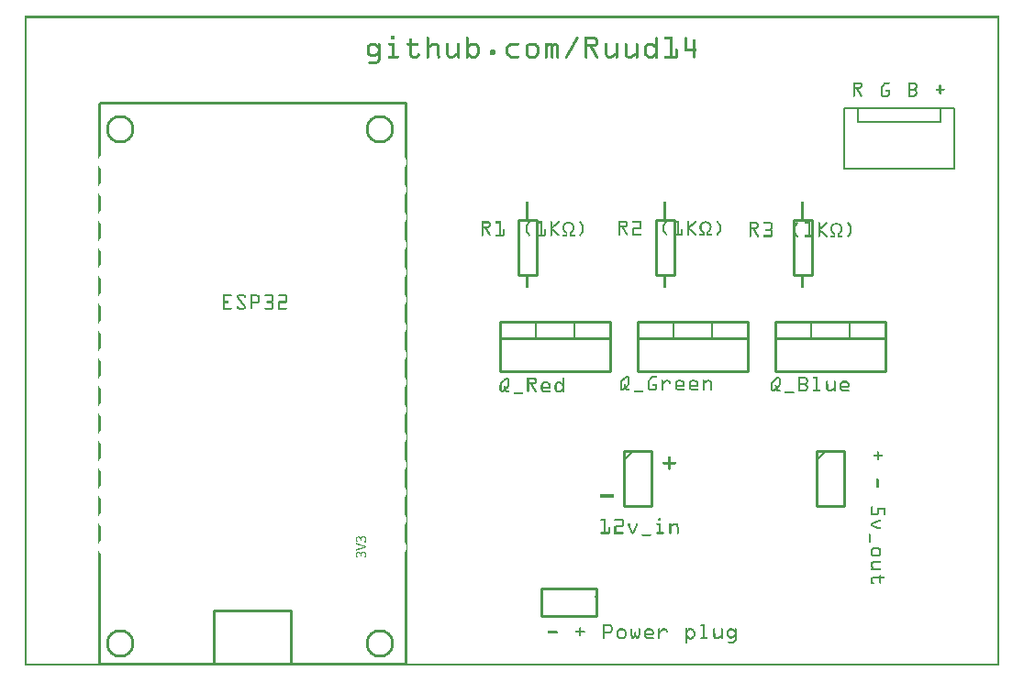
<source format=gto>
G04 MADE WITH FRITZING*
G04 WWW.FRITZING.ORG*
G04 DOUBLE SIDED*
G04 HOLES PLATED*
G04 CONTOUR ON CENTER OF CONTOUR VECTOR*
%ASAXBY*%
%FSLAX23Y23*%
%MOIN*%
%OFA0B0*%
%SFA1.0B1.0*%
%ADD10C,0.103000X0.083*%
%ADD11C,0.010000*%
%ADD12C,0.005000*%
%ADD13R,0.001000X0.001000*%
%LNSILK1*%
G90*
G70*
G54D10*
X349Y82D03*
X1291Y82D03*
X349Y1951D03*
X1291Y1951D03*
G54D11*
X689Y199D02*
X969Y199D01*
D02*
X275Y2046D02*
X1385Y2046D01*
D02*
X1727Y1251D02*
X2127Y1251D01*
D02*
X2127Y1251D02*
X2127Y1071D01*
D02*
X2127Y1071D02*
X1727Y1071D01*
D02*
X1727Y1071D02*
X1727Y1251D01*
D02*
X1727Y1251D02*
X2127Y1251D01*
D02*
X2127Y1251D02*
X2127Y1191D01*
D02*
X2127Y1191D02*
X1727Y1191D01*
D02*
X1727Y1191D02*
X1727Y1251D01*
G54D12*
D02*
X1857Y1251D02*
X1857Y1191D01*
D02*
X1997Y1251D02*
X1997Y1191D01*
G54D11*
D02*
X2227Y1251D02*
X2627Y1251D01*
D02*
X2627Y1251D02*
X2627Y1071D01*
D02*
X2627Y1071D02*
X2227Y1071D01*
D02*
X2227Y1071D02*
X2227Y1251D01*
D02*
X2227Y1251D02*
X2627Y1251D01*
D02*
X2627Y1251D02*
X2627Y1191D01*
D02*
X2627Y1191D02*
X2227Y1191D01*
D02*
X2227Y1191D02*
X2227Y1251D01*
G54D12*
D02*
X2357Y1251D02*
X2357Y1191D01*
D02*
X2497Y1251D02*
X2497Y1191D01*
G54D11*
D02*
X2727Y1251D02*
X3127Y1251D01*
D02*
X3127Y1251D02*
X3127Y1071D01*
D02*
X3127Y1071D02*
X2727Y1071D01*
D02*
X2727Y1071D02*
X2727Y1251D01*
D02*
X2727Y1251D02*
X3127Y1251D01*
D02*
X3127Y1251D02*
X3127Y1191D01*
D02*
X3127Y1191D02*
X2727Y1191D01*
D02*
X2727Y1191D02*
X2727Y1251D01*
G54D12*
D02*
X2857Y1251D02*
X2857Y1191D01*
D02*
X2997Y1251D02*
X2997Y1191D01*
G54D11*
D02*
X2860Y1621D02*
X2860Y1421D01*
D02*
X2860Y1421D02*
X2794Y1421D01*
D02*
X2794Y1421D02*
X2794Y1621D01*
D02*
X2794Y1621D02*
X2860Y1621D01*
D02*
X2360Y1621D02*
X2360Y1421D01*
D02*
X2360Y1421D02*
X2294Y1421D01*
D02*
X2294Y1421D02*
X2294Y1621D01*
D02*
X2294Y1621D02*
X2360Y1621D01*
D02*
X1860Y1621D02*
X1860Y1421D01*
D02*
X1860Y1421D02*
X1794Y1421D01*
D02*
X1794Y1421D02*
X1794Y1621D01*
D02*
X1794Y1621D02*
X1860Y1621D01*
D02*
X2077Y281D02*
X1877Y281D01*
D02*
X1877Y281D02*
X1877Y181D01*
D02*
X1877Y181D02*
X2077Y181D01*
D02*
X2077Y181D02*
X2077Y281D01*
D02*
X2177Y781D02*
X2177Y581D01*
D02*
X2177Y581D02*
X2277Y581D01*
D02*
X2277Y581D02*
X2277Y781D01*
D02*
X2277Y781D02*
X2177Y781D01*
G54D12*
D02*
X2177Y746D02*
X2212Y781D01*
G54D11*
D02*
X2877Y781D02*
X2877Y581D01*
D02*
X2877Y581D02*
X2977Y581D01*
D02*
X2977Y581D02*
X2977Y781D01*
D02*
X2977Y781D02*
X2877Y781D01*
G54D12*
D02*
X2877Y746D02*
X2912Y781D01*
D02*
X3377Y1806D02*
X3377Y2026D01*
D02*
X2977Y1806D02*
X2977Y2026D01*
D02*
X2977Y1806D02*
X3377Y1806D01*
D02*
X2977Y2026D02*
X3027Y2026D01*
D02*
X3027Y2026D02*
X3327Y2026D01*
D02*
X3327Y2026D02*
X3377Y2026D01*
D02*
X3327Y2026D02*
X3327Y1976D01*
D02*
X3327Y1976D02*
X3027Y1976D01*
D02*
X3027Y1976D02*
X3027Y2026D01*
G54D13*
X0Y2362D02*
X3542Y2362D01*
X0Y2361D02*
X3542Y2361D01*
X0Y2360D02*
X3542Y2360D01*
X0Y2359D02*
X3542Y2359D01*
X0Y2358D02*
X3542Y2358D01*
X0Y2357D02*
X3542Y2357D01*
X0Y2356D02*
X3542Y2356D01*
X0Y2355D02*
X3542Y2355D01*
X0Y2354D02*
X7Y2354D01*
X3535Y2354D02*
X3542Y2354D01*
X0Y2353D02*
X7Y2353D01*
X3535Y2353D02*
X3542Y2353D01*
X0Y2352D02*
X7Y2352D01*
X3535Y2352D02*
X3542Y2352D01*
X0Y2351D02*
X7Y2351D01*
X3535Y2351D02*
X3542Y2351D01*
X0Y2350D02*
X7Y2350D01*
X3535Y2350D02*
X3542Y2350D01*
X0Y2349D02*
X7Y2349D01*
X3535Y2349D02*
X3542Y2349D01*
X0Y2348D02*
X7Y2348D01*
X3535Y2348D02*
X3542Y2348D01*
X0Y2347D02*
X7Y2347D01*
X3535Y2347D02*
X3542Y2347D01*
X0Y2346D02*
X7Y2346D01*
X3535Y2346D02*
X3542Y2346D01*
X0Y2345D02*
X7Y2345D01*
X3535Y2345D02*
X3542Y2345D01*
X0Y2344D02*
X7Y2344D01*
X3535Y2344D02*
X3542Y2344D01*
X0Y2343D02*
X7Y2343D01*
X3535Y2343D02*
X3542Y2343D01*
X0Y2342D02*
X7Y2342D01*
X3535Y2342D02*
X3542Y2342D01*
X0Y2341D02*
X7Y2341D01*
X3535Y2341D02*
X3542Y2341D01*
X0Y2340D02*
X7Y2340D01*
X3535Y2340D02*
X3542Y2340D01*
X0Y2339D02*
X7Y2339D01*
X3535Y2339D02*
X3542Y2339D01*
X0Y2338D02*
X7Y2338D01*
X3535Y2338D02*
X3542Y2338D01*
X0Y2337D02*
X7Y2337D01*
X3535Y2337D02*
X3542Y2337D01*
X0Y2336D02*
X7Y2336D01*
X3535Y2336D02*
X3542Y2336D01*
X0Y2335D02*
X7Y2335D01*
X3535Y2335D02*
X3542Y2335D01*
X0Y2334D02*
X7Y2334D01*
X3535Y2334D02*
X3542Y2334D01*
X0Y2333D02*
X7Y2333D01*
X3535Y2333D02*
X3542Y2333D01*
X0Y2332D02*
X7Y2332D01*
X3535Y2332D02*
X3542Y2332D01*
X0Y2331D02*
X7Y2331D01*
X3535Y2331D02*
X3542Y2331D01*
X0Y2330D02*
X7Y2330D01*
X3535Y2330D02*
X3542Y2330D01*
X0Y2329D02*
X7Y2329D01*
X3535Y2329D02*
X3542Y2329D01*
X0Y2328D02*
X7Y2328D01*
X3535Y2328D02*
X3542Y2328D01*
X0Y2327D02*
X7Y2327D01*
X3535Y2327D02*
X3542Y2327D01*
X0Y2326D02*
X7Y2326D01*
X3535Y2326D02*
X3542Y2326D01*
X0Y2325D02*
X7Y2325D01*
X3535Y2325D02*
X3542Y2325D01*
X0Y2324D02*
X7Y2324D01*
X3535Y2324D02*
X3542Y2324D01*
X0Y2323D02*
X7Y2323D01*
X3535Y2323D02*
X3542Y2323D01*
X0Y2322D02*
X7Y2322D01*
X3535Y2322D02*
X3542Y2322D01*
X0Y2321D02*
X7Y2321D01*
X3535Y2321D02*
X3542Y2321D01*
X0Y2320D02*
X7Y2320D01*
X3535Y2320D02*
X3542Y2320D01*
X0Y2319D02*
X7Y2319D01*
X3535Y2319D02*
X3542Y2319D01*
X0Y2318D02*
X7Y2318D01*
X3535Y2318D02*
X3542Y2318D01*
X0Y2317D02*
X7Y2317D01*
X3535Y2317D02*
X3542Y2317D01*
X0Y2316D02*
X7Y2316D01*
X3535Y2316D02*
X3542Y2316D01*
X0Y2315D02*
X7Y2315D01*
X3535Y2315D02*
X3542Y2315D01*
X0Y2314D02*
X7Y2314D01*
X3535Y2314D02*
X3542Y2314D01*
X0Y2313D02*
X7Y2313D01*
X3535Y2313D02*
X3542Y2313D01*
X0Y2312D02*
X7Y2312D01*
X3535Y2312D02*
X3542Y2312D01*
X0Y2311D02*
X7Y2311D01*
X3535Y2311D02*
X3542Y2311D01*
X0Y2310D02*
X7Y2310D01*
X3535Y2310D02*
X3542Y2310D01*
X0Y2309D02*
X7Y2309D01*
X3535Y2309D02*
X3542Y2309D01*
X0Y2308D02*
X7Y2308D01*
X3535Y2308D02*
X3542Y2308D01*
X0Y2307D02*
X7Y2307D01*
X3535Y2307D02*
X3542Y2307D01*
X0Y2306D02*
X7Y2306D01*
X3535Y2306D02*
X3542Y2306D01*
X0Y2305D02*
X7Y2305D01*
X3535Y2305D02*
X3542Y2305D01*
X0Y2304D02*
X7Y2304D01*
X3535Y2304D02*
X3542Y2304D01*
X0Y2303D02*
X7Y2303D01*
X3535Y2303D02*
X3542Y2303D01*
X0Y2302D02*
X7Y2302D01*
X3535Y2302D02*
X3542Y2302D01*
X0Y2301D02*
X7Y2301D01*
X3535Y2301D02*
X3542Y2301D01*
X0Y2300D02*
X7Y2300D01*
X3535Y2300D02*
X3542Y2300D01*
X0Y2299D02*
X7Y2299D01*
X3535Y2299D02*
X3542Y2299D01*
X0Y2298D02*
X7Y2298D01*
X3535Y2298D02*
X3542Y2298D01*
X0Y2297D02*
X7Y2297D01*
X3535Y2297D02*
X3542Y2297D01*
X0Y2296D02*
X7Y2296D01*
X3535Y2296D02*
X3542Y2296D01*
X0Y2295D02*
X7Y2295D01*
X3535Y2295D02*
X3542Y2295D01*
X0Y2294D02*
X7Y2294D01*
X3535Y2294D02*
X3542Y2294D01*
X0Y2293D02*
X7Y2293D01*
X3535Y2293D02*
X3542Y2293D01*
X0Y2292D02*
X7Y2292D01*
X3535Y2292D02*
X3542Y2292D01*
X0Y2291D02*
X7Y2291D01*
X3535Y2291D02*
X3542Y2291D01*
X0Y2290D02*
X7Y2290D01*
X1335Y2290D02*
X1341Y2290D01*
X3535Y2290D02*
X3542Y2290D01*
X0Y2289D02*
X7Y2289D01*
X1333Y2289D02*
X1343Y2289D01*
X3535Y2289D02*
X3542Y2289D01*
X0Y2288D02*
X7Y2288D01*
X1332Y2288D02*
X1344Y2288D01*
X3535Y2288D02*
X3542Y2288D01*
X0Y2287D02*
X7Y2287D01*
X1331Y2287D02*
X1344Y2287D01*
X3535Y2287D02*
X3542Y2287D01*
X0Y2286D02*
X7Y2286D01*
X1331Y2286D02*
X1345Y2286D01*
X3535Y2286D02*
X3542Y2286D01*
X0Y2285D02*
X7Y2285D01*
X1331Y2285D02*
X1345Y2285D01*
X1462Y2285D02*
X1467Y2285D01*
X1606Y2285D02*
X1611Y2285D01*
X2006Y2285D02*
X2010Y2285D01*
X2036Y2285D02*
X2075Y2285D01*
X2294Y2285D02*
X2298Y2285D01*
X2326Y2285D02*
X2353Y2285D01*
X2400Y2285D02*
X2405Y2285D01*
X3535Y2285D02*
X3542Y2285D01*
X0Y2284D02*
X7Y2284D01*
X1331Y2284D02*
X1345Y2284D01*
X1461Y2284D02*
X1468Y2284D01*
X1605Y2284D02*
X1612Y2284D01*
X2005Y2284D02*
X2012Y2284D01*
X2036Y2284D02*
X2077Y2284D01*
X2293Y2284D02*
X2300Y2284D01*
X2325Y2284D02*
X2353Y2284D01*
X2399Y2284D02*
X2406Y2284D01*
X3535Y2284D02*
X3542Y2284D01*
X0Y2283D02*
X7Y2283D01*
X1331Y2283D02*
X1345Y2283D01*
X1460Y2283D02*
X1469Y2283D01*
X1604Y2283D02*
X1613Y2283D01*
X2004Y2283D02*
X2012Y2283D01*
X2036Y2283D02*
X2078Y2283D01*
X2292Y2283D02*
X2300Y2283D01*
X2324Y2283D02*
X2353Y2283D01*
X2399Y2283D02*
X2407Y2283D01*
X3535Y2283D02*
X3542Y2283D01*
X0Y2282D02*
X7Y2282D01*
X1331Y2282D02*
X1345Y2282D01*
X1460Y2282D02*
X1469Y2282D01*
X1604Y2282D02*
X1613Y2282D01*
X2003Y2282D02*
X2013Y2282D01*
X2036Y2282D02*
X2080Y2282D01*
X2292Y2282D02*
X2301Y2282D01*
X2324Y2282D02*
X2353Y2282D01*
X2398Y2282D02*
X2407Y2282D01*
X3535Y2282D02*
X3542Y2282D01*
X0Y2281D02*
X7Y2281D01*
X1331Y2281D02*
X1345Y2281D01*
X1400Y2281D02*
X1404Y2281D01*
X1460Y2281D02*
X1469Y2281D01*
X1604Y2281D02*
X1613Y2281D01*
X2003Y2281D02*
X2013Y2281D01*
X2036Y2281D02*
X2081Y2281D01*
X2292Y2281D02*
X2301Y2281D01*
X2324Y2281D02*
X2353Y2281D01*
X2398Y2281D02*
X2407Y2281D01*
X3535Y2281D02*
X3542Y2281D01*
X0Y2280D02*
X7Y2280D01*
X1331Y2280D02*
X1345Y2280D01*
X1399Y2280D02*
X1406Y2280D01*
X1460Y2280D02*
X1469Y2280D01*
X1604Y2280D02*
X1613Y2280D01*
X2002Y2280D02*
X2013Y2280D01*
X2036Y2280D02*
X2081Y2280D01*
X2292Y2280D02*
X2301Y2280D01*
X2324Y2280D02*
X2353Y2280D01*
X2398Y2280D02*
X2407Y2280D01*
X3535Y2280D02*
X3542Y2280D01*
X0Y2279D02*
X7Y2279D01*
X1331Y2279D02*
X1344Y2279D01*
X1398Y2279D02*
X1406Y2279D01*
X1460Y2279D02*
X1469Y2279D01*
X1604Y2279D02*
X1613Y2279D01*
X2002Y2279D02*
X2012Y2279D01*
X2036Y2279D02*
X2082Y2279D01*
X2292Y2279D02*
X2301Y2279D01*
X2324Y2279D02*
X2353Y2279D01*
X2398Y2279D02*
X2407Y2279D01*
X3535Y2279D02*
X3542Y2279D01*
X0Y2278D02*
X7Y2278D01*
X1332Y2278D02*
X1344Y2278D01*
X1398Y2278D02*
X1407Y2278D01*
X1460Y2278D02*
X1469Y2278D01*
X1604Y2278D02*
X1613Y2278D01*
X2001Y2278D02*
X2012Y2278D01*
X2036Y2278D02*
X2083Y2278D01*
X2292Y2278D02*
X2301Y2278D01*
X2325Y2278D02*
X2353Y2278D01*
X2398Y2278D02*
X2407Y2278D01*
X3535Y2278D02*
X3542Y2278D01*
X0Y2277D02*
X7Y2277D01*
X1333Y2277D02*
X1343Y2277D01*
X1398Y2277D02*
X1407Y2277D01*
X1460Y2277D02*
X1469Y2277D01*
X1604Y2277D02*
X1613Y2277D01*
X2000Y2277D02*
X2011Y2277D01*
X2036Y2277D02*
X2083Y2277D01*
X2292Y2277D02*
X2301Y2277D01*
X2326Y2277D02*
X2353Y2277D01*
X2398Y2277D02*
X2407Y2277D01*
X2431Y2277D02*
X2434Y2277D01*
X3535Y2277D02*
X3542Y2277D01*
X0Y2276D02*
X7Y2276D01*
X1334Y2276D02*
X1341Y2276D01*
X1398Y2276D02*
X1407Y2276D01*
X1460Y2276D02*
X1469Y2276D01*
X1604Y2276D02*
X1613Y2276D01*
X2000Y2276D02*
X2011Y2276D01*
X2036Y2276D02*
X2084Y2276D01*
X2292Y2276D02*
X2301Y2276D01*
X2327Y2276D02*
X2353Y2276D01*
X2398Y2276D02*
X2407Y2276D01*
X2430Y2276D02*
X2436Y2276D01*
X3535Y2276D02*
X3542Y2276D01*
X0Y2275D02*
X7Y2275D01*
X1398Y2275D02*
X1407Y2275D01*
X1460Y2275D02*
X1469Y2275D01*
X1604Y2275D02*
X1613Y2275D01*
X1999Y2275D02*
X2010Y2275D01*
X2036Y2275D02*
X2045Y2275D01*
X2073Y2275D02*
X2084Y2275D01*
X2292Y2275D02*
X2301Y2275D01*
X2344Y2275D02*
X2353Y2275D01*
X2398Y2275D02*
X2407Y2275D01*
X2429Y2275D02*
X2436Y2275D01*
X3535Y2275D02*
X3542Y2275D01*
X0Y2274D02*
X7Y2274D01*
X1398Y2274D02*
X1407Y2274D01*
X1460Y2274D02*
X1469Y2274D01*
X1604Y2274D02*
X1613Y2274D01*
X1999Y2274D02*
X2009Y2274D01*
X2036Y2274D02*
X2045Y2274D01*
X2074Y2274D02*
X2084Y2274D01*
X2292Y2274D02*
X2301Y2274D01*
X2344Y2274D02*
X2353Y2274D01*
X2398Y2274D02*
X2407Y2274D01*
X2428Y2274D02*
X2437Y2274D01*
X3535Y2274D02*
X3542Y2274D01*
X0Y2273D02*
X7Y2273D01*
X1398Y2273D02*
X1407Y2273D01*
X1460Y2273D02*
X1469Y2273D01*
X1604Y2273D02*
X1613Y2273D01*
X1998Y2273D02*
X2009Y2273D01*
X2036Y2273D02*
X2045Y2273D01*
X2075Y2273D02*
X2085Y2273D01*
X2292Y2273D02*
X2301Y2273D01*
X2344Y2273D02*
X2353Y2273D01*
X2398Y2273D02*
X2407Y2273D01*
X2428Y2273D02*
X2437Y2273D01*
X3535Y2273D02*
X3542Y2273D01*
X0Y2272D02*
X7Y2272D01*
X1398Y2272D02*
X1407Y2272D01*
X1460Y2272D02*
X1469Y2272D01*
X1604Y2272D02*
X1613Y2272D01*
X1998Y2272D02*
X2008Y2272D01*
X2036Y2272D02*
X2045Y2272D01*
X2075Y2272D02*
X2085Y2272D01*
X2292Y2272D02*
X2301Y2272D01*
X2344Y2272D02*
X2353Y2272D01*
X2398Y2272D02*
X2407Y2272D01*
X2428Y2272D02*
X2437Y2272D01*
X3535Y2272D02*
X3542Y2272D01*
X0Y2271D02*
X7Y2271D01*
X1398Y2271D02*
X1407Y2271D01*
X1460Y2271D02*
X1469Y2271D01*
X1604Y2271D02*
X1613Y2271D01*
X1997Y2271D02*
X2008Y2271D01*
X2036Y2271D02*
X2045Y2271D01*
X2076Y2271D02*
X2085Y2271D01*
X2292Y2271D02*
X2301Y2271D01*
X2344Y2271D02*
X2353Y2271D01*
X2398Y2271D02*
X2407Y2271D01*
X2428Y2271D02*
X2437Y2271D01*
X3535Y2271D02*
X3542Y2271D01*
X0Y2270D02*
X7Y2270D01*
X1398Y2270D02*
X1407Y2270D01*
X1460Y2270D02*
X1469Y2270D01*
X1604Y2270D02*
X1613Y2270D01*
X1996Y2270D02*
X2007Y2270D01*
X2036Y2270D02*
X2045Y2270D01*
X2076Y2270D02*
X2085Y2270D01*
X2292Y2270D02*
X2301Y2270D01*
X2344Y2270D02*
X2353Y2270D01*
X2398Y2270D02*
X2407Y2270D01*
X2428Y2270D02*
X2437Y2270D01*
X3535Y2270D02*
X3542Y2270D01*
X0Y2269D02*
X7Y2269D01*
X1398Y2269D02*
X1407Y2269D01*
X1460Y2269D02*
X1469Y2269D01*
X1604Y2269D02*
X1613Y2269D01*
X1996Y2269D02*
X2007Y2269D01*
X2036Y2269D02*
X2045Y2269D01*
X2076Y2269D02*
X2085Y2269D01*
X2292Y2269D02*
X2301Y2269D01*
X2344Y2269D02*
X2353Y2269D01*
X2398Y2269D02*
X2407Y2269D01*
X2428Y2269D02*
X2437Y2269D01*
X3535Y2269D02*
X3542Y2269D01*
X0Y2268D02*
X7Y2268D01*
X1398Y2268D02*
X1407Y2268D01*
X1460Y2268D02*
X1469Y2268D01*
X1604Y2268D02*
X1613Y2268D01*
X1995Y2268D02*
X2006Y2268D01*
X2036Y2268D02*
X2045Y2268D01*
X2076Y2268D02*
X2085Y2268D01*
X2292Y2268D02*
X2301Y2268D01*
X2344Y2268D02*
X2353Y2268D01*
X2398Y2268D02*
X2407Y2268D01*
X2428Y2268D02*
X2437Y2268D01*
X3535Y2268D02*
X3542Y2268D01*
X0Y2267D02*
X7Y2267D01*
X1398Y2267D02*
X1407Y2267D01*
X1460Y2267D02*
X1469Y2267D01*
X1604Y2267D02*
X1613Y2267D01*
X1995Y2267D02*
X2005Y2267D01*
X2036Y2267D02*
X2045Y2267D01*
X2076Y2267D02*
X2085Y2267D01*
X2292Y2267D02*
X2301Y2267D01*
X2344Y2267D02*
X2353Y2267D01*
X2398Y2267D02*
X2407Y2267D01*
X2428Y2267D02*
X2437Y2267D01*
X3535Y2267D02*
X3542Y2267D01*
X0Y2266D02*
X7Y2266D01*
X1398Y2266D02*
X1407Y2266D01*
X1460Y2266D02*
X1469Y2266D01*
X1604Y2266D02*
X1613Y2266D01*
X1994Y2266D02*
X2005Y2266D01*
X2036Y2266D02*
X2045Y2266D01*
X2076Y2266D02*
X2085Y2266D01*
X2292Y2266D02*
X2301Y2266D01*
X2344Y2266D02*
X2353Y2266D01*
X2398Y2266D02*
X2407Y2266D01*
X2428Y2266D02*
X2437Y2266D01*
X3535Y2266D02*
X3542Y2266D01*
X0Y2265D02*
X7Y2265D01*
X1398Y2265D02*
X1407Y2265D01*
X1460Y2265D02*
X1469Y2265D01*
X1604Y2265D02*
X1613Y2265D01*
X1993Y2265D02*
X2004Y2265D01*
X2036Y2265D02*
X2045Y2265D01*
X2076Y2265D02*
X2085Y2265D01*
X2292Y2265D02*
X2301Y2265D01*
X2344Y2265D02*
X2353Y2265D01*
X2398Y2265D02*
X2407Y2265D01*
X2428Y2265D02*
X2437Y2265D01*
X3535Y2265D02*
X3542Y2265D01*
X0Y2264D02*
X7Y2264D01*
X1258Y2264D02*
X1274Y2264D01*
X1286Y2264D02*
X1290Y2264D01*
X1323Y2264D02*
X1342Y2264D01*
X1390Y2264D02*
X1429Y2264D01*
X1460Y2264D02*
X1469Y2264D01*
X1483Y2264D02*
X1497Y2264D01*
X1534Y2264D02*
X1538Y2264D01*
X1574Y2264D02*
X1578Y2264D01*
X1604Y2264D02*
X1613Y2264D01*
X1623Y2264D02*
X1639Y2264D01*
X1767Y2264D02*
X1794Y2264D01*
X1834Y2264D02*
X1855Y2264D01*
X1894Y2264D02*
X1898Y2264D01*
X1905Y2264D02*
X1913Y2264D01*
X1926Y2264D02*
X1931Y2264D01*
X1993Y2264D02*
X2004Y2264D01*
X2036Y2264D02*
X2045Y2264D01*
X2075Y2264D02*
X2085Y2264D01*
X2110Y2264D02*
X2114Y2264D01*
X2150Y2264D02*
X2154Y2264D01*
X2182Y2264D02*
X2186Y2264D01*
X2222Y2264D02*
X2226Y2264D01*
X2266Y2264D02*
X2282Y2264D01*
X2292Y2264D02*
X2301Y2264D01*
X2344Y2264D02*
X2353Y2264D01*
X2398Y2264D02*
X2407Y2264D01*
X2428Y2264D02*
X2437Y2264D01*
X3535Y2264D02*
X3542Y2264D01*
X0Y2263D02*
X7Y2263D01*
X1256Y2263D02*
X1276Y2263D01*
X1285Y2263D02*
X1291Y2263D01*
X1322Y2263D02*
X1344Y2263D01*
X1389Y2263D02*
X1430Y2263D01*
X1460Y2263D02*
X1469Y2263D01*
X1481Y2263D02*
X1499Y2263D01*
X1533Y2263D02*
X1540Y2263D01*
X1573Y2263D02*
X1579Y2263D01*
X1604Y2263D02*
X1613Y2263D01*
X1621Y2263D02*
X1641Y2263D01*
X1764Y2263D02*
X1795Y2263D01*
X1831Y2263D02*
X1857Y2263D01*
X1892Y2263D02*
X1899Y2263D01*
X1903Y2263D02*
X1915Y2263D01*
X1923Y2263D02*
X1934Y2263D01*
X1992Y2263D02*
X2003Y2263D01*
X2036Y2263D02*
X2045Y2263D01*
X2075Y2263D02*
X2084Y2263D01*
X2109Y2263D02*
X2116Y2263D01*
X2149Y2263D02*
X2155Y2263D01*
X2181Y2263D02*
X2188Y2263D01*
X2221Y2263D02*
X2227Y2263D01*
X2263Y2263D02*
X2284Y2263D01*
X2292Y2263D02*
X2301Y2263D01*
X2344Y2263D02*
X2353Y2263D01*
X2398Y2263D02*
X2407Y2263D01*
X2428Y2263D02*
X2437Y2263D01*
X3535Y2263D02*
X3542Y2263D01*
X0Y2262D02*
X7Y2262D01*
X1254Y2262D02*
X1278Y2262D01*
X1284Y2262D02*
X1292Y2262D01*
X1321Y2262D02*
X1344Y2262D01*
X1389Y2262D02*
X1431Y2262D01*
X1460Y2262D02*
X1469Y2262D01*
X1479Y2262D02*
X1501Y2262D01*
X1532Y2262D02*
X1540Y2262D01*
X1572Y2262D02*
X1580Y2262D01*
X1604Y2262D02*
X1613Y2262D01*
X1619Y2262D02*
X1643Y2262D01*
X1763Y2262D02*
X1796Y2262D01*
X1830Y2262D02*
X1859Y2262D01*
X1892Y2262D02*
X1900Y2262D01*
X1902Y2262D02*
X1916Y2262D01*
X1922Y2262D02*
X1935Y2262D01*
X1992Y2262D02*
X2002Y2262D01*
X2036Y2262D02*
X2045Y2262D01*
X2074Y2262D02*
X2084Y2262D01*
X2108Y2262D02*
X2116Y2262D01*
X2148Y2262D02*
X2156Y2262D01*
X2180Y2262D02*
X2188Y2262D01*
X2220Y2262D02*
X2228Y2262D01*
X2262Y2262D02*
X2285Y2262D01*
X2292Y2262D02*
X2301Y2262D01*
X2344Y2262D02*
X2353Y2262D01*
X2398Y2262D02*
X2407Y2262D01*
X2428Y2262D02*
X2437Y2262D01*
X3535Y2262D02*
X3542Y2262D01*
X0Y2261D02*
X7Y2261D01*
X1253Y2261D02*
X1279Y2261D01*
X1284Y2261D02*
X1293Y2261D01*
X1321Y2261D02*
X1345Y2261D01*
X1388Y2261D02*
X1431Y2261D01*
X1460Y2261D02*
X1469Y2261D01*
X1478Y2261D02*
X1502Y2261D01*
X1532Y2261D02*
X1541Y2261D01*
X1572Y2261D02*
X1581Y2261D01*
X1604Y2261D02*
X1613Y2261D01*
X1617Y2261D02*
X1644Y2261D01*
X1761Y2261D02*
X1797Y2261D01*
X1829Y2261D02*
X1860Y2261D01*
X1891Y2261D02*
X1917Y2261D01*
X1921Y2261D02*
X1936Y2261D01*
X1991Y2261D02*
X2002Y2261D01*
X2036Y2261D02*
X2045Y2261D01*
X2073Y2261D02*
X2084Y2261D01*
X2108Y2261D02*
X2117Y2261D01*
X2148Y2261D02*
X2156Y2261D01*
X2180Y2261D02*
X2189Y2261D01*
X2220Y2261D02*
X2228Y2261D01*
X2261Y2261D02*
X2287Y2261D01*
X2292Y2261D02*
X2301Y2261D01*
X2344Y2261D02*
X2353Y2261D01*
X2398Y2261D02*
X2407Y2261D01*
X2428Y2261D02*
X2437Y2261D01*
X3535Y2261D02*
X3542Y2261D01*
X0Y2260D02*
X7Y2260D01*
X1252Y2260D02*
X1280Y2260D01*
X1284Y2260D02*
X1293Y2260D01*
X1321Y2260D02*
X1345Y2260D01*
X1388Y2260D02*
X1432Y2260D01*
X1460Y2260D02*
X1469Y2260D01*
X1476Y2260D02*
X1503Y2260D01*
X1532Y2260D02*
X1541Y2260D01*
X1572Y2260D02*
X1581Y2260D01*
X1604Y2260D02*
X1613Y2260D01*
X1616Y2260D02*
X1645Y2260D01*
X1760Y2260D02*
X1797Y2260D01*
X1827Y2260D02*
X1861Y2260D01*
X1891Y2260D02*
X1937Y2260D01*
X1990Y2260D02*
X2001Y2260D01*
X2036Y2260D02*
X2084Y2260D01*
X2108Y2260D02*
X2117Y2260D01*
X2148Y2260D02*
X2157Y2260D01*
X2180Y2260D02*
X2189Y2260D01*
X2220Y2260D02*
X2229Y2260D01*
X2259Y2260D02*
X2288Y2260D01*
X2292Y2260D02*
X2301Y2260D01*
X2344Y2260D02*
X2353Y2260D01*
X2398Y2260D02*
X2407Y2260D01*
X2428Y2260D02*
X2437Y2260D01*
X3535Y2260D02*
X3542Y2260D01*
X0Y2259D02*
X7Y2259D01*
X1250Y2259D02*
X1281Y2259D01*
X1284Y2259D02*
X1293Y2259D01*
X1321Y2259D02*
X1345Y2259D01*
X1388Y2259D02*
X1432Y2259D01*
X1460Y2259D02*
X1469Y2259D01*
X1474Y2259D02*
X1504Y2259D01*
X1532Y2259D02*
X1541Y2259D01*
X1572Y2259D02*
X1581Y2259D01*
X1604Y2259D02*
X1613Y2259D01*
X1615Y2259D02*
X1646Y2259D01*
X1759Y2259D02*
X1797Y2259D01*
X1826Y2259D02*
X1862Y2259D01*
X1891Y2259D02*
X1938Y2259D01*
X1990Y2259D02*
X2001Y2259D01*
X2036Y2259D02*
X2083Y2259D01*
X2108Y2259D02*
X2117Y2259D01*
X2148Y2259D02*
X2157Y2259D01*
X2180Y2259D02*
X2189Y2259D01*
X2220Y2259D02*
X2229Y2259D01*
X2258Y2259D02*
X2289Y2259D01*
X2292Y2259D02*
X2301Y2259D01*
X2344Y2259D02*
X2353Y2259D01*
X2398Y2259D02*
X2407Y2259D01*
X2428Y2259D02*
X2437Y2259D01*
X3535Y2259D02*
X3542Y2259D01*
X0Y2258D02*
X7Y2258D01*
X1249Y2258D02*
X1293Y2258D01*
X1321Y2258D02*
X1345Y2258D01*
X1388Y2258D02*
X1431Y2258D01*
X1460Y2258D02*
X1469Y2258D01*
X1473Y2258D02*
X1505Y2258D01*
X1532Y2258D02*
X1541Y2258D01*
X1572Y2258D02*
X1581Y2258D01*
X1604Y2258D02*
X1647Y2258D01*
X1758Y2258D02*
X1796Y2258D01*
X1825Y2258D02*
X1863Y2258D01*
X1891Y2258D02*
X1939Y2258D01*
X1989Y2258D02*
X2000Y2258D01*
X2036Y2258D02*
X2083Y2258D01*
X2108Y2258D02*
X2117Y2258D01*
X2148Y2258D02*
X2157Y2258D01*
X2180Y2258D02*
X2189Y2258D01*
X2220Y2258D02*
X2229Y2258D01*
X2257Y2258D02*
X2301Y2258D01*
X2344Y2258D02*
X2353Y2258D01*
X2398Y2258D02*
X2407Y2258D01*
X2428Y2258D02*
X2437Y2258D01*
X3535Y2258D02*
X3542Y2258D01*
X0Y2257D02*
X7Y2257D01*
X1248Y2257D02*
X1293Y2257D01*
X1322Y2257D02*
X1345Y2257D01*
X1389Y2257D02*
X1431Y2257D01*
X1460Y2257D02*
X1469Y2257D01*
X1471Y2257D02*
X1506Y2257D01*
X1532Y2257D02*
X1541Y2257D01*
X1572Y2257D02*
X1581Y2257D01*
X1604Y2257D02*
X1648Y2257D01*
X1757Y2257D02*
X1796Y2257D01*
X1824Y2257D02*
X1864Y2257D01*
X1891Y2257D02*
X1939Y2257D01*
X1989Y2257D02*
X2000Y2257D01*
X2036Y2257D02*
X2082Y2257D01*
X2108Y2257D02*
X2117Y2257D01*
X2148Y2257D02*
X2157Y2257D01*
X2180Y2257D02*
X2189Y2257D01*
X2220Y2257D02*
X2229Y2257D01*
X2256Y2257D02*
X2301Y2257D01*
X2344Y2257D02*
X2353Y2257D01*
X2398Y2257D02*
X2407Y2257D01*
X2428Y2257D02*
X2437Y2257D01*
X3535Y2257D02*
X3542Y2257D01*
X0Y2256D02*
X7Y2256D01*
X1247Y2256D02*
X1293Y2256D01*
X1322Y2256D02*
X1345Y2256D01*
X1389Y2256D02*
X1430Y2256D01*
X1460Y2256D02*
X1506Y2256D01*
X1532Y2256D02*
X1541Y2256D01*
X1572Y2256D02*
X1581Y2256D01*
X1604Y2256D02*
X1649Y2256D01*
X1756Y2256D02*
X1795Y2256D01*
X1823Y2256D02*
X1865Y2256D01*
X1891Y2256D02*
X1939Y2256D01*
X1988Y2256D02*
X1999Y2256D01*
X2036Y2256D02*
X2081Y2256D01*
X2108Y2256D02*
X2117Y2256D01*
X2148Y2256D02*
X2157Y2256D01*
X2180Y2256D02*
X2189Y2256D01*
X2220Y2256D02*
X2229Y2256D01*
X2255Y2256D02*
X2301Y2256D01*
X2344Y2256D02*
X2353Y2256D01*
X2398Y2256D02*
X2407Y2256D01*
X2428Y2256D02*
X2437Y2256D01*
X3535Y2256D02*
X3542Y2256D01*
X0Y2255D02*
X7Y2255D01*
X1246Y2255D02*
X1293Y2255D01*
X1324Y2255D02*
X1345Y2255D01*
X1391Y2255D02*
X1429Y2255D01*
X1460Y2255D02*
X1506Y2255D01*
X1532Y2255D02*
X1541Y2255D01*
X1572Y2255D02*
X1581Y2255D01*
X1604Y2255D02*
X1650Y2255D01*
X1755Y2255D02*
X1794Y2255D01*
X1823Y2255D02*
X1866Y2255D01*
X1891Y2255D02*
X1940Y2255D01*
X1988Y2255D02*
X1998Y2255D01*
X2036Y2255D02*
X2080Y2255D01*
X2108Y2255D02*
X2117Y2255D01*
X2148Y2255D02*
X2157Y2255D01*
X2180Y2255D02*
X2189Y2255D01*
X2220Y2255D02*
X2229Y2255D01*
X2254Y2255D02*
X2301Y2255D01*
X2344Y2255D02*
X2353Y2255D01*
X2398Y2255D02*
X2407Y2255D01*
X2428Y2255D02*
X2437Y2255D01*
X3535Y2255D02*
X3542Y2255D01*
X0Y2254D02*
X7Y2254D01*
X1246Y2254D02*
X1259Y2254D01*
X1272Y2254D02*
X1293Y2254D01*
X1336Y2254D02*
X1345Y2254D01*
X1398Y2254D02*
X1407Y2254D01*
X1460Y2254D02*
X1484Y2254D01*
X1496Y2254D02*
X1507Y2254D01*
X1532Y2254D02*
X1541Y2254D01*
X1572Y2254D02*
X1581Y2254D01*
X1604Y2254D02*
X1624Y2254D01*
X1637Y2254D02*
X1651Y2254D01*
X1753Y2254D02*
X1768Y2254D01*
X1822Y2254D02*
X1835Y2254D01*
X1854Y2254D02*
X1867Y2254D01*
X1891Y2254D02*
X1907Y2254D01*
X1911Y2254D02*
X1927Y2254D01*
X1930Y2254D02*
X1940Y2254D01*
X1987Y2254D02*
X1998Y2254D01*
X2036Y2254D02*
X2079Y2254D01*
X2108Y2254D02*
X2117Y2254D01*
X2148Y2254D02*
X2157Y2254D01*
X2180Y2254D02*
X2189Y2254D01*
X2220Y2254D02*
X2229Y2254D01*
X2254Y2254D02*
X2267Y2254D01*
X2280Y2254D02*
X2301Y2254D01*
X2344Y2254D02*
X2353Y2254D01*
X2398Y2254D02*
X2407Y2254D01*
X2428Y2254D02*
X2437Y2254D01*
X3535Y2254D02*
X3542Y2254D01*
X0Y2253D02*
X7Y2253D01*
X1245Y2253D02*
X1258Y2253D01*
X1274Y2253D02*
X1293Y2253D01*
X1336Y2253D02*
X1345Y2253D01*
X1398Y2253D02*
X1407Y2253D01*
X1460Y2253D02*
X1483Y2253D01*
X1497Y2253D02*
X1507Y2253D01*
X1532Y2253D02*
X1541Y2253D01*
X1572Y2253D02*
X1581Y2253D01*
X1604Y2253D02*
X1623Y2253D01*
X1639Y2253D02*
X1651Y2253D01*
X1752Y2253D02*
X1767Y2253D01*
X1821Y2253D02*
X1834Y2253D01*
X1855Y2253D02*
X1867Y2253D01*
X1891Y2253D02*
X1906Y2253D01*
X1912Y2253D02*
X1926Y2253D01*
X1931Y2253D02*
X1940Y2253D01*
X1986Y2253D02*
X1997Y2253D01*
X2036Y2253D02*
X2078Y2253D01*
X2108Y2253D02*
X2117Y2253D01*
X2148Y2253D02*
X2157Y2253D01*
X2180Y2253D02*
X2189Y2253D01*
X2220Y2253D02*
X2229Y2253D01*
X2253Y2253D02*
X2266Y2253D01*
X2282Y2253D02*
X2301Y2253D01*
X2344Y2253D02*
X2353Y2253D01*
X2398Y2253D02*
X2407Y2253D01*
X2428Y2253D02*
X2437Y2253D01*
X3535Y2253D02*
X3542Y2253D01*
X0Y2252D02*
X7Y2252D01*
X1245Y2252D02*
X1257Y2252D01*
X1275Y2252D02*
X1293Y2252D01*
X1336Y2252D02*
X1345Y2252D01*
X1398Y2252D02*
X1407Y2252D01*
X1460Y2252D02*
X1481Y2252D01*
X1498Y2252D02*
X1507Y2252D01*
X1532Y2252D02*
X1541Y2252D01*
X1572Y2252D02*
X1581Y2252D01*
X1604Y2252D02*
X1622Y2252D01*
X1640Y2252D02*
X1652Y2252D01*
X1751Y2252D02*
X1766Y2252D01*
X1821Y2252D02*
X1832Y2252D01*
X1856Y2252D02*
X1868Y2252D01*
X1891Y2252D02*
X1905Y2252D01*
X1912Y2252D02*
X1925Y2252D01*
X1931Y2252D02*
X1940Y2252D01*
X1986Y2252D02*
X1997Y2252D01*
X2036Y2252D02*
X2076Y2252D01*
X2108Y2252D02*
X2117Y2252D01*
X2148Y2252D02*
X2157Y2252D01*
X2180Y2252D02*
X2189Y2252D01*
X2220Y2252D02*
X2229Y2252D01*
X2253Y2252D02*
X2264Y2252D01*
X2283Y2252D02*
X2301Y2252D01*
X2344Y2252D02*
X2353Y2252D01*
X2398Y2252D02*
X2407Y2252D01*
X2428Y2252D02*
X2437Y2252D01*
X3535Y2252D02*
X3542Y2252D01*
X0Y2251D02*
X7Y2251D01*
X1244Y2251D02*
X1255Y2251D01*
X1276Y2251D02*
X1293Y2251D01*
X1336Y2251D02*
X1345Y2251D01*
X1398Y2251D02*
X1407Y2251D01*
X1460Y2251D02*
X1480Y2251D01*
X1498Y2251D02*
X1507Y2251D01*
X1532Y2251D02*
X1541Y2251D01*
X1572Y2251D02*
X1581Y2251D01*
X1604Y2251D02*
X1621Y2251D01*
X1641Y2251D02*
X1652Y2251D01*
X1751Y2251D02*
X1764Y2251D01*
X1821Y2251D02*
X1831Y2251D01*
X1858Y2251D02*
X1868Y2251D01*
X1891Y2251D02*
X1904Y2251D01*
X1912Y2251D02*
X1923Y2251D01*
X1931Y2251D02*
X1940Y2251D01*
X1985Y2251D02*
X1996Y2251D01*
X2036Y2251D02*
X2074Y2251D01*
X2108Y2251D02*
X2117Y2251D01*
X2148Y2251D02*
X2157Y2251D01*
X2180Y2251D02*
X2189Y2251D01*
X2220Y2251D02*
X2229Y2251D01*
X2252Y2251D02*
X2263Y2251D01*
X2284Y2251D02*
X2301Y2251D01*
X2344Y2251D02*
X2353Y2251D01*
X2398Y2251D02*
X2407Y2251D01*
X2428Y2251D02*
X2437Y2251D01*
X3535Y2251D02*
X3542Y2251D01*
X0Y2250D02*
X7Y2250D01*
X1244Y2250D02*
X1254Y2250D01*
X1277Y2250D02*
X1293Y2250D01*
X1336Y2250D02*
X1345Y2250D01*
X1398Y2250D02*
X1407Y2250D01*
X1460Y2250D02*
X1478Y2250D01*
X1498Y2250D02*
X1507Y2250D01*
X1532Y2250D02*
X1541Y2250D01*
X1572Y2250D02*
X1581Y2250D01*
X1604Y2250D02*
X1619Y2250D01*
X1642Y2250D02*
X1652Y2250D01*
X1750Y2250D02*
X1763Y2250D01*
X1820Y2250D02*
X1830Y2250D01*
X1858Y2250D02*
X1868Y2250D01*
X1891Y2250D02*
X1902Y2250D01*
X1912Y2250D02*
X1922Y2250D01*
X1931Y2250D02*
X1940Y2250D01*
X1985Y2250D02*
X1995Y2250D01*
X2036Y2250D02*
X2045Y2250D01*
X2053Y2250D02*
X2064Y2250D01*
X2108Y2250D02*
X2117Y2250D01*
X2148Y2250D02*
X2157Y2250D01*
X2180Y2250D02*
X2189Y2250D01*
X2220Y2250D02*
X2229Y2250D01*
X2252Y2250D02*
X2262Y2250D01*
X2285Y2250D02*
X2301Y2250D01*
X2344Y2250D02*
X2353Y2250D01*
X2398Y2250D02*
X2407Y2250D01*
X2428Y2250D02*
X2437Y2250D01*
X3535Y2250D02*
X3542Y2250D01*
X0Y2249D02*
X7Y2249D01*
X1244Y2249D02*
X1254Y2249D01*
X1278Y2249D02*
X1293Y2249D01*
X1336Y2249D02*
X1345Y2249D01*
X1398Y2249D02*
X1407Y2249D01*
X1460Y2249D02*
X1477Y2249D01*
X1498Y2249D02*
X1507Y2249D01*
X1532Y2249D02*
X1541Y2249D01*
X1572Y2249D02*
X1581Y2249D01*
X1604Y2249D02*
X1618Y2249D01*
X1643Y2249D02*
X1653Y2249D01*
X1749Y2249D02*
X1762Y2249D01*
X1820Y2249D02*
X1830Y2249D01*
X1859Y2249D02*
X1869Y2249D01*
X1891Y2249D02*
X1901Y2249D01*
X1912Y2249D02*
X1921Y2249D01*
X1931Y2249D02*
X1940Y2249D01*
X1984Y2249D02*
X1995Y2249D01*
X2036Y2249D02*
X2045Y2249D01*
X2054Y2249D02*
X2064Y2249D01*
X2108Y2249D02*
X2117Y2249D01*
X2148Y2249D02*
X2157Y2249D01*
X2180Y2249D02*
X2189Y2249D01*
X2220Y2249D02*
X2229Y2249D01*
X2252Y2249D02*
X2262Y2249D01*
X2286Y2249D02*
X2301Y2249D01*
X2344Y2249D02*
X2353Y2249D01*
X2398Y2249D02*
X2407Y2249D01*
X2428Y2249D02*
X2437Y2249D01*
X3535Y2249D02*
X3542Y2249D01*
X0Y2248D02*
X7Y2248D01*
X1244Y2248D02*
X1253Y2248D01*
X1280Y2248D02*
X1293Y2248D01*
X1336Y2248D02*
X1345Y2248D01*
X1398Y2248D02*
X1407Y2248D01*
X1460Y2248D02*
X1475Y2248D01*
X1498Y2248D02*
X1507Y2248D01*
X1532Y2248D02*
X1541Y2248D01*
X1572Y2248D02*
X1581Y2248D01*
X1604Y2248D02*
X1617Y2248D01*
X1643Y2248D02*
X1653Y2248D01*
X1749Y2248D02*
X1761Y2248D01*
X1820Y2248D02*
X1829Y2248D01*
X1859Y2248D02*
X1869Y2248D01*
X1891Y2248D02*
X1900Y2248D01*
X1912Y2248D02*
X1921Y2248D01*
X1931Y2248D02*
X1940Y2248D01*
X1983Y2248D02*
X1994Y2248D01*
X2036Y2248D02*
X2045Y2248D01*
X2054Y2248D02*
X2065Y2248D01*
X2108Y2248D02*
X2117Y2248D01*
X2148Y2248D02*
X2157Y2248D01*
X2180Y2248D02*
X2189Y2248D01*
X2220Y2248D02*
X2229Y2248D01*
X2252Y2248D02*
X2261Y2248D01*
X2287Y2248D02*
X2301Y2248D01*
X2344Y2248D02*
X2353Y2248D01*
X2398Y2248D02*
X2407Y2248D01*
X2428Y2248D02*
X2437Y2248D01*
X3535Y2248D02*
X3542Y2248D01*
X0Y2247D02*
X7Y2247D01*
X1244Y2247D02*
X1253Y2247D01*
X1281Y2247D02*
X1293Y2247D01*
X1336Y2247D02*
X1345Y2247D01*
X1398Y2247D02*
X1407Y2247D01*
X1460Y2247D02*
X1473Y2247D01*
X1498Y2247D02*
X1508Y2247D01*
X1532Y2247D02*
X1541Y2247D01*
X1572Y2247D02*
X1581Y2247D01*
X1604Y2247D02*
X1616Y2247D01*
X1644Y2247D02*
X1653Y2247D01*
X1749Y2247D02*
X1760Y2247D01*
X1820Y2247D02*
X1829Y2247D01*
X1860Y2247D02*
X1869Y2247D01*
X1891Y2247D02*
X1900Y2247D01*
X1912Y2247D02*
X1921Y2247D01*
X1931Y2247D02*
X1940Y2247D01*
X1983Y2247D02*
X1994Y2247D01*
X2036Y2247D02*
X2045Y2247D01*
X2055Y2247D02*
X2066Y2247D01*
X2108Y2247D02*
X2117Y2247D01*
X2148Y2247D02*
X2157Y2247D01*
X2180Y2247D02*
X2189Y2247D01*
X2220Y2247D02*
X2229Y2247D01*
X2252Y2247D02*
X2261Y2247D01*
X2289Y2247D02*
X2301Y2247D01*
X2344Y2247D02*
X2353Y2247D01*
X2398Y2247D02*
X2407Y2247D01*
X2428Y2247D02*
X2437Y2247D01*
X3535Y2247D02*
X3542Y2247D01*
X0Y2246D02*
X7Y2246D01*
X1244Y2246D02*
X1253Y2246D01*
X1282Y2246D02*
X1293Y2246D01*
X1336Y2246D02*
X1345Y2246D01*
X1398Y2246D02*
X1407Y2246D01*
X1460Y2246D02*
X1472Y2246D01*
X1498Y2246D02*
X1508Y2246D01*
X1532Y2246D02*
X1541Y2246D01*
X1572Y2246D02*
X1581Y2246D01*
X1604Y2246D02*
X1615Y2246D01*
X1644Y2246D02*
X1653Y2246D01*
X1748Y2246D02*
X1759Y2246D01*
X1820Y2246D02*
X1829Y2246D01*
X1860Y2246D02*
X1869Y2246D01*
X1891Y2246D02*
X1900Y2246D01*
X1912Y2246D02*
X1921Y2246D01*
X1931Y2246D02*
X1940Y2246D01*
X1982Y2246D02*
X1993Y2246D01*
X2036Y2246D02*
X2045Y2246D01*
X2055Y2246D02*
X2066Y2246D01*
X2108Y2246D02*
X2117Y2246D01*
X2148Y2246D02*
X2157Y2246D01*
X2180Y2246D02*
X2189Y2246D01*
X2220Y2246D02*
X2229Y2246D01*
X2252Y2246D02*
X2261Y2246D01*
X2290Y2246D02*
X2301Y2246D01*
X2344Y2246D02*
X2353Y2246D01*
X2398Y2246D02*
X2407Y2246D01*
X2428Y2246D02*
X2437Y2246D01*
X3535Y2246D02*
X3542Y2246D01*
X0Y2245D02*
X7Y2245D01*
X1244Y2245D02*
X1253Y2245D01*
X1283Y2245D02*
X1293Y2245D01*
X1336Y2245D02*
X1345Y2245D01*
X1398Y2245D02*
X1407Y2245D01*
X1460Y2245D02*
X1470Y2245D01*
X1498Y2245D02*
X1508Y2245D01*
X1532Y2245D02*
X1541Y2245D01*
X1572Y2245D02*
X1581Y2245D01*
X1604Y2245D02*
X1614Y2245D01*
X1644Y2245D02*
X1653Y2245D01*
X1748Y2245D02*
X1758Y2245D01*
X1820Y2245D02*
X1829Y2245D01*
X1860Y2245D02*
X1869Y2245D01*
X1891Y2245D02*
X1900Y2245D01*
X1912Y2245D02*
X1921Y2245D01*
X1931Y2245D02*
X1940Y2245D01*
X1982Y2245D02*
X1993Y2245D01*
X2036Y2245D02*
X2045Y2245D01*
X2056Y2245D02*
X2067Y2245D01*
X2108Y2245D02*
X2117Y2245D01*
X2148Y2245D02*
X2157Y2245D01*
X2180Y2245D02*
X2189Y2245D01*
X2220Y2245D02*
X2229Y2245D01*
X2252Y2245D02*
X2261Y2245D01*
X2291Y2245D02*
X2301Y2245D01*
X2344Y2245D02*
X2353Y2245D01*
X2398Y2245D02*
X2407Y2245D01*
X2428Y2245D02*
X2437Y2245D01*
X3535Y2245D02*
X3542Y2245D01*
X0Y2244D02*
X7Y2244D01*
X1244Y2244D02*
X1253Y2244D01*
X1283Y2244D02*
X1293Y2244D01*
X1336Y2244D02*
X1345Y2244D01*
X1398Y2244D02*
X1407Y2244D01*
X1460Y2244D02*
X1469Y2244D01*
X1499Y2244D02*
X1508Y2244D01*
X1532Y2244D02*
X1541Y2244D01*
X1572Y2244D02*
X1581Y2244D01*
X1604Y2244D02*
X1613Y2244D01*
X1644Y2244D02*
X1653Y2244D01*
X1748Y2244D02*
X1757Y2244D01*
X1820Y2244D02*
X1829Y2244D01*
X1860Y2244D02*
X1869Y2244D01*
X1891Y2244D02*
X1900Y2244D01*
X1912Y2244D02*
X1921Y2244D01*
X1931Y2244D02*
X1940Y2244D01*
X1981Y2244D02*
X1992Y2244D01*
X2036Y2244D02*
X2045Y2244D01*
X2057Y2244D02*
X2067Y2244D01*
X2108Y2244D02*
X2117Y2244D01*
X2148Y2244D02*
X2157Y2244D01*
X2180Y2244D02*
X2189Y2244D01*
X2220Y2244D02*
X2229Y2244D01*
X2252Y2244D02*
X2261Y2244D01*
X2291Y2244D02*
X2301Y2244D01*
X2344Y2244D02*
X2353Y2244D01*
X2398Y2244D02*
X2407Y2244D01*
X2428Y2244D02*
X2437Y2244D01*
X3535Y2244D02*
X3542Y2244D01*
X0Y2243D02*
X7Y2243D01*
X1244Y2243D02*
X1253Y2243D01*
X1284Y2243D02*
X1293Y2243D01*
X1336Y2243D02*
X1345Y2243D01*
X1398Y2243D02*
X1407Y2243D01*
X1460Y2243D02*
X1469Y2243D01*
X1499Y2243D02*
X1508Y2243D01*
X1532Y2243D02*
X1542Y2243D01*
X1572Y2243D02*
X1581Y2243D01*
X1604Y2243D02*
X1613Y2243D01*
X1644Y2243D02*
X1653Y2243D01*
X1748Y2243D02*
X1757Y2243D01*
X1820Y2243D02*
X1829Y2243D01*
X1860Y2243D02*
X1869Y2243D01*
X1891Y2243D02*
X1900Y2243D01*
X1912Y2243D02*
X1921Y2243D01*
X1931Y2243D02*
X1940Y2243D01*
X1981Y2243D02*
X1991Y2243D01*
X2036Y2243D02*
X2045Y2243D01*
X2057Y2243D02*
X2068Y2243D01*
X2108Y2243D02*
X2117Y2243D01*
X2148Y2243D02*
X2157Y2243D01*
X2180Y2243D02*
X2189Y2243D01*
X2220Y2243D02*
X2229Y2243D01*
X2252Y2243D02*
X2261Y2243D01*
X2291Y2243D02*
X2301Y2243D01*
X2344Y2243D02*
X2353Y2243D01*
X2366Y2243D02*
X2370Y2243D01*
X2398Y2243D02*
X2439Y2243D01*
X3535Y2243D02*
X3542Y2243D01*
X0Y2242D02*
X7Y2242D01*
X1244Y2242D02*
X1253Y2242D01*
X1284Y2242D02*
X1293Y2242D01*
X1336Y2242D02*
X1345Y2242D01*
X1398Y2242D02*
X1407Y2242D01*
X1460Y2242D02*
X1469Y2242D01*
X1499Y2242D02*
X1508Y2242D01*
X1532Y2242D02*
X1542Y2242D01*
X1572Y2242D02*
X1581Y2242D01*
X1604Y2242D02*
X1613Y2242D01*
X1644Y2242D02*
X1653Y2242D01*
X1748Y2242D02*
X1757Y2242D01*
X1820Y2242D02*
X1829Y2242D01*
X1860Y2242D02*
X1869Y2242D01*
X1891Y2242D02*
X1900Y2242D01*
X1912Y2242D02*
X1921Y2242D01*
X1931Y2242D02*
X1940Y2242D01*
X1980Y2242D02*
X1991Y2242D01*
X2036Y2242D02*
X2045Y2242D01*
X2058Y2242D02*
X2069Y2242D01*
X2108Y2242D02*
X2117Y2242D01*
X2148Y2242D02*
X2157Y2242D01*
X2180Y2242D02*
X2189Y2242D01*
X2220Y2242D02*
X2229Y2242D01*
X2252Y2242D02*
X2261Y2242D01*
X2292Y2242D02*
X2301Y2242D01*
X2344Y2242D02*
X2353Y2242D01*
X2365Y2242D02*
X2371Y2242D01*
X2398Y2242D02*
X2441Y2242D01*
X3535Y2242D02*
X3542Y2242D01*
X0Y2241D02*
X7Y2241D01*
X1244Y2241D02*
X1253Y2241D01*
X1284Y2241D02*
X1293Y2241D01*
X1336Y2241D02*
X1345Y2241D01*
X1398Y2241D02*
X1407Y2241D01*
X1460Y2241D02*
X1469Y2241D01*
X1499Y2241D02*
X1508Y2241D01*
X1533Y2241D02*
X1542Y2241D01*
X1572Y2241D02*
X1581Y2241D01*
X1604Y2241D02*
X1613Y2241D01*
X1644Y2241D02*
X1653Y2241D01*
X1748Y2241D02*
X1757Y2241D01*
X1820Y2241D02*
X1829Y2241D01*
X1860Y2241D02*
X1869Y2241D01*
X1891Y2241D02*
X1900Y2241D01*
X1912Y2241D02*
X1921Y2241D01*
X1931Y2241D02*
X1940Y2241D01*
X1979Y2241D02*
X1990Y2241D01*
X2036Y2241D02*
X2045Y2241D01*
X2058Y2241D02*
X2069Y2241D01*
X2108Y2241D02*
X2118Y2241D01*
X2148Y2241D02*
X2157Y2241D01*
X2180Y2241D02*
X2190Y2241D01*
X2220Y2241D02*
X2229Y2241D01*
X2252Y2241D02*
X2261Y2241D01*
X2292Y2241D02*
X2301Y2241D01*
X2344Y2241D02*
X2353Y2241D01*
X2364Y2241D02*
X2372Y2241D01*
X2398Y2241D02*
X2441Y2241D01*
X3535Y2241D02*
X3542Y2241D01*
X0Y2240D02*
X7Y2240D01*
X1244Y2240D02*
X1253Y2240D01*
X1284Y2240D02*
X1293Y2240D01*
X1336Y2240D02*
X1345Y2240D01*
X1398Y2240D02*
X1407Y2240D01*
X1460Y2240D02*
X1469Y2240D01*
X1499Y2240D02*
X1508Y2240D01*
X1533Y2240D02*
X1542Y2240D01*
X1572Y2240D02*
X1581Y2240D01*
X1604Y2240D02*
X1613Y2240D01*
X1644Y2240D02*
X1653Y2240D01*
X1748Y2240D02*
X1757Y2240D01*
X1820Y2240D02*
X1829Y2240D01*
X1860Y2240D02*
X1869Y2240D01*
X1891Y2240D02*
X1900Y2240D01*
X1912Y2240D02*
X1921Y2240D01*
X1931Y2240D02*
X1940Y2240D01*
X1979Y2240D02*
X1990Y2240D01*
X2036Y2240D02*
X2045Y2240D01*
X2059Y2240D02*
X2070Y2240D01*
X2109Y2240D02*
X2118Y2240D01*
X2148Y2240D02*
X2157Y2240D01*
X2180Y2240D02*
X2190Y2240D01*
X2220Y2240D02*
X2229Y2240D01*
X2252Y2240D02*
X2261Y2240D01*
X2292Y2240D02*
X2301Y2240D01*
X2344Y2240D02*
X2353Y2240D01*
X2364Y2240D02*
X2372Y2240D01*
X2398Y2240D02*
X2442Y2240D01*
X3535Y2240D02*
X3542Y2240D01*
X0Y2239D02*
X7Y2239D01*
X1244Y2239D02*
X1253Y2239D01*
X1284Y2239D02*
X1293Y2239D01*
X1336Y2239D02*
X1345Y2239D01*
X1398Y2239D02*
X1407Y2239D01*
X1460Y2239D02*
X1469Y2239D01*
X1499Y2239D02*
X1508Y2239D01*
X1533Y2239D02*
X1542Y2239D01*
X1572Y2239D02*
X1581Y2239D01*
X1604Y2239D02*
X1613Y2239D01*
X1644Y2239D02*
X1653Y2239D01*
X1694Y2239D02*
X1706Y2239D01*
X1748Y2239D02*
X1757Y2239D01*
X1820Y2239D02*
X1829Y2239D01*
X1860Y2239D02*
X1869Y2239D01*
X1891Y2239D02*
X1900Y2239D01*
X1912Y2239D02*
X1921Y2239D01*
X1931Y2239D02*
X1940Y2239D01*
X1978Y2239D02*
X1989Y2239D01*
X2036Y2239D02*
X2045Y2239D01*
X2059Y2239D02*
X2070Y2239D01*
X2109Y2239D02*
X2118Y2239D01*
X2148Y2239D02*
X2157Y2239D01*
X2181Y2239D02*
X2190Y2239D01*
X2220Y2239D02*
X2229Y2239D01*
X2252Y2239D02*
X2261Y2239D01*
X2292Y2239D02*
X2301Y2239D01*
X2344Y2239D02*
X2353Y2239D01*
X2364Y2239D02*
X2373Y2239D01*
X2398Y2239D02*
X2442Y2239D01*
X3535Y2239D02*
X3542Y2239D01*
X0Y2238D02*
X7Y2238D01*
X1244Y2238D02*
X1253Y2238D01*
X1284Y2238D02*
X1293Y2238D01*
X1336Y2238D02*
X1345Y2238D01*
X1398Y2238D02*
X1407Y2238D01*
X1460Y2238D02*
X1469Y2238D01*
X1499Y2238D02*
X1508Y2238D01*
X1533Y2238D02*
X1542Y2238D01*
X1572Y2238D02*
X1581Y2238D01*
X1604Y2238D02*
X1613Y2238D01*
X1644Y2238D02*
X1653Y2238D01*
X1692Y2238D02*
X1708Y2238D01*
X1748Y2238D02*
X1757Y2238D01*
X1820Y2238D02*
X1829Y2238D01*
X1860Y2238D02*
X1869Y2238D01*
X1891Y2238D02*
X1900Y2238D01*
X1912Y2238D02*
X1921Y2238D01*
X1931Y2238D02*
X1940Y2238D01*
X1978Y2238D02*
X1988Y2238D01*
X2036Y2238D02*
X2045Y2238D01*
X2060Y2238D02*
X2071Y2238D01*
X2109Y2238D02*
X2118Y2238D01*
X2148Y2238D02*
X2157Y2238D01*
X2181Y2238D02*
X2190Y2238D01*
X2220Y2238D02*
X2229Y2238D01*
X2252Y2238D02*
X2261Y2238D01*
X2292Y2238D02*
X2301Y2238D01*
X2344Y2238D02*
X2353Y2238D01*
X2364Y2238D02*
X2373Y2238D01*
X2398Y2238D02*
X2442Y2238D01*
X3535Y2238D02*
X3542Y2238D01*
X0Y2237D02*
X7Y2237D01*
X1244Y2237D02*
X1253Y2237D01*
X1284Y2237D02*
X1293Y2237D01*
X1336Y2237D02*
X1345Y2237D01*
X1398Y2237D02*
X1407Y2237D01*
X1460Y2237D02*
X1469Y2237D01*
X1499Y2237D02*
X1508Y2237D01*
X1533Y2237D02*
X1542Y2237D01*
X1572Y2237D02*
X1581Y2237D01*
X1604Y2237D02*
X1613Y2237D01*
X1644Y2237D02*
X1653Y2237D01*
X1692Y2237D02*
X1709Y2237D01*
X1748Y2237D02*
X1757Y2237D01*
X1820Y2237D02*
X1829Y2237D01*
X1860Y2237D02*
X1869Y2237D01*
X1891Y2237D02*
X1900Y2237D01*
X1912Y2237D02*
X1921Y2237D01*
X1931Y2237D02*
X1940Y2237D01*
X1977Y2237D02*
X1988Y2237D01*
X2036Y2237D02*
X2045Y2237D01*
X2061Y2237D02*
X2071Y2237D01*
X2109Y2237D02*
X2118Y2237D01*
X2148Y2237D02*
X2157Y2237D01*
X2181Y2237D02*
X2190Y2237D01*
X2220Y2237D02*
X2229Y2237D01*
X2252Y2237D02*
X2261Y2237D01*
X2292Y2237D02*
X2301Y2237D01*
X2344Y2237D02*
X2353Y2237D01*
X2364Y2237D02*
X2373Y2237D01*
X2398Y2237D02*
X2442Y2237D01*
X3535Y2237D02*
X3542Y2237D01*
X0Y2236D02*
X7Y2236D01*
X1244Y2236D02*
X1253Y2236D01*
X1284Y2236D02*
X1293Y2236D01*
X1336Y2236D02*
X1345Y2236D01*
X1398Y2236D02*
X1407Y2236D01*
X1460Y2236D02*
X1469Y2236D01*
X1499Y2236D02*
X1508Y2236D01*
X1533Y2236D02*
X1542Y2236D01*
X1572Y2236D02*
X1581Y2236D01*
X1604Y2236D02*
X1613Y2236D01*
X1644Y2236D02*
X1653Y2236D01*
X1691Y2236D02*
X1709Y2236D01*
X1748Y2236D02*
X1757Y2236D01*
X1820Y2236D02*
X1829Y2236D01*
X1860Y2236D02*
X1869Y2236D01*
X1891Y2236D02*
X1900Y2236D01*
X1912Y2236D02*
X1921Y2236D01*
X1931Y2236D02*
X1941Y2236D01*
X1976Y2236D02*
X1987Y2236D01*
X2036Y2236D02*
X2045Y2236D01*
X2061Y2236D02*
X2072Y2236D01*
X2109Y2236D02*
X2118Y2236D01*
X2148Y2236D02*
X2157Y2236D01*
X2181Y2236D02*
X2190Y2236D01*
X2220Y2236D02*
X2229Y2236D01*
X2252Y2236D02*
X2261Y2236D01*
X2292Y2236D02*
X2301Y2236D01*
X2344Y2236D02*
X2353Y2236D01*
X2364Y2236D02*
X2373Y2236D01*
X2398Y2236D02*
X2442Y2236D01*
X3535Y2236D02*
X3542Y2236D01*
X0Y2235D02*
X7Y2235D01*
X1244Y2235D02*
X1253Y2235D01*
X1284Y2235D02*
X1293Y2235D01*
X1336Y2235D02*
X1345Y2235D01*
X1398Y2235D02*
X1407Y2235D01*
X1460Y2235D02*
X1469Y2235D01*
X1499Y2235D02*
X1508Y2235D01*
X1533Y2235D02*
X1542Y2235D01*
X1572Y2235D02*
X1581Y2235D01*
X1604Y2235D02*
X1613Y2235D01*
X1644Y2235D02*
X1653Y2235D01*
X1691Y2235D02*
X1710Y2235D01*
X1748Y2235D02*
X1757Y2235D01*
X1820Y2235D02*
X1829Y2235D01*
X1860Y2235D02*
X1869Y2235D01*
X1891Y2235D02*
X1900Y2235D01*
X1912Y2235D02*
X1921Y2235D01*
X1932Y2235D02*
X1941Y2235D01*
X1976Y2235D02*
X1987Y2235D01*
X2036Y2235D02*
X2045Y2235D01*
X2062Y2235D02*
X2073Y2235D01*
X2109Y2235D02*
X2118Y2235D01*
X2148Y2235D02*
X2157Y2235D01*
X2181Y2235D02*
X2190Y2235D01*
X2220Y2235D02*
X2229Y2235D01*
X2252Y2235D02*
X2261Y2235D01*
X2292Y2235D02*
X2301Y2235D01*
X2344Y2235D02*
X2353Y2235D01*
X2364Y2235D02*
X2373Y2235D01*
X2398Y2235D02*
X2441Y2235D01*
X3535Y2235D02*
X3542Y2235D01*
X0Y2234D02*
X7Y2234D01*
X1244Y2234D02*
X1253Y2234D01*
X1284Y2234D02*
X1293Y2234D01*
X1336Y2234D02*
X1345Y2234D01*
X1398Y2234D02*
X1407Y2234D01*
X1460Y2234D02*
X1469Y2234D01*
X1499Y2234D02*
X1508Y2234D01*
X1533Y2234D02*
X1542Y2234D01*
X1572Y2234D02*
X1581Y2234D01*
X1604Y2234D02*
X1613Y2234D01*
X1644Y2234D02*
X1653Y2234D01*
X1691Y2234D02*
X1710Y2234D01*
X1748Y2234D02*
X1757Y2234D01*
X1820Y2234D02*
X1829Y2234D01*
X1860Y2234D02*
X1869Y2234D01*
X1891Y2234D02*
X1900Y2234D01*
X1912Y2234D02*
X1921Y2234D01*
X1932Y2234D02*
X1941Y2234D01*
X1975Y2234D02*
X1986Y2234D01*
X2036Y2234D02*
X2045Y2234D01*
X2062Y2234D02*
X2073Y2234D01*
X2109Y2234D02*
X2118Y2234D01*
X2148Y2234D02*
X2157Y2234D01*
X2181Y2234D02*
X2190Y2234D01*
X2220Y2234D02*
X2229Y2234D01*
X2252Y2234D02*
X2261Y2234D01*
X2292Y2234D02*
X2301Y2234D01*
X2344Y2234D02*
X2353Y2234D01*
X2364Y2234D02*
X2373Y2234D01*
X2398Y2234D02*
X2439Y2234D01*
X3535Y2234D02*
X3542Y2234D01*
X0Y2233D02*
X7Y2233D01*
X1244Y2233D02*
X1253Y2233D01*
X1283Y2233D02*
X1293Y2233D01*
X1336Y2233D02*
X1345Y2233D01*
X1398Y2233D02*
X1407Y2233D01*
X1460Y2233D02*
X1469Y2233D01*
X1499Y2233D02*
X1508Y2233D01*
X1533Y2233D02*
X1542Y2233D01*
X1572Y2233D02*
X1581Y2233D01*
X1604Y2233D02*
X1613Y2233D01*
X1644Y2233D02*
X1653Y2233D01*
X1691Y2233D02*
X1710Y2233D01*
X1748Y2233D02*
X1757Y2233D01*
X1820Y2233D02*
X1829Y2233D01*
X1860Y2233D02*
X1869Y2233D01*
X1891Y2233D02*
X1900Y2233D01*
X1912Y2233D02*
X1921Y2233D01*
X1932Y2233D02*
X1941Y2233D01*
X1975Y2233D02*
X1985Y2233D01*
X2036Y2233D02*
X2045Y2233D01*
X2063Y2233D02*
X2074Y2233D01*
X2109Y2233D02*
X2118Y2233D01*
X2148Y2233D02*
X2157Y2233D01*
X2181Y2233D02*
X2190Y2233D01*
X2220Y2233D02*
X2229Y2233D01*
X2252Y2233D02*
X2261Y2233D01*
X2292Y2233D02*
X2301Y2233D01*
X2344Y2233D02*
X2353Y2233D01*
X2364Y2233D02*
X2373Y2233D01*
X2428Y2233D02*
X2437Y2233D01*
X3535Y2233D02*
X3542Y2233D01*
X0Y2232D02*
X7Y2232D01*
X1244Y2232D02*
X1253Y2232D01*
X1283Y2232D02*
X1293Y2232D01*
X1336Y2232D02*
X1345Y2232D01*
X1398Y2232D02*
X1407Y2232D01*
X1460Y2232D02*
X1469Y2232D01*
X1499Y2232D02*
X1508Y2232D01*
X1533Y2232D02*
X1542Y2232D01*
X1572Y2232D02*
X1581Y2232D01*
X1604Y2232D02*
X1613Y2232D01*
X1644Y2232D02*
X1653Y2232D01*
X1691Y2232D02*
X1710Y2232D01*
X1748Y2232D02*
X1757Y2232D01*
X1820Y2232D02*
X1829Y2232D01*
X1860Y2232D02*
X1869Y2232D01*
X1891Y2232D02*
X1900Y2232D01*
X1912Y2232D02*
X1921Y2232D01*
X1932Y2232D02*
X1941Y2232D01*
X1974Y2232D02*
X1985Y2232D01*
X2036Y2232D02*
X2045Y2232D01*
X2064Y2232D02*
X2074Y2232D01*
X2109Y2232D02*
X2118Y2232D01*
X2148Y2232D02*
X2157Y2232D01*
X2181Y2232D02*
X2190Y2232D01*
X2220Y2232D02*
X2229Y2232D01*
X2252Y2232D02*
X2261Y2232D01*
X2292Y2232D02*
X2301Y2232D01*
X2344Y2232D02*
X2353Y2232D01*
X2364Y2232D02*
X2373Y2232D01*
X2428Y2232D02*
X2437Y2232D01*
X3535Y2232D02*
X3542Y2232D01*
X0Y2231D02*
X7Y2231D01*
X1244Y2231D02*
X1253Y2231D01*
X1282Y2231D02*
X1293Y2231D01*
X1336Y2231D02*
X1345Y2231D01*
X1398Y2231D02*
X1407Y2231D01*
X1460Y2231D02*
X1469Y2231D01*
X1499Y2231D02*
X1508Y2231D01*
X1533Y2231D02*
X1542Y2231D01*
X1572Y2231D02*
X1581Y2231D01*
X1604Y2231D02*
X1613Y2231D01*
X1644Y2231D02*
X1653Y2231D01*
X1691Y2231D02*
X1710Y2231D01*
X1748Y2231D02*
X1757Y2231D01*
X1820Y2231D02*
X1829Y2231D01*
X1860Y2231D02*
X1869Y2231D01*
X1891Y2231D02*
X1900Y2231D01*
X1912Y2231D02*
X1921Y2231D01*
X1932Y2231D02*
X1941Y2231D01*
X1974Y2231D02*
X1984Y2231D01*
X2036Y2231D02*
X2045Y2231D01*
X2064Y2231D02*
X2075Y2231D01*
X2109Y2231D02*
X2118Y2231D01*
X2148Y2231D02*
X2157Y2231D01*
X2181Y2231D02*
X2190Y2231D01*
X2220Y2231D02*
X2229Y2231D01*
X2252Y2231D02*
X2261Y2231D01*
X2292Y2231D02*
X2301Y2231D01*
X2344Y2231D02*
X2353Y2231D01*
X2364Y2231D02*
X2373Y2231D01*
X2428Y2231D02*
X2437Y2231D01*
X3535Y2231D02*
X3542Y2231D01*
X0Y2230D02*
X7Y2230D01*
X1244Y2230D02*
X1253Y2230D01*
X1281Y2230D02*
X1293Y2230D01*
X1336Y2230D02*
X1345Y2230D01*
X1398Y2230D02*
X1407Y2230D01*
X1460Y2230D02*
X1469Y2230D01*
X1499Y2230D02*
X1508Y2230D01*
X1533Y2230D02*
X1542Y2230D01*
X1572Y2230D02*
X1581Y2230D01*
X1604Y2230D02*
X1613Y2230D01*
X1644Y2230D02*
X1653Y2230D01*
X1691Y2230D02*
X1710Y2230D01*
X1748Y2230D02*
X1757Y2230D01*
X1820Y2230D02*
X1829Y2230D01*
X1860Y2230D02*
X1869Y2230D01*
X1891Y2230D02*
X1900Y2230D01*
X1912Y2230D02*
X1921Y2230D01*
X1932Y2230D02*
X1941Y2230D01*
X1973Y2230D02*
X1984Y2230D01*
X2036Y2230D02*
X2045Y2230D01*
X2065Y2230D02*
X2076Y2230D01*
X2109Y2230D02*
X2118Y2230D01*
X2148Y2230D02*
X2157Y2230D01*
X2181Y2230D02*
X2190Y2230D01*
X2220Y2230D02*
X2229Y2230D01*
X2252Y2230D02*
X2261Y2230D01*
X2292Y2230D02*
X2301Y2230D01*
X2344Y2230D02*
X2353Y2230D01*
X2364Y2230D02*
X2373Y2230D01*
X2428Y2230D02*
X2437Y2230D01*
X3535Y2230D02*
X3542Y2230D01*
X0Y2229D02*
X7Y2229D01*
X1244Y2229D02*
X1253Y2229D01*
X1280Y2229D02*
X1293Y2229D01*
X1336Y2229D02*
X1345Y2229D01*
X1398Y2229D02*
X1407Y2229D01*
X1460Y2229D02*
X1469Y2229D01*
X1499Y2229D02*
X1508Y2229D01*
X1533Y2229D02*
X1542Y2229D01*
X1572Y2229D02*
X1581Y2229D01*
X1604Y2229D02*
X1613Y2229D01*
X1644Y2229D02*
X1653Y2229D01*
X1691Y2229D02*
X1710Y2229D01*
X1748Y2229D02*
X1757Y2229D01*
X1820Y2229D02*
X1829Y2229D01*
X1860Y2229D02*
X1869Y2229D01*
X1891Y2229D02*
X1900Y2229D01*
X1912Y2229D02*
X1921Y2229D01*
X1932Y2229D02*
X1941Y2229D01*
X1972Y2229D02*
X1983Y2229D01*
X2036Y2229D02*
X2045Y2229D01*
X2065Y2229D02*
X2076Y2229D01*
X2109Y2229D02*
X2118Y2229D01*
X2148Y2229D02*
X2157Y2229D01*
X2181Y2229D02*
X2190Y2229D01*
X2220Y2229D02*
X2229Y2229D01*
X2252Y2229D02*
X2261Y2229D01*
X2291Y2229D02*
X2301Y2229D01*
X2344Y2229D02*
X2353Y2229D01*
X2364Y2229D02*
X2373Y2229D01*
X2428Y2229D02*
X2437Y2229D01*
X3535Y2229D02*
X3542Y2229D01*
X0Y2228D02*
X7Y2228D01*
X1244Y2228D02*
X1253Y2228D01*
X1279Y2228D02*
X1293Y2228D01*
X1336Y2228D02*
X1345Y2228D01*
X1398Y2228D02*
X1407Y2228D01*
X1460Y2228D02*
X1469Y2228D01*
X1499Y2228D02*
X1508Y2228D01*
X1533Y2228D02*
X1542Y2228D01*
X1571Y2228D02*
X1581Y2228D01*
X1604Y2228D02*
X1614Y2228D01*
X1644Y2228D02*
X1653Y2228D01*
X1691Y2228D02*
X1710Y2228D01*
X1748Y2228D02*
X1758Y2228D01*
X1820Y2228D02*
X1829Y2228D01*
X1860Y2228D02*
X1869Y2228D01*
X1891Y2228D02*
X1900Y2228D01*
X1912Y2228D02*
X1921Y2228D01*
X1932Y2228D02*
X1941Y2228D01*
X1972Y2228D02*
X1983Y2228D01*
X2036Y2228D02*
X2045Y2228D01*
X2066Y2228D02*
X2077Y2228D01*
X2109Y2228D02*
X2118Y2228D01*
X2147Y2228D02*
X2157Y2228D01*
X2181Y2228D02*
X2190Y2228D01*
X2219Y2228D02*
X2229Y2228D01*
X2252Y2228D02*
X2261Y2228D01*
X2291Y2228D02*
X2301Y2228D01*
X2344Y2228D02*
X2353Y2228D01*
X2364Y2228D02*
X2373Y2228D01*
X2428Y2228D02*
X2437Y2228D01*
X3535Y2228D02*
X3542Y2228D01*
X0Y2227D02*
X7Y2227D01*
X1244Y2227D02*
X1254Y2227D01*
X1277Y2227D02*
X1293Y2227D01*
X1336Y2227D02*
X1345Y2227D01*
X1398Y2227D02*
X1407Y2227D01*
X1460Y2227D02*
X1469Y2227D01*
X1499Y2227D02*
X1508Y2227D01*
X1533Y2227D02*
X1542Y2227D01*
X1569Y2227D02*
X1581Y2227D01*
X1604Y2227D02*
X1614Y2227D01*
X1644Y2227D02*
X1653Y2227D01*
X1691Y2227D02*
X1710Y2227D01*
X1748Y2227D02*
X1758Y2227D01*
X1820Y2227D02*
X1829Y2227D01*
X1860Y2227D02*
X1869Y2227D01*
X1891Y2227D02*
X1900Y2227D01*
X1912Y2227D02*
X1921Y2227D01*
X1932Y2227D02*
X1941Y2227D01*
X1971Y2227D02*
X1982Y2227D01*
X2036Y2227D02*
X2045Y2227D01*
X2066Y2227D02*
X2077Y2227D01*
X2109Y2227D02*
X2118Y2227D01*
X2145Y2227D02*
X2157Y2227D01*
X2181Y2227D02*
X2190Y2227D01*
X2217Y2227D02*
X2229Y2227D01*
X2252Y2227D02*
X2261Y2227D01*
X2290Y2227D02*
X2301Y2227D01*
X2344Y2227D02*
X2353Y2227D01*
X2364Y2227D02*
X2373Y2227D01*
X2428Y2227D02*
X2437Y2227D01*
X3535Y2227D02*
X3542Y2227D01*
X0Y2226D02*
X7Y2226D01*
X1245Y2226D02*
X1255Y2226D01*
X1276Y2226D02*
X1293Y2226D01*
X1336Y2226D02*
X1345Y2226D01*
X1398Y2226D02*
X1407Y2226D01*
X1430Y2226D02*
X1434Y2226D01*
X1460Y2226D02*
X1469Y2226D01*
X1499Y2226D02*
X1508Y2226D01*
X1533Y2226D02*
X1542Y2226D01*
X1568Y2226D02*
X1581Y2226D01*
X1604Y2226D02*
X1615Y2226D01*
X1644Y2226D02*
X1653Y2226D01*
X1691Y2226D02*
X1710Y2226D01*
X1748Y2226D02*
X1759Y2226D01*
X1820Y2226D02*
X1829Y2226D01*
X1860Y2226D02*
X1869Y2226D01*
X1891Y2226D02*
X1900Y2226D01*
X1912Y2226D02*
X1921Y2226D01*
X1932Y2226D02*
X1941Y2226D01*
X1971Y2226D02*
X1981Y2226D01*
X2036Y2226D02*
X2045Y2226D01*
X2067Y2226D02*
X2078Y2226D01*
X2109Y2226D02*
X2118Y2226D01*
X2144Y2226D02*
X2157Y2226D01*
X2181Y2226D02*
X2190Y2226D01*
X2216Y2226D02*
X2229Y2226D01*
X2252Y2226D02*
X2261Y2226D01*
X2289Y2226D02*
X2301Y2226D01*
X2344Y2226D02*
X2353Y2226D01*
X2364Y2226D02*
X2373Y2226D01*
X2428Y2226D02*
X2437Y2226D01*
X3535Y2226D02*
X3542Y2226D01*
X0Y2225D02*
X7Y2225D01*
X1245Y2225D02*
X1256Y2225D01*
X1275Y2225D02*
X1293Y2225D01*
X1336Y2225D02*
X1345Y2225D01*
X1398Y2225D02*
X1407Y2225D01*
X1429Y2225D02*
X1435Y2225D01*
X1460Y2225D02*
X1469Y2225D01*
X1499Y2225D02*
X1508Y2225D01*
X1533Y2225D02*
X1542Y2225D01*
X1566Y2225D02*
X1581Y2225D01*
X1604Y2225D02*
X1617Y2225D01*
X1643Y2225D02*
X1653Y2225D01*
X1691Y2225D02*
X1710Y2225D01*
X1749Y2225D02*
X1760Y2225D01*
X1820Y2225D02*
X1829Y2225D01*
X1859Y2225D02*
X1869Y2225D01*
X1891Y2225D02*
X1900Y2225D01*
X1912Y2225D02*
X1921Y2225D01*
X1932Y2225D02*
X1941Y2225D01*
X1970Y2225D02*
X1981Y2225D01*
X2036Y2225D02*
X2045Y2225D01*
X2068Y2225D02*
X2078Y2225D01*
X2109Y2225D02*
X2118Y2225D01*
X2142Y2225D02*
X2157Y2225D01*
X2181Y2225D02*
X2190Y2225D01*
X2214Y2225D02*
X2229Y2225D01*
X2252Y2225D02*
X2261Y2225D01*
X2288Y2225D02*
X2301Y2225D01*
X2344Y2225D02*
X2353Y2225D01*
X2364Y2225D02*
X2373Y2225D01*
X2428Y2225D02*
X2437Y2225D01*
X3535Y2225D02*
X3542Y2225D01*
X0Y2224D02*
X7Y2224D01*
X1245Y2224D02*
X1257Y2224D01*
X1274Y2224D02*
X1293Y2224D01*
X1336Y2224D02*
X1345Y2224D01*
X1398Y2224D02*
X1407Y2224D01*
X1428Y2224D02*
X1436Y2224D01*
X1460Y2224D02*
X1469Y2224D01*
X1499Y2224D02*
X1508Y2224D01*
X1533Y2224D02*
X1542Y2224D01*
X1565Y2224D02*
X1581Y2224D01*
X1604Y2224D02*
X1618Y2224D01*
X1643Y2224D02*
X1653Y2224D01*
X1691Y2224D02*
X1710Y2224D01*
X1749Y2224D02*
X1762Y2224D01*
X1820Y2224D02*
X1829Y2224D01*
X1859Y2224D02*
X1869Y2224D01*
X1891Y2224D02*
X1900Y2224D01*
X1912Y2224D02*
X1921Y2224D01*
X1932Y2224D02*
X1941Y2224D01*
X1969Y2224D02*
X1980Y2224D01*
X2036Y2224D02*
X2045Y2224D01*
X2068Y2224D02*
X2079Y2224D01*
X2109Y2224D02*
X2118Y2224D01*
X2141Y2224D02*
X2157Y2224D01*
X2181Y2224D02*
X2190Y2224D01*
X2213Y2224D02*
X2229Y2224D01*
X2252Y2224D02*
X2261Y2224D01*
X2287Y2224D02*
X2301Y2224D01*
X2344Y2224D02*
X2353Y2224D01*
X2364Y2224D02*
X2373Y2224D01*
X2428Y2224D02*
X2437Y2224D01*
X3535Y2224D02*
X3542Y2224D01*
X0Y2223D02*
X7Y2223D01*
X1246Y2223D02*
X1259Y2223D01*
X1273Y2223D02*
X1293Y2223D01*
X1336Y2223D02*
X1345Y2223D01*
X1398Y2223D02*
X1407Y2223D01*
X1428Y2223D02*
X1436Y2223D01*
X1460Y2223D02*
X1469Y2223D01*
X1499Y2223D02*
X1508Y2223D01*
X1533Y2223D02*
X1542Y2223D01*
X1563Y2223D02*
X1581Y2223D01*
X1604Y2223D02*
X1619Y2223D01*
X1642Y2223D02*
X1652Y2223D01*
X1692Y2223D02*
X1709Y2223D01*
X1750Y2223D02*
X1763Y2223D01*
X1820Y2223D02*
X1830Y2223D01*
X1858Y2223D02*
X1868Y2223D01*
X1891Y2223D02*
X1900Y2223D01*
X1912Y2223D02*
X1921Y2223D01*
X1932Y2223D02*
X1941Y2223D01*
X1969Y2223D02*
X1980Y2223D01*
X2036Y2223D02*
X2045Y2223D01*
X2069Y2223D02*
X2080Y2223D01*
X2109Y2223D02*
X2118Y2223D01*
X2139Y2223D02*
X2157Y2223D01*
X2181Y2223D02*
X2190Y2223D01*
X2211Y2223D02*
X2229Y2223D01*
X2252Y2223D02*
X2262Y2223D01*
X2286Y2223D02*
X2301Y2223D01*
X2344Y2223D02*
X2353Y2223D01*
X2364Y2223D02*
X2373Y2223D01*
X2428Y2223D02*
X2437Y2223D01*
X3535Y2223D02*
X3542Y2223D01*
X0Y2222D02*
X7Y2222D01*
X1246Y2222D02*
X1293Y2222D01*
X1336Y2222D02*
X1345Y2222D01*
X1398Y2222D02*
X1407Y2222D01*
X1428Y2222D02*
X1437Y2222D01*
X1460Y2222D02*
X1469Y2222D01*
X1499Y2222D02*
X1508Y2222D01*
X1533Y2222D02*
X1542Y2222D01*
X1561Y2222D02*
X1581Y2222D01*
X1604Y2222D02*
X1620Y2222D01*
X1641Y2222D02*
X1652Y2222D01*
X1692Y2222D02*
X1708Y2222D01*
X1750Y2222D02*
X1764Y2222D01*
X1820Y2222D02*
X1831Y2222D01*
X1857Y2222D02*
X1868Y2222D01*
X1891Y2222D02*
X1900Y2222D01*
X1912Y2222D02*
X1921Y2222D01*
X1932Y2222D02*
X1941Y2222D01*
X1968Y2222D02*
X1979Y2222D01*
X2036Y2222D02*
X2045Y2222D01*
X2069Y2222D02*
X2080Y2222D01*
X2109Y2222D02*
X2118Y2222D01*
X2137Y2222D02*
X2157Y2222D01*
X2181Y2222D02*
X2190Y2222D01*
X2209Y2222D02*
X2229Y2222D01*
X2252Y2222D02*
X2263Y2222D01*
X2284Y2222D02*
X2301Y2222D01*
X2344Y2222D02*
X2353Y2222D01*
X2364Y2222D02*
X2373Y2222D01*
X2428Y2222D02*
X2437Y2222D01*
X3535Y2222D02*
X3542Y2222D01*
X0Y2221D02*
X7Y2221D01*
X1247Y2221D02*
X1293Y2221D01*
X1336Y2221D02*
X1345Y2221D01*
X1398Y2221D02*
X1407Y2221D01*
X1427Y2221D02*
X1437Y2221D01*
X1460Y2221D02*
X1469Y2221D01*
X1499Y2221D02*
X1508Y2221D01*
X1533Y2221D02*
X1543Y2221D01*
X1560Y2221D02*
X1581Y2221D01*
X1604Y2221D02*
X1621Y2221D01*
X1640Y2221D02*
X1652Y2221D01*
X1694Y2221D02*
X1707Y2221D01*
X1751Y2221D02*
X1765Y2221D01*
X1821Y2221D02*
X1832Y2221D01*
X1856Y2221D02*
X1868Y2221D01*
X1891Y2221D02*
X1900Y2221D01*
X1912Y2221D02*
X1921Y2221D01*
X1932Y2221D02*
X1941Y2221D01*
X1968Y2221D02*
X1978Y2221D01*
X2036Y2221D02*
X2045Y2221D01*
X2070Y2221D02*
X2081Y2221D01*
X2109Y2221D02*
X2119Y2221D01*
X2136Y2221D02*
X2157Y2221D01*
X2181Y2221D02*
X2191Y2221D01*
X2208Y2221D02*
X2229Y2221D01*
X2253Y2221D02*
X2264Y2221D01*
X2283Y2221D02*
X2301Y2221D01*
X2344Y2221D02*
X2353Y2221D01*
X2364Y2221D02*
X2373Y2221D01*
X2428Y2221D02*
X2437Y2221D01*
X3535Y2221D02*
X3542Y2221D01*
X0Y2220D02*
X7Y2220D01*
X1248Y2220D02*
X1293Y2220D01*
X1336Y2220D02*
X1345Y2220D01*
X1398Y2220D02*
X1408Y2220D01*
X1426Y2220D02*
X1437Y2220D01*
X1460Y2220D02*
X1469Y2220D01*
X1499Y2220D02*
X1508Y2220D01*
X1533Y2220D02*
X1543Y2220D01*
X1558Y2220D02*
X1581Y2220D01*
X1604Y2220D02*
X1622Y2220D01*
X1639Y2220D02*
X1651Y2220D01*
X1752Y2220D02*
X1766Y2220D01*
X1821Y2220D02*
X1833Y2220D01*
X1855Y2220D02*
X1867Y2220D01*
X1891Y2220D02*
X1900Y2220D01*
X1912Y2220D02*
X1921Y2220D01*
X1932Y2220D02*
X1941Y2220D01*
X1967Y2220D02*
X1978Y2220D01*
X2036Y2220D02*
X2045Y2220D01*
X2071Y2220D02*
X2081Y2220D01*
X2109Y2220D02*
X2119Y2220D01*
X2134Y2220D02*
X2157Y2220D01*
X2181Y2220D02*
X2191Y2220D01*
X2206Y2220D02*
X2229Y2220D01*
X2253Y2220D02*
X2265Y2220D01*
X2282Y2220D02*
X2301Y2220D01*
X2344Y2220D02*
X2353Y2220D01*
X2364Y2220D02*
X2373Y2220D01*
X2428Y2220D02*
X2437Y2220D01*
X3535Y2220D02*
X3542Y2220D01*
X0Y2219D02*
X7Y2219D01*
X1249Y2219D02*
X1293Y2219D01*
X1336Y2219D02*
X1345Y2219D01*
X1398Y2219D02*
X1409Y2219D01*
X1426Y2219D02*
X1436Y2219D01*
X1460Y2219D02*
X1469Y2219D01*
X1499Y2219D02*
X1508Y2219D01*
X1534Y2219D02*
X1544Y2219D01*
X1557Y2219D02*
X1581Y2219D01*
X1604Y2219D02*
X1624Y2219D01*
X1638Y2219D02*
X1651Y2219D01*
X1753Y2219D02*
X1768Y2219D01*
X1821Y2219D02*
X1835Y2219D01*
X1854Y2219D02*
X1867Y2219D01*
X1891Y2219D02*
X1900Y2219D01*
X1912Y2219D02*
X1921Y2219D01*
X1932Y2219D02*
X1941Y2219D01*
X1967Y2219D02*
X1977Y2219D01*
X2036Y2219D02*
X2045Y2219D01*
X2071Y2219D02*
X2082Y2219D01*
X2110Y2219D02*
X2120Y2219D01*
X2133Y2219D02*
X2157Y2219D01*
X2182Y2219D02*
X2192Y2219D01*
X2205Y2219D02*
X2229Y2219D01*
X2253Y2219D02*
X2267Y2219D01*
X2281Y2219D02*
X2301Y2219D01*
X2344Y2219D02*
X2353Y2219D01*
X2364Y2219D02*
X2373Y2219D01*
X2428Y2219D02*
X2437Y2219D01*
X3535Y2219D02*
X3542Y2219D01*
X0Y2218D02*
X7Y2218D01*
X1250Y2218D02*
X1282Y2218D01*
X1284Y2218D02*
X1293Y2218D01*
X1326Y2218D02*
X1355Y2218D01*
X1399Y2218D02*
X1436Y2218D01*
X1460Y2218D02*
X1469Y2218D01*
X1499Y2218D02*
X1508Y2218D01*
X1534Y2218D02*
X1581Y2218D01*
X1604Y2218D02*
X1650Y2218D01*
X1754Y2218D02*
X1792Y2218D01*
X1822Y2218D02*
X1866Y2218D01*
X1891Y2218D02*
X1900Y2218D01*
X1912Y2218D02*
X1921Y2218D01*
X1932Y2218D02*
X1941Y2218D01*
X1966Y2218D02*
X1977Y2218D01*
X2036Y2218D02*
X2045Y2218D01*
X2072Y2218D02*
X2083Y2218D01*
X2110Y2218D02*
X2157Y2218D01*
X2182Y2218D02*
X2229Y2218D01*
X2254Y2218D02*
X2301Y2218D01*
X2328Y2218D02*
X2373Y2218D01*
X2428Y2218D02*
X2437Y2218D01*
X3535Y2218D02*
X3542Y2218D01*
X0Y2217D02*
X7Y2217D01*
X1251Y2217D02*
X1280Y2217D01*
X1284Y2217D02*
X1293Y2217D01*
X1323Y2217D02*
X1358Y2217D01*
X1399Y2217D02*
X1436Y2217D01*
X1460Y2217D02*
X1469Y2217D01*
X1499Y2217D02*
X1508Y2217D01*
X1534Y2217D02*
X1581Y2217D01*
X1604Y2217D02*
X1650Y2217D01*
X1755Y2217D02*
X1795Y2217D01*
X1823Y2217D02*
X1866Y2217D01*
X1891Y2217D02*
X1900Y2217D01*
X1912Y2217D02*
X1921Y2217D01*
X1932Y2217D02*
X1941Y2217D01*
X1965Y2217D02*
X1976Y2217D01*
X2036Y2217D02*
X2045Y2217D01*
X2072Y2217D02*
X2083Y2217D01*
X2110Y2217D02*
X2157Y2217D01*
X2182Y2217D02*
X2229Y2217D01*
X2255Y2217D02*
X2301Y2217D01*
X2326Y2217D02*
X2373Y2217D01*
X2428Y2217D02*
X2437Y2217D01*
X3535Y2217D02*
X3542Y2217D01*
X0Y2216D02*
X7Y2216D01*
X1253Y2216D02*
X1279Y2216D01*
X1284Y2216D02*
X1293Y2216D01*
X1322Y2216D02*
X1359Y2216D01*
X1400Y2216D02*
X1435Y2216D01*
X1460Y2216D02*
X1469Y2216D01*
X1500Y2216D02*
X1509Y2216D01*
X1535Y2216D02*
X1570Y2216D01*
X1572Y2216D02*
X1581Y2216D01*
X1604Y2216D02*
X1649Y2216D01*
X1756Y2216D02*
X1796Y2216D01*
X1824Y2216D02*
X1865Y2216D01*
X1891Y2216D02*
X1900Y2216D01*
X1912Y2216D02*
X1921Y2216D01*
X1932Y2216D02*
X1941Y2216D01*
X1965Y2216D02*
X1976Y2216D01*
X2036Y2216D02*
X2045Y2216D01*
X2073Y2216D02*
X2084Y2216D01*
X2111Y2216D02*
X2157Y2216D01*
X2183Y2216D02*
X2229Y2216D01*
X2256Y2216D02*
X2301Y2216D01*
X2325Y2216D02*
X2373Y2216D01*
X2428Y2216D02*
X2437Y2216D01*
X3535Y2216D02*
X3542Y2216D01*
X0Y2215D02*
X7Y2215D01*
X1254Y2215D02*
X1278Y2215D01*
X1284Y2215D02*
X1293Y2215D01*
X1321Y2215D02*
X1359Y2215D01*
X1400Y2215D02*
X1434Y2215D01*
X1460Y2215D02*
X1469Y2215D01*
X1500Y2215D02*
X1509Y2215D01*
X1535Y2215D02*
X1568Y2215D01*
X1572Y2215D02*
X1581Y2215D01*
X1604Y2215D02*
X1648Y2215D01*
X1758Y2215D02*
X1796Y2215D01*
X1825Y2215D02*
X1864Y2215D01*
X1891Y2215D02*
X1900Y2215D01*
X1912Y2215D02*
X1921Y2215D01*
X1932Y2215D02*
X1941Y2215D01*
X1964Y2215D02*
X1975Y2215D01*
X2036Y2215D02*
X2045Y2215D01*
X2073Y2215D02*
X2084Y2215D01*
X2111Y2215D02*
X2144Y2215D01*
X2148Y2215D02*
X2157Y2215D01*
X2183Y2215D02*
X2216Y2215D01*
X2220Y2215D02*
X2229Y2215D01*
X2257Y2215D02*
X2301Y2215D01*
X2324Y2215D02*
X2373Y2215D01*
X2428Y2215D02*
X2437Y2215D01*
X3535Y2215D02*
X3542Y2215D01*
X0Y2214D02*
X7Y2214D01*
X1255Y2214D02*
X1276Y2214D01*
X1284Y2214D02*
X1293Y2214D01*
X1321Y2214D02*
X1360Y2214D01*
X1401Y2214D02*
X1434Y2214D01*
X1460Y2214D02*
X1469Y2214D01*
X1500Y2214D02*
X1509Y2214D01*
X1536Y2214D02*
X1567Y2214D01*
X1572Y2214D02*
X1581Y2214D01*
X1604Y2214D02*
X1613Y2214D01*
X1615Y2214D02*
X1647Y2214D01*
X1759Y2214D02*
X1797Y2214D01*
X1826Y2214D02*
X1863Y2214D01*
X1891Y2214D02*
X1900Y2214D01*
X1912Y2214D02*
X1921Y2214D01*
X1932Y2214D02*
X1941Y2214D01*
X1964Y2214D02*
X1974Y2214D01*
X2036Y2214D02*
X2045Y2214D01*
X2074Y2214D02*
X2085Y2214D01*
X2112Y2214D02*
X2143Y2214D01*
X2148Y2214D02*
X2157Y2214D01*
X2184Y2214D02*
X2215Y2214D01*
X2220Y2214D02*
X2229Y2214D01*
X2258Y2214D02*
X2301Y2214D01*
X2324Y2214D02*
X2373Y2214D01*
X2428Y2214D02*
X2437Y2214D01*
X3535Y2214D02*
X3542Y2214D01*
X0Y2213D02*
X7Y2213D01*
X1257Y2213D02*
X1274Y2213D01*
X1284Y2213D02*
X1293Y2213D01*
X1321Y2213D02*
X1360Y2213D01*
X1402Y2213D02*
X1433Y2213D01*
X1460Y2213D02*
X1469Y2213D01*
X1500Y2213D02*
X1509Y2213D01*
X1537Y2213D02*
X1565Y2213D01*
X1572Y2213D02*
X1581Y2213D01*
X1604Y2213D02*
X1613Y2213D01*
X1616Y2213D02*
X1645Y2213D01*
X1760Y2213D02*
X1797Y2213D01*
X1827Y2213D02*
X1861Y2213D01*
X1891Y2213D02*
X1900Y2213D01*
X1912Y2213D02*
X1921Y2213D01*
X1932Y2213D02*
X1941Y2213D01*
X1964Y2213D02*
X1974Y2213D01*
X2036Y2213D02*
X2045Y2213D01*
X2075Y2213D02*
X2085Y2213D01*
X2113Y2213D02*
X2141Y2213D01*
X2148Y2213D02*
X2157Y2213D01*
X2185Y2213D02*
X2213Y2213D01*
X2220Y2213D02*
X2229Y2213D01*
X2259Y2213D02*
X2289Y2213D01*
X2292Y2213D02*
X2301Y2213D01*
X2324Y2213D02*
X2373Y2213D01*
X2428Y2213D02*
X2437Y2213D01*
X3535Y2213D02*
X3542Y2213D01*
X0Y2212D02*
X7Y2212D01*
X1284Y2212D02*
X1293Y2212D01*
X1321Y2212D02*
X1360Y2212D01*
X1403Y2212D02*
X1432Y2212D01*
X1460Y2212D02*
X1469Y2212D01*
X1500Y2212D02*
X1509Y2212D01*
X1538Y2212D02*
X1564Y2212D01*
X1572Y2212D02*
X1581Y2212D01*
X1604Y2212D02*
X1613Y2212D01*
X1617Y2212D02*
X1644Y2212D01*
X1761Y2212D02*
X1797Y2212D01*
X1828Y2212D02*
X1860Y2212D01*
X1891Y2212D02*
X1900Y2212D01*
X1912Y2212D02*
X1921Y2212D01*
X1932Y2212D02*
X1941Y2212D01*
X1964Y2212D02*
X1973Y2212D01*
X2036Y2212D02*
X2045Y2212D01*
X2075Y2212D02*
X2085Y2212D01*
X2114Y2212D02*
X2139Y2212D01*
X2148Y2212D02*
X2157Y2212D01*
X2186Y2212D02*
X2211Y2212D01*
X2220Y2212D02*
X2229Y2212D01*
X2260Y2212D02*
X2288Y2212D01*
X2292Y2212D02*
X2301Y2212D01*
X2324Y2212D02*
X2373Y2212D01*
X2428Y2212D02*
X2437Y2212D01*
X3535Y2212D02*
X3542Y2212D01*
X0Y2211D02*
X7Y2211D01*
X1284Y2211D02*
X1293Y2211D01*
X1321Y2211D02*
X1359Y2211D01*
X1404Y2211D02*
X1431Y2211D01*
X1460Y2211D02*
X1469Y2211D01*
X1500Y2211D02*
X1508Y2211D01*
X1539Y2211D02*
X1562Y2211D01*
X1572Y2211D02*
X1580Y2211D01*
X1604Y2211D02*
X1613Y2211D01*
X1618Y2211D02*
X1643Y2211D01*
X1762Y2211D02*
X1796Y2211D01*
X1829Y2211D02*
X1859Y2211D01*
X1891Y2211D02*
X1900Y2211D01*
X1912Y2211D02*
X1920Y2211D01*
X1933Y2211D02*
X1941Y2211D01*
X1964Y2211D02*
X1973Y2211D01*
X2036Y2211D02*
X2045Y2211D01*
X2076Y2211D02*
X2084Y2211D01*
X2115Y2211D02*
X2138Y2211D01*
X2148Y2211D02*
X2156Y2211D01*
X2187Y2211D02*
X2210Y2211D01*
X2220Y2211D02*
X2228Y2211D01*
X2261Y2211D02*
X2286Y2211D01*
X2292Y2211D02*
X2300Y2211D01*
X2324Y2211D02*
X2372Y2211D01*
X2428Y2211D02*
X2437Y2211D01*
X3535Y2211D02*
X3542Y2211D01*
X0Y2210D02*
X7Y2210D01*
X1284Y2210D02*
X1293Y2210D01*
X1322Y2210D02*
X1359Y2210D01*
X1405Y2210D02*
X1429Y2210D01*
X1461Y2210D02*
X1468Y2210D01*
X1501Y2210D02*
X1508Y2210D01*
X1541Y2210D02*
X1560Y2210D01*
X1573Y2210D02*
X1580Y2210D01*
X1605Y2210D02*
X1612Y2210D01*
X1620Y2210D02*
X1642Y2210D01*
X1764Y2210D02*
X1796Y2210D01*
X1831Y2210D02*
X1858Y2210D01*
X1892Y2210D02*
X1899Y2210D01*
X1913Y2210D02*
X1920Y2210D01*
X1933Y2210D02*
X1940Y2210D01*
X1965Y2210D02*
X1972Y2210D01*
X2037Y2210D02*
X2044Y2210D01*
X2076Y2210D02*
X2084Y2210D01*
X2116Y2210D02*
X2136Y2210D01*
X2149Y2210D02*
X2156Y2210D01*
X2188Y2210D02*
X2208Y2210D01*
X2221Y2210D02*
X2228Y2210D01*
X2263Y2210D02*
X2285Y2210D01*
X2293Y2210D02*
X2300Y2210D01*
X2325Y2210D02*
X2372Y2210D01*
X2429Y2210D02*
X2436Y2210D01*
X3535Y2210D02*
X3542Y2210D01*
X0Y2209D02*
X7Y2209D01*
X1284Y2209D02*
X1293Y2209D01*
X1323Y2209D02*
X1358Y2209D01*
X1407Y2209D02*
X1427Y2209D01*
X1462Y2209D02*
X1467Y2209D01*
X1502Y2209D02*
X1507Y2209D01*
X1543Y2209D02*
X1558Y2209D01*
X1574Y2209D02*
X1579Y2209D01*
X1606Y2209D02*
X1611Y2209D01*
X1622Y2209D02*
X1640Y2209D01*
X1766Y2209D02*
X1795Y2209D01*
X1833Y2209D02*
X1856Y2209D01*
X1893Y2209D02*
X1898Y2209D01*
X1914Y2209D02*
X1919Y2209D01*
X1934Y2209D02*
X1939Y2209D01*
X1966Y2209D02*
X1971Y2209D01*
X2038Y2209D02*
X2043Y2209D01*
X2077Y2209D02*
X2083Y2209D01*
X2118Y2209D02*
X2134Y2209D01*
X2149Y2209D02*
X2155Y2209D01*
X2190Y2209D02*
X2206Y2209D01*
X2221Y2209D02*
X2227Y2209D01*
X2265Y2209D02*
X2283Y2209D01*
X2293Y2209D02*
X2299Y2209D01*
X2326Y2209D02*
X2371Y2209D01*
X2430Y2209D02*
X2435Y2209D01*
X3535Y2209D02*
X3542Y2209D01*
X0Y2208D02*
X7Y2208D01*
X1284Y2208D02*
X1293Y2208D01*
X1325Y2208D02*
X1356Y2208D01*
X1411Y2208D02*
X1423Y2208D01*
X1464Y2208D02*
X1465Y2208D01*
X1504Y2208D02*
X1504Y2208D01*
X1547Y2208D02*
X1554Y2208D01*
X1576Y2208D02*
X1577Y2208D01*
X1608Y2208D02*
X1609Y2208D01*
X1626Y2208D02*
X1636Y2208D01*
X1770Y2208D02*
X1792Y2208D01*
X1837Y2208D02*
X1852Y2208D01*
X1895Y2208D02*
X1896Y2208D01*
X1916Y2208D02*
X1917Y2208D01*
X1937Y2208D02*
X1937Y2208D01*
X1968Y2208D02*
X1969Y2208D01*
X2040Y2208D02*
X2041Y2208D01*
X2080Y2208D02*
X2080Y2208D01*
X2123Y2208D02*
X2130Y2208D01*
X2152Y2208D02*
X2152Y2208D01*
X2195Y2208D02*
X2202Y2208D01*
X2224Y2208D02*
X2224Y2208D01*
X2269Y2208D02*
X2278Y2208D01*
X2296Y2208D02*
X2296Y2208D01*
X2328Y2208D02*
X2368Y2208D01*
X2432Y2208D02*
X2433Y2208D01*
X3535Y2208D02*
X3542Y2208D01*
X0Y2207D02*
X7Y2207D01*
X1284Y2207D02*
X1293Y2207D01*
X3535Y2207D02*
X3542Y2207D01*
X0Y2206D02*
X7Y2206D01*
X1284Y2206D02*
X1293Y2206D01*
X3535Y2206D02*
X3542Y2206D01*
X0Y2205D02*
X7Y2205D01*
X1284Y2205D02*
X1293Y2205D01*
X3535Y2205D02*
X3542Y2205D01*
X0Y2204D02*
X7Y2204D01*
X1284Y2204D02*
X1293Y2204D01*
X3535Y2204D02*
X3542Y2204D01*
X0Y2203D02*
X7Y2203D01*
X1283Y2203D02*
X1293Y2203D01*
X3535Y2203D02*
X3542Y2203D01*
X0Y2202D02*
X7Y2202D01*
X1283Y2202D02*
X1293Y2202D01*
X3535Y2202D02*
X3542Y2202D01*
X0Y2201D02*
X7Y2201D01*
X1282Y2201D02*
X1292Y2201D01*
X3535Y2201D02*
X3542Y2201D01*
X0Y2200D02*
X7Y2200D01*
X1281Y2200D02*
X1292Y2200D01*
X3535Y2200D02*
X3542Y2200D01*
X0Y2199D02*
X7Y2199D01*
X1280Y2199D02*
X1292Y2199D01*
X3535Y2199D02*
X3542Y2199D01*
X0Y2198D02*
X7Y2198D01*
X1278Y2198D02*
X1291Y2198D01*
X3535Y2198D02*
X3542Y2198D01*
X0Y2197D02*
X7Y2197D01*
X1276Y2197D02*
X1290Y2197D01*
X3535Y2197D02*
X3542Y2197D01*
X0Y2196D02*
X7Y2196D01*
X1251Y2196D02*
X1290Y2196D01*
X3535Y2196D02*
X3542Y2196D01*
X0Y2195D02*
X7Y2195D01*
X1250Y2195D02*
X1289Y2195D01*
X3535Y2195D02*
X3542Y2195D01*
X0Y2194D02*
X7Y2194D01*
X1249Y2194D02*
X1288Y2194D01*
X3535Y2194D02*
X3542Y2194D01*
X0Y2193D02*
X7Y2193D01*
X1249Y2193D02*
X1287Y2193D01*
X3535Y2193D02*
X3542Y2193D01*
X0Y2192D02*
X7Y2192D01*
X1249Y2192D02*
X1286Y2192D01*
X3535Y2192D02*
X3542Y2192D01*
X0Y2191D02*
X7Y2191D01*
X1249Y2191D02*
X1285Y2191D01*
X3535Y2191D02*
X3542Y2191D01*
X0Y2190D02*
X7Y2190D01*
X1249Y2190D02*
X1283Y2190D01*
X3535Y2190D02*
X3542Y2190D01*
X0Y2189D02*
X7Y2189D01*
X1250Y2189D02*
X1282Y2189D01*
X3535Y2189D02*
X3542Y2189D01*
X0Y2188D02*
X7Y2188D01*
X1251Y2188D02*
X1280Y2188D01*
X3535Y2188D02*
X3542Y2188D01*
X0Y2187D02*
X7Y2187D01*
X1252Y2187D02*
X1277Y2187D01*
X3535Y2187D02*
X3542Y2187D01*
X0Y2186D02*
X7Y2186D01*
X3535Y2186D02*
X3542Y2186D01*
X0Y2185D02*
X7Y2185D01*
X3535Y2185D02*
X3542Y2185D01*
X0Y2184D02*
X7Y2184D01*
X3535Y2184D02*
X3542Y2184D01*
X0Y2183D02*
X7Y2183D01*
X3535Y2183D02*
X3542Y2183D01*
X0Y2182D02*
X7Y2182D01*
X3535Y2182D02*
X3542Y2182D01*
X0Y2181D02*
X7Y2181D01*
X3535Y2181D02*
X3542Y2181D01*
X0Y2180D02*
X7Y2180D01*
X3535Y2180D02*
X3542Y2180D01*
X0Y2179D02*
X7Y2179D01*
X3535Y2179D02*
X3542Y2179D01*
X0Y2178D02*
X7Y2178D01*
X3535Y2178D02*
X3542Y2178D01*
X0Y2177D02*
X7Y2177D01*
X3535Y2177D02*
X3542Y2177D01*
X0Y2176D02*
X7Y2176D01*
X3535Y2176D02*
X3542Y2176D01*
X0Y2175D02*
X7Y2175D01*
X3535Y2175D02*
X3542Y2175D01*
X0Y2174D02*
X7Y2174D01*
X3535Y2174D02*
X3542Y2174D01*
X0Y2173D02*
X7Y2173D01*
X3535Y2173D02*
X3542Y2173D01*
X0Y2172D02*
X7Y2172D01*
X3535Y2172D02*
X3542Y2172D01*
X0Y2171D02*
X7Y2171D01*
X3535Y2171D02*
X3542Y2171D01*
X0Y2170D02*
X7Y2170D01*
X3535Y2170D02*
X3542Y2170D01*
X0Y2169D02*
X7Y2169D01*
X3535Y2169D02*
X3542Y2169D01*
X0Y2168D02*
X7Y2168D01*
X3535Y2168D02*
X3542Y2168D01*
X0Y2167D02*
X7Y2167D01*
X3535Y2167D02*
X3542Y2167D01*
X0Y2166D02*
X7Y2166D01*
X3535Y2166D02*
X3542Y2166D01*
X0Y2165D02*
X7Y2165D01*
X3535Y2165D02*
X3542Y2165D01*
X0Y2164D02*
X7Y2164D01*
X3535Y2164D02*
X3542Y2164D01*
X0Y2163D02*
X7Y2163D01*
X3535Y2163D02*
X3542Y2163D01*
X0Y2162D02*
X7Y2162D01*
X3535Y2162D02*
X3542Y2162D01*
X0Y2161D02*
X7Y2161D01*
X3535Y2161D02*
X3542Y2161D01*
X0Y2160D02*
X7Y2160D01*
X3535Y2160D02*
X3542Y2160D01*
X0Y2159D02*
X7Y2159D01*
X3535Y2159D02*
X3542Y2159D01*
X0Y2158D02*
X7Y2158D01*
X3535Y2158D02*
X3542Y2158D01*
X0Y2157D02*
X7Y2157D01*
X3535Y2157D02*
X3542Y2157D01*
X0Y2156D02*
X7Y2156D01*
X3535Y2156D02*
X3542Y2156D01*
X0Y2155D02*
X7Y2155D01*
X3535Y2155D02*
X3542Y2155D01*
X0Y2154D02*
X7Y2154D01*
X3535Y2154D02*
X3542Y2154D01*
X0Y2153D02*
X7Y2153D01*
X3535Y2153D02*
X3542Y2153D01*
X0Y2152D02*
X7Y2152D01*
X3535Y2152D02*
X3542Y2152D01*
X0Y2151D02*
X7Y2151D01*
X3535Y2151D02*
X3542Y2151D01*
X0Y2150D02*
X7Y2150D01*
X3535Y2150D02*
X3542Y2150D01*
X0Y2149D02*
X7Y2149D01*
X3535Y2149D02*
X3542Y2149D01*
X0Y2148D02*
X7Y2148D01*
X3535Y2148D02*
X3542Y2148D01*
X0Y2147D02*
X7Y2147D01*
X3535Y2147D02*
X3542Y2147D01*
X0Y2146D02*
X7Y2146D01*
X3535Y2146D02*
X3542Y2146D01*
X0Y2145D02*
X7Y2145D01*
X3535Y2145D02*
X3542Y2145D01*
X0Y2144D02*
X7Y2144D01*
X3535Y2144D02*
X3542Y2144D01*
X0Y2143D02*
X7Y2143D01*
X3535Y2143D02*
X3542Y2143D01*
X0Y2142D02*
X7Y2142D01*
X3535Y2142D02*
X3542Y2142D01*
X0Y2141D02*
X7Y2141D01*
X3535Y2141D02*
X3542Y2141D01*
X0Y2140D02*
X7Y2140D01*
X3535Y2140D02*
X3542Y2140D01*
X0Y2139D02*
X7Y2139D01*
X3535Y2139D02*
X3542Y2139D01*
X0Y2138D02*
X7Y2138D01*
X3535Y2138D02*
X3542Y2138D01*
X0Y2137D02*
X7Y2137D01*
X3535Y2137D02*
X3542Y2137D01*
X0Y2136D02*
X7Y2136D01*
X3535Y2136D02*
X3542Y2136D01*
X0Y2135D02*
X7Y2135D01*
X3535Y2135D02*
X3542Y2135D01*
X0Y2134D02*
X7Y2134D01*
X3535Y2134D02*
X3542Y2134D01*
X0Y2133D02*
X7Y2133D01*
X3535Y2133D02*
X3542Y2133D01*
X0Y2132D02*
X7Y2132D01*
X3535Y2132D02*
X3542Y2132D01*
X0Y2131D02*
X7Y2131D01*
X3535Y2131D02*
X3542Y2131D01*
X0Y2130D02*
X7Y2130D01*
X3535Y2130D02*
X3542Y2130D01*
X0Y2129D02*
X7Y2129D01*
X3535Y2129D02*
X3542Y2129D01*
X0Y2128D02*
X7Y2128D01*
X3535Y2128D02*
X3542Y2128D01*
X0Y2127D02*
X7Y2127D01*
X3535Y2127D02*
X3542Y2127D01*
X0Y2126D02*
X7Y2126D01*
X3535Y2126D02*
X3542Y2126D01*
X0Y2125D02*
X7Y2125D01*
X3535Y2125D02*
X3542Y2125D01*
X0Y2124D02*
X7Y2124D01*
X3535Y2124D02*
X3542Y2124D01*
X0Y2123D02*
X7Y2123D01*
X3535Y2123D02*
X3542Y2123D01*
X0Y2122D02*
X7Y2122D01*
X3535Y2122D02*
X3542Y2122D01*
X0Y2121D02*
X7Y2121D01*
X3010Y2121D02*
X3037Y2121D01*
X3126Y2121D02*
X3142Y2121D01*
X3210Y2121D02*
X3234Y2121D01*
X3535Y2121D02*
X3542Y2121D01*
X0Y2120D02*
X7Y2120D01*
X3010Y2120D02*
X3039Y2120D01*
X3124Y2120D02*
X3143Y2120D01*
X3210Y2120D02*
X3236Y2120D01*
X3535Y2120D02*
X3542Y2120D01*
X0Y2119D02*
X7Y2119D01*
X3010Y2119D02*
X3040Y2119D01*
X3123Y2119D02*
X3143Y2119D01*
X3210Y2119D02*
X3238Y2119D01*
X3535Y2119D02*
X3542Y2119D01*
X0Y2118D02*
X7Y2118D01*
X3010Y2118D02*
X3041Y2118D01*
X3122Y2118D02*
X3143Y2118D01*
X3210Y2118D02*
X3239Y2118D01*
X3535Y2118D02*
X3542Y2118D01*
X0Y2117D02*
X7Y2117D01*
X3010Y2117D02*
X3042Y2117D01*
X3121Y2117D02*
X3143Y2117D01*
X3210Y2117D02*
X3240Y2117D01*
X3535Y2117D02*
X3542Y2117D01*
X0Y2116D02*
X7Y2116D01*
X3010Y2116D02*
X3042Y2116D01*
X3120Y2116D02*
X3142Y2116D01*
X3210Y2116D02*
X3241Y2116D01*
X3535Y2116D02*
X3542Y2116D01*
X0Y2115D02*
X7Y2115D01*
X3010Y2115D02*
X3043Y2115D01*
X3120Y2115D02*
X3140Y2115D01*
X3210Y2115D02*
X3241Y2115D01*
X3535Y2115D02*
X3542Y2115D01*
X0Y2114D02*
X7Y2114D01*
X3010Y2114D02*
X3016Y2114D01*
X3036Y2114D02*
X3043Y2114D01*
X3119Y2114D02*
X3127Y2114D01*
X3210Y2114D02*
X3216Y2114D01*
X3234Y2114D02*
X3242Y2114D01*
X3535Y2114D02*
X3542Y2114D01*
X0Y2113D02*
X7Y2113D01*
X3010Y2113D02*
X3016Y2113D01*
X3037Y2113D02*
X3043Y2113D01*
X3118Y2113D02*
X3126Y2113D01*
X3210Y2113D02*
X3216Y2113D01*
X3235Y2113D02*
X3242Y2113D01*
X3535Y2113D02*
X3542Y2113D01*
X0Y2112D02*
X7Y2112D01*
X3010Y2112D02*
X3016Y2112D01*
X3037Y2112D02*
X3043Y2112D01*
X3117Y2112D02*
X3125Y2112D01*
X3210Y2112D02*
X3216Y2112D01*
X3236Y2112D02*
X3243Y2112D01*
X3326Y2112D02*
X3327Y2112D01*
X3535Y2112D02*
X3542Y2112D01*
X0Y2111D02*
X7Y2111D01*
X3010Y2111D02*
X3016Y2111D01*
X3037Y2111D02*
X3043Y2111D01*
X3117Y2111D02*
X3124Y2111D01*
X3210Y2111D02*
X3216Y2111D01*
X3236Y2111D02*
X3243Y2111D01*
X3324Y2111D02*
X3328Y2111D01*
X3535Y2111D02*
X3542Y2111D01*
X0Y2110D02*
X7Y2110D01*
X3010Y2110D02*
X3016Y2110D01*
X3037Y2110D02*
X3043Y2110D01*
X3116Y2110D02*
X3124Y2110D01*
X3210Y2110D02*
X3216Y2110D01*
X3237Y2110D02*
X3243Y2110D01*
X3324Y2110D02*
X3329Y2110D01*
X3535Y2110D02*
X3542Y2110D01*
X0Y2109D02*
X7Y2109D01*
X3010Y2109D02*
X3016Y2109D01*
X3037Y2109D02*
X3043Y2109D01*
X3115Y2109D02*
X3123Y2109D01*
X3210Y2109D02*
X3216Y2109D01*
X3237Y2109D02*
X3243Y2109D01*
X3323Y2109D02*
X3329Y2109D01*
X3535Y2109D02*
X3542Y2109D01*
X0Y2108D02*
X7Y2108D01*
X3010Y2108D02*
X3016Y2108D01*
X3037Y2108D02*
X3043Y2108D01*
X3114Y2108D02*
X3122Y2108D01*
X3210Y2108D02*
X3216Y2108D01*
X3237Y2108D02*
X3243Y2108D01*
X3323Y2108D02*
X3329Y2108D01*
X3535Y2108D02*
X3542Y2108D01*
X0Y2107D02*
X7Y2107D01*
X3010Y2107D02*
X3016Y2107D01*
X3037Y2107D02*
X3043Y2107D01*
X3113Y2107D02*
X3121Y2107D01*
X3210Y2107D02*
X3216Y2107D01*
X3237Y2107D02*
X3243Y2107D01*
X3323Y2107D02*
X3329Y2107D01*
X3535Y2107D02*
X3542Y2107D01*
X0Y2106D02*
X7Y2106D01*
X3010Y2106D02*
X3016Y2106D01*
X3037Y2106D02*
X3043Y2106D01*
X3113Y2106D02*
X3121Y2106D01*
X3210Y2106D02*
X3216Y2106D01*
X3237Y2106D02*
X3243Y2106D01*
X3323Y2106D02*
X3329Y2106D01*
X3535Y2106D02*
X3542Y2106D01*
X0Y2105D02*
X7Y2105D01*
X3010Y2105D02*
X3016Y2105D01*
X3036Y2105D02*
X3043Y2105D01*
X3112Y2105D02*
X3120Y2105D01*
X3210Y2105D02*
X3216Y2105D01*
X3237Y2105D02*
X3243Y2105D01*
X3323Y2105D02*
X3329Y2105D01*
X3535Y2105D02*
X3542Y2105D01*
X0Y2104D02*
X7Y2104D01*
X3010Y2104D02*
X3042Y2104D01*
X3111Y2104D02*
X3119Y2104D01*
X3210Y2104D02*
X3216Y2104D01*
X3237Y2104D02*
X3243Y2104D01*
X3323Y2104D02*
X3329Y2104D01*
X3535Y2104D02*
X3542Y2104D01*
X0Y2103D02*
X7Y2103D01*
X3010Y2103D02*
X3042Y2103D01*
X3111Y2103D02*
X3118Y2103D01*
X3210Y2103D02*
X3216Y2103D01*
X3237Y2103D02*
X3243Y2103D01*
X3323Y2103D02*
X3329Y2103D01*
X3535Y2103D02*
X3542Y2103D01*
X0Y2102D02*
X7Y2102D01*
X3010Y2102D02*
X3041Y2102D01*
X3110Y2102D02*
X3117Y2102D01*
X3210Y2102D02*
X3216Y2102D01*
X3236Y2102D02*
X3243Y2102D01*
X3323Y2102D02*
X3329Y2102D01*
X3535Y2102D02*
X3542Y2102D01*
X0Y2101D02*
X7Y2101D01*
X3010Y2101D02*
X3041Y2101D01*
X3110Y2101D02*
X3117Y2101D01*
X3210Y2101D02*
X3216Y2101D01*
X3235Y2101D02*
X3242Y2101D01*
X3323Y2101D02*
X3329Y2101D01*
X3535Y2101D02*
X3542Y2101D01*
X0Y2100D02*
X7Y2100D01*
X3010Y2100D02*
X3040Y2100D01*
X3110Y2100D02*
X3116Y2100D01*
X3210Y2100D02*
X3216Y2100D01*
X3234Y2100D02*
X3242Y2100D01*
X3323Y2100D02*
X3329Y2100D01*
X3535Y2100D02*
X3542Y2100D01*
X0Y2099D02*
X7Y2099D01*
X3010Y2099D02*
X3038Y2099D01*
X3110Y2099D02*
X3116Y2099D01*
X3210Y2099D02*
X3216Y2099D01*
X3233Y2099D02*
X3242Y2099D01*
X3323Y2099D02*
X3329Y2099D01*
X3535Y2099D02*
X3542Y2099D01*
X0Y2098D02*
X7Y2098D01*
X3010Y2098D02*
X3036Y2098D01*
X3110Y2098D02*
X3116Y2098D01*
X3210Y2098D02*
X3241Y2098D01*
X3311Y2098D02*
X3341Y2098D01*
X3535Y2098D02*
X3542Y2098D01*
X0Y2097D02*
X7Y2097D01*
X3010Y2097D02*
X3016Y2097D01*
X3021Y2097D02*
X3029Y2097D01*
X3110Y2097D02*
X3116Y2097D01*
X3210Y2097D02*
X3240Y2097D01*
X3310Y2097D02*
X3342Y2097D01*
X3535Y2097D02*
X3542Y2097D01*
X0Y2096D02*
X7Y2096D01*
X3010Y2096D02*
X3016Y2096D01*
X3022Y2096D02*
X3029Y2096D01*
X3110Y2096D02*
X3116Y2096D01*
X3210Y2096D02*
X3239Y2096D01*
X3310Y2096D02*
X3343Y2096D01*
X3535Y2096D02*
X3542Y2096D01*
X0Y2095D02*
X7Y2095D01*
X3010Y2095D02*
X3016Y2095D01*
X3023Y2095D02*
X3030Y2095D01*
X3110Y2095D02*
X3116Y2095D01*
X3210Y2095D02*
X3239Y2095D01*
X3310Y2095D02*
X3343Y2095D01*
X3535Y2095D02*
X3542Y2095D01*
X0Y2094D02*
X7Y2094D01*
X3010Y2094D02*
X3016Y2094D01*
X3023Y2094D02*
X3030Y2094D01*
X3110Y2094D02*
X3116Y2094D01*
X3210Y2094D02*
X3239Y2094D01*
X3310Y2094D02*
X3343Y2094D01*
X3535Y2094D02*
X3542Y2094D01*
X0Y2093D02*
X7Y2093D01*
X3010Y2093D02*
X3016Y2093D01*
X3024Y2093D02*
X3031Y2093D01*
X3110Y2093D02*
X3116Y2093D01*
X3210Y2093D02*
X3240Y2093D01*
X3310Y2093D02*
X3343Y2093D01*
X3535Y2093D02*
X3542Y2093D01*
X0Y2092D02*
X7Y2092D01*
X3010Y2092D02*
X3016Y2092D01*
X3024Y2092D02*
X3032Y2092D01*
X3110Y2092D02*
X3116Y2092D01*
X3128Y2092D02*
X3143Y2092D01*
X3210Y2092D02*
X3241Y2092D01*
X3311Y2092D02*
X3342Y2092D01*
X3535Y2092D02*
X3542Y2092D01*
X0Y2091D02*
X7Y2091D01*
X3010Y2091D02*
X3016Y2091D01*
X3025Y2091D02*
X3032Y2091D01*
X3110Y2091D02*
X3116Y2091D01*
X3127Y2091D02*
X3143Y2091D01*
X3210Y2091D02*
X3216Y2091D01*
X3232Y2091D02*
X3241Y2091D01*
X3323Y2091D02*
X3329Y2091D01*
X3535Y2091D02*
X3542Y2091D01*
X0Y2090D02*
X7Y2090D01*
X3010Y2090D02*
X3016Y2090D01*
X3026Y2090D02*
X3033Y2090D01*
X3110Y2090D02*
X3116Y2090D01*
X3127Y2090D02*
X3143Y2090D01*
X3210Y2090D02*
X3216Y2090D01*
X3234Y2090D02*
X3242Y2090D01*
X3323Y2090D02*
X3329Y2090D01*
X3535Y2090D02*
X3542Y2090D01*
X0Y2089D02*
X7Y2089D01*
X3010Y2089D02*
X3016Y2089D01*
X3026Y2089D02*
X3033Y2089D01*
X3110Y2089D02*
X3116Y2089D01*
X3127Y2089D02*
X3143Y2089D01*
X3210Y2089D02*
X3216Y2089D01*
X3235Y2089D02*
X3242Y2089D01*
X3323Y2089D02*
X3329Y2089D01*
X3535Y2089D02*
X3542Y2089D01*
X0Y2088D02*
X7Y2088D01*
X3010Y2088D02*
X3016Y2088D01*
X3027Y2088D02*
X3034Y2088D01*
X3110Y2088D02*
X3116Y2088D01*
X3127Y2088D02*
X3143Y2088D01*
X3210Y2088D02*
X3216Y2088D01*
X3236Y2088D02*
X3243Y2088D01*
X3323Y2088D02*
X3329Y2088D01*
X3535Y2088D02*
X3542Y2088D01*
X0Y2087D02*
X7Y2087D01*
X3010Y2087D02*
X3016Y2087D01*
X3027Y2087D02*
X3035Y2087D01*
X3110Y2087D02*
X3116Y2087D01*
X3127Y2087D02*
X3143Y2087D01*
X3210Y2087D02*
X3216Y2087D01*
X3237Y2087D02*
X3243Y2087D01*
X3323Y2087D02*
X3329Y2087D01*
X3535Y2087D02*
X3542Y2087D01*
X0Y2086D02*
X7Y2086D01*
X3010Y2086D02*
X3016Y2086D01*
X3028Y2086D02*
X3035Y2086D01*
X3110Y2086D02*
X3116Y2086D01*
X3128Y2086D02*
X3143Y2086D01*
X3210Y2086D02*
X3216Y2086D01*
X3237Y2086D02*
X3243Y2086D01*
X3323Y2086D02*
X3329Y2086D01*
X3535Y2086D02*
X3542Y2086D01*
X0Y2085D02*
X7Y2085D01*
X3010Y2085D02*
X3016Y2085D01*
X3029Y2085D02*
X3036Y2085D01*
X3110Y2085D02*
X3116Y2085D01*
X3137Y2085D02*
X3143Y2085D01*
X3210Y2085D02*
X3216Y2085D01*
X3237Y2085D02*
X3243Y2085D01*
X3323Y2085D02*
X3329Y2085D01*
X3535Y2085D02*
X3542Y2085D01*
X0Y2084D02*
X7Y2084D01*
X3010Y2084D02*
X3016Y2084D01*
X3029Y2084D02*
X3036Y2084D01*
X3110Y2084D02*
X3116Y2084D01*
X3137Y2084D02*
X3143Y2084D01*
X3210Y2084D02*
X3216Y2084D01*
X3237Y2084D02*
X3243Y2084D01*
X3323Y2084D02*
X3329Y2084D01*
X3535Y2084D02*
X3542Y2084D01*
X0Y2083D02*
X7Y2083D01*
X3010Y2083D02*
X3016Y2083D01*
X3030Y2083D02*
X3037Y2083D01*
X3110Y2083D02*
X3116Y2083D01*
X3137Y2083D02*
X3143Y2083D01*
X3210Y2083D02*
X3216Y2083D01*
X3237Y2083D02*
X3243Y2083D01*
X3323Y2083D02*
X3329Y2083D01*
X3535Y2083D02*
X3542Y2083D01*
X0Y2082D02*
X7Y2082D01*
X3010Y2082D02*
X3016Y2082D01*
X3030Y2082D02*
X3037Y2082D01*
X3110Y2082D02*
X3116Y2082D01*
X3137Y2082D02*
X3143Y2082D01*
X3210Y2082D02*
X3216Y2082D01*
X3237Y2082D02*
X3243Y2082D01*
X3323Y2082D02*
X3329Y2082D01*
X3535Y2082D02*
X3542Y2082D01*
X0Y2081D02*
X7Y2081D01*
X3010Y2081D02*
X3016Y2081D01*
X3031Y2081D02*
X3038Y2081D01*
X3110Y2081D02*
X3116Y2081D01*
X3137Y2081D02*
X3143Y2081D01*
X3210Y2081D02*
X3216Y2081D01*
X3237Y2081D02*
X3243Y2081D01*
X3323Y2081D02*
X3329Y2081D01*
X3535Y2081D02*
X3542Y2081D01*
X0Y2080D02*
X7Y2080D01*
X3010Y2080D02*
X3016Y2080D01*
X3031Y2080D02*
X3039Y2080D01*
X3110Y2080D02*
X3116Y2080D01*
X3137Y2080D02*
X3143Y2080D01*
X3210Y2080D02*
X3216Y2080D01*
X3237Y2080D02*
X3243Y2080D01*
X3323Y2080D02*
X3329Y2080D01*
X3535Y2080D02*
X3542Y2080D01*
X0Y2079D02*
X7Y2079D01*
X3010Y2079D02*
X3016Y2079D01*
X3032Y2079D02*
X3039Y2079D01*
X3110Y2079D02*
X3116Y2079D01*
X3137Y2079D02*
X3143Y2079D01*
X3210Y2079D02*
X3216Y2079D01*
X3236Y2079D02*
X3243Y2079D01*
X3324Y2079D02*
X3329Y2079D01*
X3535Y2079D02*
X3542Y2079D01*
X0Y2078D02*
X7Y2078D01*
X3010Y2078D02*
X3016Y2078D01*
X3033Y2078D02*
X3040Y2078D01*
X3110Y2078D02*
X3116Y2078D01*
X3137Y2078D02*
X3143Y2078D01*
X3210Y2078D02*
X3216Y2078D01*
X3236Y2078D02*
X3243Y2078D01*
X3325Y2078D02*
X3327Y2078D01*
X3535Y2078D02*
X3542Y2078D01*
X0Y2077D02*
X7Y2077D01*
X3010Y2077D02*
X3016Y2077D01*
X3033Y2077D02*
X3040Y2077D01*
X3110Y2077D02*
X3116Y2077D01*
X3137Y2077D02*
X3143Y2077D01*
X3210Y2077D02*
X3216Y2077D01*
X3235Y2077D02*
X3242Y2077D01*
X3535Y2077D02*
X3542Y2077D01*
X0Y2076D02*
X7Y2076D01*
X3010Y2076D02*
X3016Y2076D01*
X3034Y2076D02*
X3041Y2076D01*
X3110Y2076D02*
X3117Y2076D01*
X3136Y2076D02*
X3143Y2076D01*
X3210Y2076D02*
X3216Y2076D01*
X3234Y2076D02*
X3242Y2076D01*
X3535Y2076D02*
X3542Y2076D01*
X0Y2075D02*
X7Y2075D01*
X3010Y2075D02*
X3016Y2075D01*
X3034Y2075D02*
X3042Y2075D01*
X3110Y2075D02*
X3118Y2075D01*
X3135Y2075D02*
X3143Y2075D01*
X3210Y2075D02*
X3216Y2075D01*
X3232Y2075D02*
X3241Y2075D01*
X3535Y2075D02*
X3542Y2075D01*
X0Y2074D02*
X7Y2074D01*
X3010Y2074D02*
X3016Y2074D01*
X3035Y2074D02*
X3042Y2074D01*
X3110Y2074D02*
X3142Y2074D01*
X3210Y2074D02*
X3241Y2074D01*
X3535Y2074D02*
X3542Y2074D01*
X0Y2073D02*
X7Y2073D01*
X3010Y2073D02*
X3016Y2073D01*
X3036Y2073D02*
X3043Y2073D01*
X3111Y2073D02*
X3142Y2073D01*
X3210Y2073D02*
X3240Y2073D01*
X3535Y2073D02*
X3542Y2073D01*
X0Y2072D02*
X7Y2072D01*
X3010Y2072D02*
X3016Y2072D01*
X3036Y2072D02*
X3043Y2072D01*
X3112Y2072D02*
X3141Y2072D01*
X3210Y2072D02*
X3239Y2072D01*
X3535Y2072D02*
X3542Y2072D01*
X0Y2071D02*
X7Y2071D01*
X3010Y2071D02*
X3016Y2071D01*
X3037Y2071D02*
X3043Y2071D01*
X3113Y2071D02*
X3140Y2071D01*
X3210Y2071D02*
X3238Y2071D01*
X3535Y2071D02*
X3542Y2071D01*
X0Y2070D02*
X7Y2070D01*
X3010Y2070D02*
X3015Y2070D01*
X3037Y2070D02*
X3043Y2070D01*
X3114Y2070D02*
X3139Y2070D01*
X3210Y2070D02*
X3237Y2070D01*
X3535Y2070D02*
X3542Y2070D01*
X0Y2069D02*
X7Y2069D01*
X3010Y2069D02*
X3015Y2069D01*
X3038Y2069D02*
X3042Y2069D01*
X3115Y2069D02*
X3137Y2069D01*
X3210Y2069D02*
X3235Y2069D01*
X3535Y2069D02*
X3542Y2069D01*
X0Y2068D02*
X7Y2068D01*
X3012Y2068D02*
X3013Y2068D01*
X3039Y2068D02*
X3041Y2068D01*
X3118Y2068D02*
X3135Y2068D01*
X3210Y2068D02*
X3231Y2068D01*
X3535Y2068D02*
X3542Y2068D01*
X0Y2067D02*
X7Y2067D01*
X3535Y2067D02*
X3542Y2067D01*
X0Y2066D02*
X7Y2066D01*
X3535Y2066D02*
X3542Y2066D01*
X0Y2065D02*
X7Y2065D01*
X3535Y2065D02*
X3542Y2065D01*
X0Y2064D02*
X7Y2064D01*
X3535Y2064D02*
X3542Y2064D01*
X0Y2063D02*
X7Y2063D01*
X3535Y2063D02*
X3542Y2063D01*
X0Y2062D02*
X7Y2062D01*
X3535Y2062D02*
X3542Y2062D01*
X0Y2061D02*
X7Y2061D01*
X3535Y2061D02*
X3542Y2061D01*
X0Y2060D02*
X7Y2060D01*
X3535Y2060D02*
X3542Y2060D01*
X0Y2059D02*
X7Y2059D01*
X3535Y2059D02*
X3542Y2059D01*
X0Y2058D02*
X7Y2058D01*
X3535Y2058D02*
X3542Y2058D01*
X0Y2057D02*
X7Y2057D01*
X3535Y2057D02*
X3542Y2057D01*
X0Y2056D02*
X7Y2056D01*
X3535Y2056D02*
X3542Y2056D01*
X0Y2055D02*
X7Y2055D01*
X3535Y2055D02*
X3542Y2055D01*
X0Y2054D02*
X7Y2054D01*
X3535Y2054D02*
X3542Y2054D01*
X0Y2053D02*
X7Y2053D01*
X3535Y2053D02*
X3542Y2053D01*
X0Y2052D02*
X7Y2052D01*
X3535Y2052D02*
X3542Y2052D01*
X0Y2051D02*
X7Y2051D01*
X3535Y2051D02*
X3542Y2051D01*
X0Y2050D02*
X7Y2050D01*
X3535Y2050D02*
X3542Y2050D01*
X0Y2049D02*
X7Y2049D01*
X3535Y2049D02*
X3542Y2049D01*
X0Y2048D02*
X7Y2048D01*
X3535Y2048D02*
X3542Y2048D01*
X0Y2047D02*
X7Y2047D01*
X3535Y2047D02*
X3542Y2047D01*
X0Y2046D02*
X7Y2046D01*
X3535Y2046D02*
X3542Y2046D01*
X0Y2045D02*
X7Y2045D01*
X3535Y2045D02*
X3542Y2045D01*
X0Y2044D02*
X7Y2044D01*
X267Y2044D02*
X276Y2044D01*
X1381Y2044D02*
X1390Y2044D01*
X3535Y2044D02*
X3542Y2044D01*
X0Y2043D02*
X7Y2043D01*
X267Y2043D02*
X276Y2043D01*
X1381Y2043D02*
X1390Y2043D01*
X3535Y2043D02*
X3542Y2043D01*
X0Y2042D02*
X7Y2042D01*
X267Y2042D02*
X276Y2042D01*
X1381Y2042D02*
X1390Y2042D01*
X3535Y2042D02*
X3542Y2042D01*
X0Y2041D02*
X7Y2041D01*
X267Y2041D02*
X276Y2041D01*
X1381Y2041D02*
X1390Y2041D01*
X3535Y2041D02*
X3542Y2041D01*
X0Y2040D02*
X7Y2040D01*
X267Y2040D02*
X276Y2040D01*
X1381Y2040D02*
X1390Y2040D01*
X3535Y2040D02*
X3542Y2040D01*
X0Y2039D02*
X7Y2039D01*
X267Y2039D02*
X276Y2039D01*
X1381Y2039D02*
X1390Y2039D01*
X3535Y2039D02*
X3542Y2039D01*
X0Y2038D02*
X7Y2038D01*
X267Y2038D02*
X276Y2038D01*
X1381Y2038D02*
X1390Y2038D01*
X3535Y2038D02*
X3542Y2038D01*
X0Y2037D02*
X7Y2037D01*
X267Y2037D02*
X276Y2037D01*
X1381Y2037D02*
X1390Y2037D01*
X3535Y2037D02*
X3542Y2037D01*
X0Y2036D02*
X7Y2036D01*
X267Y2036D02*
X276Y2036D01*
X1381Y2036D02*
X1390Y2036D01*
X3535Y2036D02*
X3542Y2036D01*
X0Y2035D02*
X7Y2035D01*
X267Y2035D02*
X276Y2035D01*
X1381Y2035D02*
X1390Y2035D01*
X3535Y2035D02*
X3542Y2035D01*
X0Y2034D02*
X7Y2034D01*
X267Y2034D02*
X276Y2034D01*
X1381Y2034D02*
X1390Y2034D01*
X3535Y2034D02*
X3542Y2034D01*
X0Y2033D02*
X7Y2033D01*
X267Y2033D02*
X276Y2033D01*
X1381Y2033D02*
X1390Y2033D01*
X3535Y2033D02*
X3542Y2033D01*
X0Y2032D02*
X7Y2032D01*
X267Y2032D02*
X276Y2032D01*
X1381Y2032D02*
X1390Y2032D01*
X3535Y2032D02*
X3542Y2032D01*
X0Y2031D02*
X7Y2031D01*
X267Y2031D02*
X276Y2031D01*
X1381Y2031D02*
X1390Y2031D01*
X3535Y2031D02*
X3542Y2031D01*
X0Y2030D02*
X7Y2030D01*
X267Y2030D02*
X276Y2030D01*
X1381Y2030D02*
X1390Y2030D01*
X3535Y2030D02*
X3542Y2030D01*
X0Y2029D02*
X7Y2029D01*
X267Y2029D02*
X276Y2029D01*
X1381Y2029D02*
X1390Y2029D01*
X3535Y2029D02*
X3542Y2029D01*
X0Y2028D02*
X7Y2028D01*
X267Y2028D02*
X276Y2028D01*
X1381Y2028D02*
X1390Y2028D01*
X3535Y2028D02*
X3542Y2028D01*
X0Y2027D02*
X7Y2027D01*
X267Y2027D02*
X276Y2027D01*
X1381Y2027D02*
X1390Y2027D01*
X3535Y2027D02*
X3542Y2027D01*
X0Y2026D02*
X7Y2026D01*
X267Y2026D02*
X276Y2026D01*
X1381Y2026D02*
X1390Y2026D01*
X3535Y2026D02*
X3542Y2026D01*
X0Y2025D02*
X7Y2025D01*
X267Y2025D02*
X276Y2025D01*
X1381Y2025D02*
X1390Y2025D01*
X3535Y2025D02*
X3542Y2025D01*
X0Y2024D02*
X7Y2024D01*
X267Y2024D02*
X276Y2024D01*
X1381Y2024D02*
X1390Y2024D01*
X3535Y2024D02*
X3542Y2024D01*
X0Y2023D02*
X7Y2023D01*
X267Y2023D02*
X276Y2023D01*
X1381Y2023D02*
X1390Y2023D01*
X3535Y2023D02*
X3542Y2023D01*
X0Y2022D02*
X7Y2022D01*
X267Y2022D02*
X276Y2022D01*
X1381Y2022D02*
X1390Y2022D01*
X3535Y2022D02*
X3542Y2022D01*
X0Y2021D02*
X7Y2021D01*
X267Y2021D02*
X276Y2021D01*
X1381Y2021D02*
X1390Y2021D01*
X3535Y2021D02*
X3542Y2021D01*
X0Y2020D02*
X7Y2020D01*
X267Y2020D02*
X276Y2020D01*
X1381Y2020D02*
X1390Y2020D01*
X3535Y2020D02*
X3542Y2020D01*
X0Y2019D02*
X7Y2019D01*
X267Y2019D02*
X276Y2019D01*
X1381Y2019D02*
X1390Y2019D01*
X3535Y2019D02*
X3542Y2019D01*
X0Y2018D02*
X7Y2018D01*
X267Y2018D02*
X276Y2018D01*
X1381Y2018D02*
X1390Y2018D01*
X3535Y2018D02*
X3542Y2018D01*
X0Y2017D02*
X7Y2017D01*
X267Y2017D02*
X276Y2017D01*
X1381Y2017D02*
X1390Y2017D01*
X3535Y2017D02*
X3542Y2017D01*
X0Y2016D02*
X7Y2016D01*
X267Y2016D02*
X276Y2016D01*
X1381Y2016D02*
X1390Y2016D01*
X3535Y2016D02*
X3542Y2016D01*
X0Y2015D02*
X7Y2015D01*
X267Y2015D02*
X276Y2015D01*
X1381Y2015D02*
X1390Y2015D01*
X3535Y2015D02*
X3542Y2015D01*
X0Y2014D02*
X7Y2014D01*
X267Y2014D02*
X276Y2014D01*
X1381Y2014D02*
X1390Y2014D01*
X3535Y2014D02*
X3542Y2014D01*
X0Y2013D02*
X7Y2013D01*
X267Y2013D02*
X276Y2013D01*
X1381Y2013D02*
X1390Y2013D01*
X3535Y2013D02*
X3542Y2013D01*
X0Y2012D02*
X7Y2012D01*
X267Y2012D02*
X276Y2012D01*
X1381Y2012D02*
X1390Y2012D01*
X3535Y2012D02*
X3542Y2012D01*
X0Y2011D02*
X7Y2011D01*
X267Y2011D02*
X276Y2011D01*
X1381Y2011D02*
X1390Y2011D01*
X3535Y2011D02*
X3542Y2011D01*
X0Y2010D02*
X7Y2010D01*
X267Y2010D02*
X276Y2010D01*
X1381Y2010D02*
X1390Y2010D01*
X3535Y2010D02*
X3542Y2010D01*
X0Y2009D02*
X7Y2009D01*
X267Y2009D02*
X276Y2009D01*
X1381Y2009D02*
X1390Y2009D01*
X3535Y2009D02*
X3542Y2009D01*
X0Y2008D02*
X7Y2008D01*
X267Y2008D02*
X276Y2008D01*
X1381Y2008D02*
X1390Y2008D01*
X3535Y2008D02*
X3542Y2008D01*
X0Y2007D02*
X7Y2007D01*
X267Y2007D02*
X276Y2007D01*
X1381Y2007D02*
X1390Y2007D01*
X3535Y2007D02*
X3542Y2007D01*
X0Y2006D02*
X7Y2006D01*
X267Y2006D02*
X276Y2006D01*
X1381Y2006D02*
X1390Y2006D01*
X3535Y2006D02*
X3542Y2006D01*
X0Y2005D02*
X7Y2005D01*
X267Y2005D02*
X276Y2005D01*
X1381Y2005D02*
X1390Y2005D01*
X3535Y2005D02*
X3542Y2005D01*
X0Y2004D02*
X7Y2004D01*
X267Y2004D02*
X276Y2004D01*
X1381Y2004D02*
X1390Y2004D01*
X3535Y2004D02*
X3542Y2004D01*
X0Y2003D02*
X7Y2003D01*
X267Y2003D02*
X276Y2003D01*
X1381Y2003D02*
X1390Y2003D01*
X3535Y2003D02*
X3542Y2003D01*
X0Y2002D02*
X7Y2002D01*
X267Y2002D02*
X276Y2002D01*
X1381Y2002D02*
X1390Y2002D01*
X3535Y2002D02*
X3542Y2002D01*
X0Y2001D02*
X7Y2001D01*
X267Y2001D02*
X276Y2001D01*
X1381Y2001D02*
X1390Y2001D01*
X3535Y2001D02*
X3542Y2001D01*
X0Y2000D02*
X7Y2000D01*
X267Y2000D02*
X276Y2000D01*
X1381Y2000D02*
X1390Y2000D01*
X3535Y2000D02*
X3542Y2000D01*
X0Y1999D02*
X7Y1999D01*
X267Y1999D02*
X276Y1999D01*
X1381Y1999D02*
X1390Y1999D01*
X3535Y1999D02*
X3542Y1999D01*
X0Y1998D02*
X7Y1998D01*
X267Y1998D02*
X276Y1998D01*
X1381Y1998D02*
X1390Y1998D01*
X3535Y1998D02*
X3542Y1998D01*
X0Y1997D02*
X7Y1997D01*
X267Y1997D02*
X276Y1997D01*
X1381Y1997D02*
X1390Y1997D01*
X3535Y1997D02*
X3542Y1997D01*
X0Y1996D02*
X7Y1996D01*
X267Y1996D02*
X276Y1996D01*
X1381Y1996D02*
X1390Y1996D01*
X3535Y1996D02*
X3542Y1996D01*
X0Y1995D02*
X7Y1995D01*
X267Y1995D02*
X276Y1995D01*
X1381Y1995D02*
X1390Y1995D01*
X3535Y1995D02*
X3542Y1995D01*
X0Y1994D02*
X7Y1994D01*
X267Y1994D02*
X276Y1994D01*
X1381Y1994D02*
X1390Y1994D01*
X3535Y1994D02*
X3542Y1994D01*
X0Y1993D02*
X7Y1993D01*
X267Y1993D02*
X276Y1993D01*
X1381Y1993D02*
X1390Y1993D01*
X3535Y1993D02*
X3542Y1993D01*
X0Y1992D02*
X7Y1992D01*
X267Y1992D02*
X276Y1992D01*
X1381Y1992D02*
X1390Y1992D01*
X3535Y1992D02*
X3542Y1992D01*
X0Y1991D02*
X7Y1991D01*
X267Y1991D02*
X276Y1991D01*
X1381Y1991D02*
X1390Y1991D01*
X3535Y1991D02*
X3542Y1991D01*
X0Y1990D02*
X7Y1990D01*
X267Y1990D02*
X276Y1990D01*
X1381Y1990D02*
X1390Y1990D01*
X3535Y1990D02*
X3542Y1990D01*
X0Y1989D02*
X7Y1989D01*
X267Y1989D02*
X276Y1989D01*
X1381Y1989D02*
X1390Y1989D01*
X3535Y1989D02*
X3542Y1989D01*
X0Y1988D02*
X7Y1988D01*
X267Y1988D02*
X276Y1988D01*
X1381Y1988D02*
X1390Y1988D01*
X3535Y1988D02*
X3542Y1988D01*
X0Y1987D02*
X7Y1987D01*
X267Y1987D02*
X276Y1987D01*
X1381Y1987D02*
X1390Y1987D01*
X3535Y1987D02*
X3542Y1987D01*
X0Y1986D02*
X7Y1986D01*
X267Y1986D02*
X276Y1986D01*
X1381Y1986D02*
X1390Y1986D01*
X3535Y1986D02*
X3542Y1986D01*
X0Y1985D02*
X7Y1985D01*
X267Y1985D02*
X276Y1985D01*
X1381Y1985D02*
X1390Y1985D01*
X3535Y1985D02*
X3542Y1985D01*
X0Y1984D02*
X7Y1984D01*
X267Y1984D02*
X276Y1984D01*
X1381Y1984D02*
X1390Y1984D01*
X3535Y1984D02*
X3542Y1984D01*
X0Y1983D02*
X7Y1983D01*
X267Y1983D02*
X276Y1983D01*
X1381Y1983D02*
X1390Y1983D01*
X3535Y1983D02*
X3542Y1983D01*
X0Y1982D02*
X7Y1982D01*
X267Y1982D02*
X276Y1982D01*
X1381Y1982D02*
X1390Y1982D01*
X3535Y1982D02*
X3542Y1982D01*
X0Y1981D02*
X7Y1981D01*
X267Y1981D02*
X276Y1981D01*
X1381Y1981D02*
X1390Y1981D01*
X3535Y1981D02*
X3542Y1981D01*
X0Y1980D02*
X7Y1980D01*
X267Y1980D02*
X276Y1980D01*
X1381Y1980D02*
X1390Y1980D01*
X3535Y1980D02*
X3542Y1980D01*
X0Y1979D02*
X7Y1979D01*
X267Y1979D02*
X276Y1979D01*
X1381Y1979D02*
X1390Y1979D01*
X3535Y1979D02*
X3542Y1979D01*
X0Y1978D02*
X7Y1978D01*
X267Y1978D02*
X276Y1978D01*
X1381Y1978D02*
X1390Y1978D01*
X3535Y1978D02*
X3542Y1978D01*
X0Y1977D02*
X7Y1977D01*
X267Y1977D02*
X276Y1977D01*
X1381Y1977D02*
X1390Y1977D01*
X3535Y1977D02*
X3542Y1977D01*
X0Y1976D02*
X7Y1976D01*
X267Y1976D02*
X276Y1976D01*
X1381Y1976D02*
X1390Y1976D01*
X3535Y1976D02*
X3542Y1976D01*
X0Y1975D02*
X7Y1975D01*
X267Y1975D02*
X276Y1975D01*
X1381Y1975D02*
X1390Y1975D01*
X3535Y1975D02*
X3542Y1975D01*
X0Y1974D02*
X7Y1974D01*
X267Y1974D02*
X276Y1974D01*
X1381Y1974D02*
X1390Y1974D01*
X3535Y1974D02*
X3542Y1974D01*
X0Y1973D02*
X7Y1973D01*
X267Y1973D02*
X276Y1973D01*
X1381Y1973D02*
X1390Y1973D01*
X3535Y1973D02*
X3542Y1973D01*
X0Y1972D02*
X7Y1972D01*
X267Y1972D02*
X276Y1972D01*
X1381Y1972D02*
X1390Y1972D01*
X3535Y1972D02*
X3542Y1972D01*
X0Y1971D02*
X7Y1971D01*
X267Y1971D02*
X276Y1971D01*
X1381Y1971D02*
X1390Y1971D01*
X3535Y1971D02*
X3542Y1971D01*
X0Y1970D02*
X7Y1970D01*
X267Y1970D02*
X276Y1970D01*
X1381Y1970D02*
X1390Y1970D01*
X3535Y1970D02*
X3542Y1970D01*
X0Y1969D02*
X7Y1969D01*
X267Y1969D02*
X276Y1969D01*
X1381Y1969D02*
X1390Y1969D01*
X3535Y1969D02*
X3542Y1969D01*
X0Y1968D02*
X7Y1968D01*
X267Y1968D02*
X276Y1968D01*
X1381Y1968D02*
X1390Y1968D01*
X3535Y1968D02*
X3542Y1968D01*
X0Y1967D02*
X7Y1967D01*
X267Y1967D02*
X276Y1967D01*
X1381Y1967D02*
X1390Y1967D01*
X3535Y1967D02*
X3542Y1967D01*
X0Y1966D02*
X7Y1966D01*
X267Y1966D02*
X276Y1966D01*
X1381Y1966D02*
X1390Y1966D01*
X3535Y1966D02*
X3542Y1966D01*
X0Y1965D02*
X7Y1965D01*
X267Y1965D02*
X276Y1965D01*
X1381Y1965D02*
X1390Y1965D01*
X3535Y1965D02*
X3542Y1965D01*
X0Y1964D02*
X7Y1964D01*
X267Y1964D02*
X276Y1964D01*
X1381Y1964D02*
X1390Y1964D01*
X3535Y1964D02*
X3542Y1964D01*
X0Y1963D02*
X7Y1963D01*
X267Y1963D02*
X276Y1963D01*
X1381Y1963D02*
X1390Y1963D01*
X3535Y1963D02*
X3542Y1963D01*
X0Y1962D02*
X7Y1962D01*
X267Y1962D02*
X276Y1962D01*
X1381Y1962D02*
X1390Y1962D01*
X3535Y1962D02*
X3542Y1962D01*
X0Y1961D02*
X7Y1961D01*
X267Y1961D02*
X276Y1961D01*
X1381Y1961D02*
X1390Y1961D01*
X3535Y1961D02*
X3542Y1961D01*
X0Y1960D02*
X7Y1960D01*
X267Y1960D02*
X276Y1960D01*
X1381Y1960D02*
X1390Y1960D01*
X3535Y1960D02*
X3542Y1960D01*
X0Y1959D02*
X7Y1959D01*
X267Y1959D02*
X276Y1959D01*
X1381Y1959D02*
X1390Y1959D01*
X3535Y1959D02*
X3542Y1959D01*
X0Y1958D02*
X7Y1958D01*
X267Y1958D02*
X276Y1958D01*
X1381Y1958D02*
X1390Y1958D01*
X3535Y1958D02*
X3542Y1958D01*
X0Y1957D02*
X7Y1957D01*
X267Y1957D02*
X276Y1957D01*
X1381Y1957D02*
X1390Y1957D01*
X3535Y1957D02*
X3542Y1957D01*
X0Y1956D02*
X7Y1956D01*
X267Y1956D02*
X276Y1956D01*
X1381Y1956D02*
X1390Y1956D01*
X3535Y1956D02*
X3542Y1956D01*
X0Y1955D02*
X7Y1955D01*
X267Y1955D02*
X276Y1955D01*
X1381Y1955D02*
X1390Y1955D01*
X3535Y1955D02*
X3542Y1955D01*
X0Y1954D02*
X7Y1954D01*
X267Y1954D02*
X276Y1954D01*
X1381Y1954D02*
X1390Y1954D01*
X3535Y1954D02*
X3542Y1954D01*
X0Y1953D02*
X7Y1953D01*
X267Y1953D02*
X276Y1953D01*
X1381Y1953D02*
X1390Y1953D01*
X3535Y1953D02*
X3542Y1953D01*
X0Y1952D02*
X7Y1952D01*
X267Y1952D02*
X276Y1952D01*
X1381Y1952D02*
X1390Y1952D01*
X3535Y1952D02*
X3542Y1952D01*
X0Y1951D02*
X7Y1951D01*
X267Y1951D02*
X276Y1951D01*
X1381Y1951D02*
X1390Y1951D01*
X3535Y1951D02*
X3542Y1951D01*
X0Y1950D02*
X7Y1950D01*
X267Y1950D02*
X276Y1950D01*
X1381Y1950D02*
X1390Y1950D01*
X3535Y1950D02*
X3542Y1950D01*
X0Y1949D02*
X7Y1949D01*
X267Y1949D02*
X276Y1949D01*
X1381Y1949D02*
X1390Y1949D01*
X3535Y1949D02*
X3542Y1949D01*
X0Y1948D02*
X7Y1948D01*
X267Y1948D02*
X276Y1948D01*
X1381Y1948D02*
X1390Y1948D01*
X3535Y1948D02*
X3542Y1948D01*
X0Y1947D02*
X7Y1947D01*
X267Y1947D02*
X276Y1947D01*
X1381Y1947D02*
X1390Y1947D01*
X3535Y1947D02*
X3542Y1947D01*
X0Y1946D02*
X7Y1946D01*
X267Y1946D02*
X276Y1946D01*
X1381Y1946D02*
X1390Y1946D01*
X3535Y1946D02*
X3542Y1946D01*
X0Y1945D02*
X7Y1945D01*
X267Y1945D02*
X276Y1945D01*
X1381Y1945D02*
X1390Y1945D01*
X3535Y1945D02*
X3542Y1945D01*
X0Y1944D02*
X7Y1944D01*
X267Y1944D02*
X276Y1944D01*
X1381Y1944D02*
X1390Y1944D01*
X3535Y1944D02*
X3542Y1944D01*
X0Y1943D02*
X7Y1943D01*
X267Y1943D02*
X276Y1943D01*
X1381Y1943D02*
X1390Y1943D01*
X3535Y1943D02*
X3542Y1943D01*
X0Y1942D02*
X7Y1942D01*
X267Y1942D02*
X276Y1942D01*
X1381Y1942D02*
X1390Y1942D01*
X3535Y1942D02*
X3542Y1942D01*
X0Y1941D02*
X7Y1941D01*
X267Y1941D02*
X276Y1941D01*
X1381Y1941D02*
X1390Y1941D01*
X3535Y1941D02*
X3542Y1941D01*
X0Y1940D02*
X7Y1940D01*
X267Y1940D02*
X276Y1940D01*
X1381Y1940D02*
X1390Y1940D01*
X3535Y1940D02*
X3542Y1940D01*
X0Y1939D02*
X7Y1939D01*
X267Y1939D02*
X276Y1939D01*
X1381Y1939D02*
X1390Y1939D01*
X3535Y1939D02*
X3542Y1939D01*
X0Y1938D02*
X7Y1938D01*
X267Y1938D02*
X276Y1938D01*
X1381Y1938D02*
X1390Y1938D01*
X3535Y1938D02*
X3542Y1938D01*
X0Y1937D02*
X7Y1937D01*
X267Y1937D02*
X276Y1937D01*
X1381Y1937D02*
X1390Y1937D01*
X3535Y1937D02*
X3542Y1937D01*
X0Y1936D02*
X7Y1936D01*
X267Y1936D02*
X276Y1936D01*
X1381Y1936D02*
X1390Y1936D01*
X3535Y1936D02*
X3542Y1936D01*
X0Y1935D02*
X7Y1935D01*
X267Y1935D02*
X276Y1935D01*
X1381Y1935D02*
X1390Y1935D01*
X3535Y1935D02*
X3542Y1935D01*
X0Y1934D02*
X7Y1934D01*
X267Y1934D02*
X276Y1934D01*
X1381Y1934D02*
X1390Y1934D01*
X3535Y1934D02*
X3542Y1934D01*
X0Y1933D02*
X7Y1933D01*
X267Y1933D02*
X276Y1933D01*
X1381Y1933D02*
X1390Y1933D01*
X3535Y1933D02*
X3542Y1933D01*
X0Y1932D02*
X7Y1932D01*
X267Y1932D02*
X276Y1932D01*
X1381Y1932D02*
X1390Y1932D01*
X3535Y1932D02*
X3542Y1932D01*
X0Y1931D02*
X7Y1931D01*
X267Y1931D02*
X276Y1931D01*
X1381Y1931D02*
X1390Y1931D01*
X3535Y1931D02*
X3542Y1931D01*
X0Y1930D02*
X7Y1930D01*
X267Y1930D02*
X276Y1930D01*
X1381Y1930D02*
X1390Y1930D01*
X3535Y1930D02*
X3542Y1930D01*
X0Y1929D02*
X7Y1929D01*
X267Y1929D02*
X276Y1929D01*
X1381Y1929D02*
X1390Y1929D01*
X3535Y1929D02*
X3542Y1929D01*
X0Y1928D02*
X7Y1928D01*
X267Y1928D02*
X276Y1928D01*
X1381Y1928D02*
X1390Y1928D01*
X3535Y1928D02*
X3542Y1928D01*
X0Y1927D02*
X7Y1927D01*
X267Y1927D02*
X276Y1927D01*
X1381Y1927D02*
X1390Y1927D01*
X3535Y1927D02*
X3542Y1927D01*
X0Y1926D02*
X7Y1926D01*
X267Y1926D02*
X276Y1926D01*
X1381Y1926D02*
X1390Y1926D01*
X3535Y1926D02*
X3542Y1926D01*
X0Y1925D02*
X7Y1925D01*
X267Y1925D02*
X276Y1925D01*
X1381Y1925D02*
X1390Y1925D01*
X3535Y1925D02*
X3542Y1925D01*
X0Y1924D02*
X7Y1924D01*
X267Y1924D02*
X276Y1924D01*
X1381Y1924D02*
X1390Y1924D01*
X3535Y1924D02*
X3542Y1924D01*
X0Y1923D02*
X7Y1923D01*
X267Y1923D02*
X276Y1923D01*
X1381Y1923D02*
X1390Y1923D01*
X3535Y1923D02*
X3542Y1923D01*
X0Y1922D02*
X7Y1922D01*
X267Y1922D02*
X276Y1922D01*
X1381Y1922D02*
X1390Y1922D01*
X3535Y1922D02*
X3542Y1922D01*
X0Y1921D02*
X7Y1921D01*
X267Y1921D02*
X276Y1921D01*
X1381Y1921D02*
X1390Y1921D01*
X3535Y1921D02*
X3542Y1921D01*
X0Y1920D02*
X7Y1920D01*
X267Y1920D02*
X276Y1920D01*
X1381Y1920D02*
X1390Y1920D01*
X3535Y1920D02*
X3542Y1920D01*
X0Y1919D02*
X7Y1919D01*
X267Y1919D02*
X276Y1919D01*
X1381Y1919D02*
X1390Y1919D01*
X3535Y1919D02*
X3542Y1919D01*
X0Y1918D02*
X7Y1918D01*
X267Y1918D02*
X276Y1918D01*
X1381Y1918D02*
X1390Y1918D01*
X3535Y1918D02*
X3542Y1918D01*
X0Y1917D02*
X7Y1917D01*
X267Y1917D02*
X276Y1917D01*
X1381Y1917D02*
X1390Y1917D01*
X3535Y1917D02*
X3542Y1917D01*
X0Y1916D02*
X7Y1916D01*
X267Y1916D02*
X276Y1916D01*
X1381Y1916D02*
X1390Y1916D01*
X3535Y1916D02*
X3542Y1916D01*
X0Y1915D02*
X7Y1915D01*
X267Y1915D02*
X276Y1915D01*
X1381Y1915D02*
X1390Y1915D01*
X3535Y1915D02*
X3542Y1915D01*
X0Y1914D02*
X7Y1914D01*
X267Y1914D02*
X276Y1914D01*
X1381Y1914D02*
X1390Y1914D01*
X3535Y1914D02*
X3542Y1914D01*
X0Y1913D02*
X7Y1913D01*
X267Y1913D02*
X276Y1913D01*
X1381Y1913D02*
X1390Y1913D01*
X3535Y1913D02*
X3542Y1913D01*
X0Y1912D02*
X7Y1912D01*
X267Y1912D02*
X276Y1912D01*
X1381Y1912D02*
X1390Y1912D01*
X3535Y1912D02*
X3542Y1912D01*
X0Y1911D02*
X7Y1911D01*
X267Y1911D02*
X276Y1911D01*
X1381Y1911D02*
X1390Y1911D01*
X3535Y1911D02*
X3542Y1911D01*
X0Y1910D02*
X7Y1910D01*
X267Y1910D02*
X276Y1910D01*
X1381Y1910D02*
X1390Y1910D01*
X3535Y1910D02*
X3542Y1910D01*
X0Y1909D02*
X7Y1909D01*
X267Y1909D02*
X276Y1909D01*
X1381Y1909D02*
X1390Y1909D01*
X3535Y1909D02*
X3542Y1909D01*
X0Y1908D02*
X7Y1908D01*
X267Y1908D02*
X276Y1908D01*
X1381Y1908D02*
X1390Y1908D01*
X3535Y1908D02*
X3542Y1908D01*
X0Y1907D02*
X7Y1907D01*
X267Y1907D02*
X276Y1907D01*
X1381Y1907D02*
X1390Y1907D01*
X3535Y1907D02*
X3542Y1907D01*
X0Y1906D02*
X7Y1906D01*
X267Y1906D02*
X276Y1906D01*
X1381Y1906D02*
X1390Y1906D01*
X3535Y1906D02*
X3542Y1906D01*
X0Y1905D02*
X7Y1905D01*
X267Y1905D02*
X276Y1905D01*
X1381Y1905D02*
X1390Y1905D01*
X3535Y1905D02*
X3542Y1905D01*
X0Y1904D02*
X7Y1904D01*
X267Y1904D02*
X276Y1904D01*
X1381Y1904D02*
X1390Y1904D01*
X3535Y1904D02*
X3542Y1904D01*
X0Y1903D02*
X7Y1903D01*
X267Y1903D02*
X276Y1903D01*
X1381Y1903D02*
X1390Y1903D01*
X3535Y1903D02*
X3542Y1903D01*
X0Y1902D02*
X7Y1902D01*
X267Y1902D02*
X276Y1902D01*
X1381Y1902D02*
X1390Y1902D01*
X3535Y1902D02*
X3542Y1902D01*
X0Y1901D02*
X7Y1901D01*
X267Y1901D02*
X276Y1901D01*
X1381Y1901D02*
X1390Y1901D01*
X3535Y1901D02*
X3542Y1901D01*
X0Y1900D02*
X7Y1900D01*
X267Y1900D02*
X276Y1900D01*
X1381Y1900D02*
X1390Y1900D01*
X3535Y1900D02*
X3542Y1900D01*
X0Y1899D02*
X7Y1899D01*
X267Y1899D02*
X276Y1899D01*
X1381Y1899D02*
X1390Y1899D01*
X3535Y1899D02*
X3542Y1899D01*
X0Y1898D02*
X7Y1898D01*
X267Y1898D02*
X276Y1898D01*
X1381Y1898D02*
X1390Y1898D01*
X3535Y1898D02*
X3542Y1898D01*
X0Y1897D02*
X7Y1897D01*
X267Y1897D02*
X276Y1897D01*
X1381Y1897D02*
X1390Y1897D01*
X3535Y1897D02*
X3542Y1897D01*
X0Y1896D02*
X7Y1896D01*
X267Y1896D02*
X276Y1896D01*
X1381Y1896D02*
X1390Y1896D01*
X3535Y1896D02*
X3542Y1896D01*
X0Y1895D02*
X7Y1895D01*
X267Y1895D02*
X276Y1895D01*
X1381Y1895D02*
X1390Y1895D01*
X3535Y1895D02*
X3542Y1895D01*
X0Y1894D02*
X7Y1894D01*
X267Y1894D02*
X276Y1894D01*
X1381Y1894D02*
X1390Y1894D01*
X3535Y1894D02*
X3542Y1894D01*
X0Y1893D02*
X7Y1893D01*
X267Y1893D02*
X276Y1893D01*
X1381Y1893D02*
X1390Y1893D01*
X3535Y1893D02*
X3542Y1893D01*
X0Y1892D02*
X7Y1892D01*
X267Y1892D02*
X276Y1892D01*
X1381Y1892D02*
X1390Y1892D01*
X3535Y1892D02*
X3542Y1892D01*
X0Y1891D02*
X7Y1891D01*
X267Y1891D02*
X276Y1891D01*
X1381Y1891D02*
X1390Y1891D01*
X3535Y1891D02*
X3542Y1891D01*
X0Y1890D02*
X7Y1890D01*
X267Y1890D02*
X276Y1890D01*
X1381Y1890D02*
X1390Y1890D01*
X3535Y1890D02*
X3542Y1890D01*
X0Y1889D02*
X7Y1889D01*
X267Y1889D02*
X276Y1889D01*
X1381Y1889D02*
X1390Y1889D01*
X3535Y1889D02*
X3542Y1889D01*
X0Y1888D02*
X7Y1888D01*
X267Y1888D02*
X276Y1888D01*
X1381Y1888D02*
X1390Y1888D01*
X3535Y1888D02*
X3542Y1888D01*
X0Y1887D02*
X7Y1887D01*
X267Y1887D02*
X276Y1887D01*
X1381Y1887D02*
X1390Y1887D01*
X3535Y1887D02*
X3542Y1887D01*
X0Y1886D02*
X7Y1886D01*
X267Y1886D02*
X276Y1886D01*
X1381Y1886D02*
X1390Y1886D01*
X3535Y1886D02*
X3542Y1886D01*
X0Y1885D02*
X7Y1885D01*
X267Y1885D02*
X276Y1885D01*
X1381Y1885D02*
X1390Y1885D01*
X3535Y1885D02*
X3542Y1885D01*
X0Y1884D02*
X7Y1884D01*
X267Y1884D02*
X276Y1884D01*
X1381Y1884D02*
X1390Y1884D01*
X3535Y1884D02*
X3542Y1884D01*
X0Y1883D02*
X7Y1883D01*
X267Y1883D02*
X276Y1883D01*
X1381Y1883D02*
X1390Y1883D01*
X3535Y1883D02*
X3542Y1883D01*
X0Y1882D02*
X7Y1882D01*
X267Y1882D02*
X276Y1882D01*
X1381Y1882D02*
X1390Y1882D01*
X3535Y1882D02*
X3542Y1882D01*
X0Y1881D02*
X7Y1881D01*
X267Y1881D02*
X276Y1881D01*
X1381Y1881D02*
X1390Y1881D01*
X3535Y1881D02*
X3542Y1881D01*
X0Y1880D02*
X7Y1880D01*
X267Y1880D02*
X276Y1880D01*
X1381Y1880D02*
X1390Y1880D01*
X3535Y1880D02*
X3542Y1880D01*
X0Y1879D02*
X7Y1879D01*
X267Y1879D02*
X276Y1879D01*
X1381Y1879D02*
X1390Y1879D01*
X3535Y1879D02*
X3542Y1879D01*
X0Y1878D02*
X7Y1878D01*
X267Y1878D02*
X276Y1878D01*
X1381Y1878D02*
X1390Y1878D01*
X3535Y1878D02*
X3542Y1878D01*
X0Y1877D02*
X7Y1877D01*
X267Y1877D02*
X276Y1877D01*
X1381Y1877D02*
X1390Y1877D01*
X3535Y1877D02*
X3542Y1877D01*
X0Y1876D02*
X7Y1876D01*
X267Y1876D02*
X276Y1876D01*
X1381Y1876D02*
X1390Y1876D01*
X3535Y1876D02*
X3542Y1876D01*
X0Y1875D02*
X7Y1875D01*
X267Y1875D02*
X276Y1875D01*
X1381Y1875D02*
X1390Y1875D01*
X3535Y1875D02*
X3542Y1875D01*
X0Y1874D02*
X7Y1874D01*
X267Y1874D02*
X276Y1874D01*
X1381Y1874D02*
X1390Y1874D01*
X3535Y1874D02*
X3542Y1874D01*
X0Y1873D02*
X7Y1873D01*
X267Y1873D02*
X276Y1873D01*
X1381Y1873D02*
X1390Y1873D01*
X3535Y1873D02*
X3542Y1873D01*
X0Y1872D02*
X7Y1872D01*
X267Y1872D02*
X276Y1872D01*
X1381Y1872D02*
X1390Y1872D01*
X3535Y1872D02*
X3542Y1872D01*
X0Y1871D02*
X7Y1871D01*
X267Y1871D02*
X276Y1871D01*
X1381Y1871D02*
X1390Y1871D01*
X3535Y1871D02*
X3542Y1871D01*
X0Y1870D02*
X7Y1870D01*
X267Y1870D02*
X276Y1870D01*
X1381Y1870D02*
X1390Y1870D01*
X3535Y1870D02*
X3542Y1870D01*
X0Y1869D02*
X7Y1869D01*
X267Y1869D02*
X276Y1869D01*
X1381Y1869D02*
X1390Y1869D01*
X3535Y1869D02*
X3542Y1869D01*
X0Y1868D02*
X7Y1868D01*
X267Y1868D02*
X276Y1868D01*
X1381Y1868D02*
X1390Y1868D01*
X3535Y1868D02*
X3542Y1868D01*
X0Y1867D02*
X7Y1867D01*
X267Y1867D02*
X276Y1867D01*
X1381Y1867D02*
X1390Y1867D01*
X3535Y1867D02*
X3542Y1867D01*
X0Y1866D02*
X7Y1866D01*
X267Y1866D02*
X276Y1866D01*
X1381Y1866D02*
X1390Y1866D01*
X3535Y1866D02*
X3542Y1866D01*
X0Y1865D02*
X7Y1865D01*
X267Y1865D02*
X276Y1865D01*
X1381Y1865D02*
X1390Y1865D01*
X3535Y1865D02*
X3542Y1865D01*
X0Y1864D02*
X7Y1864D01*
X267Y1864D02*
X276Y1864D01*
X1381Y1864D02*
X1390Y1864D01*
X3535Y1864D02*
X3542Y1864D01*
X0Y1863D02*
X7Y1863D01*
X267Y1863D02*
X276Y1863D01*
X1381Y1863D02*
X1390Y1863D01*
X3535Y1863D02*
X3542Y1863D01*
X0Y1862D02*
X7Y1862D01*
X267Y1862D02*
X276Y1862D01*
X1381Y1862D02*
X1390Y1862D01*
X3535Y1862D02*
X3542Y1862D01*
X0Y1861D02*
X7Y1861D01*
X267Y1861D02*
X276Y1861D01*
X1381Y1861D02*
X1390Y1861D01*
X3535Y1861D02*
X3542Y1861D01*
X0Y1860D02*
X7Y1860D01*
X267Y1860D02*
X276Y1860D01*
X1381Y1860D02*
X1390Y1860D01*
X3535Y1860D02*
X3542Y1860D01*
X0Y1859D02*
X7Y1859D01*
X267Y1859D02*
X276Y1859D01*
X1381Y1859D02*
X1390Y1859D01*
X3535Y1859D02*
X3542Y1859D01*
X0Y1858D02*
X7Y1858D01*
X267Y1858D02*
X276Y1858D01*
X1381Y1858D02*
X1390Y1858D01*
X3535Y1858D02*
X3542Y1858D01*
X0Y1857D02*
X7Y1857D01*
X267Y1857D02*
X276Y1857D01*
X1381Y1857D02*
X1390Y1857D01*
X3535Y1857D02*
X3542Y1857D01*
X0Y1856D02*
X7Y1856D01*
X267Y1856D02*
X276Y1856D01*
X1381Y1856D02*
X1390Y1856D01*
X3535Y1856D02*
X3542Y1856D01*
X0Y1855D02*
X7Y1855D01*
X267Y1855D02*
X276Y1855D01*
X1381Y1855D02*
X1390Y1855D01*
X3535Y1855D02*
X3542Y1855D01*
X0Y1854D02*
X7Y1854D01*
X267Y1854D02*
X275Y1854D01*
X1381Y1854D02*
X1390Y1854D01*
X3535Y1854D02*
X3542Y1854D01*
X0Y1853D02*
X7Y1853D01*
X267Y1853D02*
X274Y1853D01*
X1381Y1853D02*
X1390Y1853D01*
X3535Y1853D02*
X3542Y1853D01*
X0Y1852D02*
X7Y1852D01*
X267Y1852D02*
X273Y1852D01*
X1381Y1852D02*
X1390Y1852D01*
X3535Y1852D02*
X3542Y1852D01*
X0Y1851D02*
X7Y1851D01*
X267Y1851D02*
X273Y1851D01*
X1381Y1851D02*
X1390Y1851D01*
X3535Y1851D02*
X3542Y1851D01*
X0Y1850D02*
X7Y1850D01*
X267Y1850D02*
X272Y1850D01*
X1382Y1850D02*
X1390Y1850D01*
X3535Y1850D02*
X3542Y1850D01*
X0Y1849D02*
X7Y1849D01*
X267Y1849D02*
X271Y1849D01*
X1383Y1849D02*
X1390Y1849D01*
X3535Y1849D02*
X3542Y1849D01*
X0Y1848D02*
X7Y1848D01*
X267Y1848D02*
X271Y1848D01*
X1383Y1848D02*
X1390Y1848D01*
X3535Y1848D02*
X3542Y1848D01*
X0Y1847D02*
X7Y1847D01*
X267Y1847D02*
X270Y1847D01*
X1384Y1847D02*
X1390Y1847D01*
X3535Y1847D02*
X3542Y1847D01*
X0Y1846D02*
X7Y1846D01*
X267Y1846D02*
X269Y1846D01*
X1384Y1846D02*
X1390Y1846D01*
X3535Y1846D02*
X3542Y1846D01*
X0Y1845D02*
X7Y1845D01*
X267Y1845D02*
X269Y1845D01*
X1385Y1845D02*
X1390Y1845D01*
X3535Y1845D02*
X3542Y1845D01*
X0Y1844D02*
X7Y1844D01*
X267Y1844D02*
X269Y1844D01*
X1385Y1844D02*
X1390Y1844D01*
X3535Y1844D02*
X3542Y1844D01*
X0Y1843D02*
X7Y1843D01*
X267Y1843D02*
X268Y1843D01*
X1386Y1843D02*
X1390Y1843D01*
X3535Y1843D02*
X3542Y1843D01*
X0Y1842D02*
X7Y1842D01*
X267Y1842D02*
X268Y1842D01*
X1386Y1842D02*
X1390Y1842D01*
X3535Y1842D02*
X3542Y1842D01*
X0Y1841D02*
X7Y1841D01*
X267Y1841D02*
X267Y1841D01*
X1386Y1841D02*
X1390Y1841D01*
X3535Y1841D02*
X3542Y1841D01*
X0Y1840D02*
X7Y1840D01*
X267Y1840D02*
X267Y1840D01*
X1387Y1840D02*
X1390Y1840D01*
X3535Y1840D02*
X3542Y1840D01*
X0Y1839D02*
X7Y1839D01*
X267Y1839D02*
X267Y1839D01*
X1387Y1839D02*
X1390Y1839D01*
X3535Y1839D02*
X3542Y1839D01*
X0Y1838D02*
X7Y1838D01*
X267Y1838D02*
X267Y1838D01*
X1387Y1838D02*
X1390Y1838D01*
X3535Y1838D02*
X3542Y1838D01*
X0Y1837D02*
X7Y1837D01*
X1388Y1837D02*
X1390Y1837D01*
X3535Y1837D02*
X3542Y1837D01*
X0Y1836D02*
X7Y1836D01*
X1388Y1836D02*
X1390Y1836D01*
X3535Y1836D02*
X3542Y1836D01*
X0Y1835D02*
X7Y1835D01*
X1388Y1835D02*
X1390Y1835D01*
X3535Y1835D02*
X3542Y1835D01*
X0Y1834D02*
X7Y1834D01*
X1388Y1834D02*
X1390Y1834D01*
X3535Y1834D02*
X3542Y1834D01*
X0Y1833D02*
X7Y1833D01*
X1388Y1833D02*
X1390Y1833D01*
X3535Y1833D02*
X3542Y1833D01*
X0Y1832D02*
X7Y1832D01*
X1388Y1832D02*
X1390Y1832D01*
X3535Y1832D02*
X3542Y1832D01*
X0Y1831D02*
X7Y1831D01*
X1388Y1831D02*
X1390Y1831D01*
X3535Y1831D02*
X3542Y1831D01*
X0Y1830D02*
X7Y1830D01*
X1388Y1830D02*
X1390Y1830D01*
X3535Y1830D02*
X3542Y1830D01*
X0Y1829D02*
X7Y1829D01*
X1388Y1829D02*
X1390Y1829D01*
X3535Y1829D02*
X3542Y1829D01*
X0Y1828D02*
X7Y1828D01*
X1388Y1828D02*
X1390Y1828D01*
X3535Y1828D02*
X3542Y1828D01*
X0Y1827D02*
X7Y1827D01*
X1388Y1827D02*
X1390Y1827D01*
X3535Y1827D02*
X3542Y1827D01*
X0Y1826D02*
X7Y1826D01*
X1388Y1826D02*
X1390Y1826D01*
X3535Y1826D02*
X3542Y1826D01*
X0Y1825D02*
X7Y1825D01*
X1388Y1825D02*
X1390Y1825D01*
X3535Y1825D02*
X3542Y1825D01*
X0Y1824D02*
X7Y1824D01*
X267Y1824D02*
X267Y1824D01*
X1387Y1824D02*
X1390Y1824D01*
X3535Y1824D02*
X3542Y1824D01*
X0Y1823D02*
X7Y1823D01*
X267Y1823D02*
X267Y1823D01*
X1387Y1823D02*
X1390Y1823D01*
X3535Y1823D02*
X3542Y1823D01*
X0Y1822D02*
X7Y1822D01*
X267Y1822D02*
X267Y1822D01*
X1387Y1822D02*
X1390Y1822D01*
X3535Y1822D02*
X3542Y1822D01*
X0Y1821D02*
X7Y1821D01*
X267Y1821D02*
X267Y1821D01*
X1386Y1821D02*
X1390Y1821D01*
X3535Y1821D02*
X3542Y1821D01*
X0Y1820D02*
X7Y1820D01*
X267Y1820D02*
X268Y1820D01*
X1386Y1820D02*
X1390Y1820D01*
X3535Y1820D02*
X3542Y1820D01*
X0Y1819D02*
X7Y1819D01*
X267Y1819D02*
X268Y1819D01*
X1386Y1819D02*
X1390Y1819D01*
X3535Y1819D02*
X3542Y1819D01*
X0Y1818D02*
X7Y1818D01*
X267Y1818D02*
X269Y1818D01*
X1385Y1818D02*
X1390Y1818D01*
X3535Y1818D02*
X3542Y1818D01*
X0Y1817D02*
X7Y1817D01*
X267Y1817D02*
X269Y1817D01*
X1385Y1817D02*
X1390Y1817D01*
X3535Y1817D02*
X3542Y1817D01*
X0Y1816D02*
X7Y1816D01*
X267Y1816D02*
X270Y1816D01*
X1384Y1816D02*
X1390Y1816D01*
X3535Y1816D02*
X3542Y1816D01*
X0Y1815D02*
X7Y1815D01*
X267Y1815D02*
X270Y1815D01*
X1384Y1815D02*
X1390Y1815D01*
X3535Y1815D02*
X3542Y1815D01*
X0Y1814D02*
X7Y1814D01*
X267Y1814D02*
X271Y1814D01*
X1383Y1814D02*
X1390Y1814D01*
X3535Y1814D02*
X3542Y1814D01*
X0Y1813D02*
X7Y1813D01*
X267Y1813D02*
X271Y1813D01*
X1383Y1813D02*
X1390Y1813D01*
X3535Y1813D02*
X3542Y1813D01*
X0Y1812D02*
X7Y1812D01*
X267Y1812D02*
X272Y1812D01*
X1382Y1812D02*
X1390Y1812D01*
X3535Y1812D02*
X3542Y1812D01*
X0Y1811D02*
X7Y1811D01*
X267Y1811D02*
X273Y1811D01*
X1381Y1811D02*
X1390Y1811D01*
X3535Y1811D02*
X3542Y1811D01*
X0Y1810D02*
X7Y1810D01*
X267Y1810D02*
X273Y1810D01*
X1381Y1810D02*
X1390Y1810D01*
X3535Y1810D02*
X3542Y1810D01*
X0Y1809D02*
X7Y1809D01*
X267Y1809D02*
X274Y1809D01*
X1381Y1809D02*
X1390Y1809D01*
X3535Y1809D02*
X3542Y1809D01*
X0Y1808D02*
X7Y1808D01*
X267Y1808D02*
X275Y1808D01*
X1381Y1808D02*
X1390Y1808D01*
X3535Y1808D02*
X3542Y1808D01*
X0Y1807D02*
X7Y1807D01*
X267Y1807D02*
X276Y1807D01*
X1381Y1807D02*
X1390Y1807D01*
X3535Y1807D02*
X3542Y1807D01*
X0Y1806D02*
X7Y1806D01*
X267Y1806D02*
X276Y1806D01*
X1381Y1806D02*
X1390Y1806D01*
X3535Y1806D02*
X3542Y1806D01*
X0Y1805D02*
X7Y1805D01*
X267Y1805D02*
X276Y1805D01*
X1381Y1805D02*
X1390Y1805D01*
X3535Y1805D02*
X3542Y1805D01*
X0Y1804D02*
X7Y1804D01*
X267Y1804D02*
X276Y1804D01*
X1381Y1804D02*
X1390Y1804D01*
X3535Y1804D02*
X3542Y1804D01*
X0Y1803D02*
X7Y1803D01*
X267Y1803D02*
X276Y1803D01*
X1381Y1803D02*
X1390Y1803D01*
X3535Y1803D02*
X3542Y1803D01*
X0Y1802D02*
X7Y1802D01*
X267Y1802D02*
X276Y1802D01*
X1381Y1802D02*
X1390Y1802D01*
X3535Y1802D02*
X3542Y1802D01*
X0Y1801D02*
X7Y1801D01*
X267Y1801D02*
X276Y1801D01*
X1381Y1801D02*
X1390Y1801D01*
X3535Y1801D02*
X3542Y1801D01*
X0Y1800D02*
X7Y1800D01*
X267Y1800D02*
X276Y1800D01*
X1381Y1800D02*
X1390Y1800D01*
X3535Y1800D02*
X3542Y1800D01*
X0Y1799D02*
X7Y1799D01*
X267Y1799D02*
X276Y1799D01*
X1381Y1799D02*
X1390Y1799D01*
X3535Y1799D02*
X3542Y1799D01*
X0Y1798D02*
X7Y1798D01*
X267Y1798D02*
X276Y1798D01*
X1381Y1798D02*
X1390Y1798D01*
X3535Y1798D02*
X3542Y1798D01*
X0Y1797D02*
X7Y1797D01*
X267Y1797D02*
X276Y1797D01*
X1381Y1797D02*
X1390Y1797D01*
X3535Y1797D02*
X3542Y1797D01*
X0Y1796D02*
X7Y1796D01*
X267Y1796D02*
X276Y1796D01*
X1381Y1796D02*
X1390Y1796D01*
X3535Y1796D02*
X3542Y1796D01*
X0Y1795D02*
X7Y1795D01*
X267Y1795D02*
X276Y1795D01*
X1381Y1795D02*
X1390Y1795D01*
X3535Y1795D02*
X3542Y1795D01*
X0Y1794D02*
X7Y1794D01*
X267Y1794D02*
X276Y1794D01*
X1381Y1794D02*
X1390Y1794D01*
X3535Y1794D02*
X3542Y1794D01*
X0Y1793D02*
X7Y1793D01*
X267Y1793D02*
X276Y1793D01*
X1381Y1793D02*
X1390Y1793D01*
X3535Y1793D02*
X3542Y1793D01*
X0Y1792D02*
X7Y1792D01*
X267Y1792D02*
X276Y1792D01*
X1381Y1792D02*
X1390Y1792D01*
X3535Y1792D02*
X3542Y1792D01*
X0Y1791D02*
X7Y1791D01*
X267Y1791D02*
X276Y1791D01*
X1381Y1791D02*
X1390Y1791D01*
X3535Y1791D02*
X3542Y1791D01*
X0Y1790D02*
X7Y1790D01*
X267Y1790D02*
X276Y1790D01*
X1381Y1790D02*
X1390Y1790D01*
X3535Y1790D02*
X3542Y1790D01*
X0Y1789D02*
X7Y1789D01*
X267Y1789D02*
X276Y1789D01*
X1381Y1789D02*
X1390Y1789D01*
X3535Y1789D02*
X3542Y1789D01*
X0Y1788D02*
X7Y1788D01*
X267Y1788D02*
X276Y1788D01*
X1381Y1788D02*
X1390Y1788D01*
X3535Y1788D02*
X3542Y1788D01*
X0Y1787D02*
X7Y1787D01*
X267Y1787D02*
X276Y1787D01*
X1381Y1787D02*
X1390Y1787D01*
X3535Y1787D02*
X3542Y1787D01*
X0Y1786D02*
X7Y1786D01*
X267Y1786D02*
X276Y1786D01*
X1381Y1786D02*
X1390Y1786D01*
X3535Y1786D02*
X3542Y1786D01*
X0Y1785D02*
X7Y1785D01*
X267Y1785D02*
X276Y1785D01*
X1381Y1785D02*
X1390Y1785D01*
X3535Y1785D02*
X3542Y1785D01*
X0Y1784D02*
X7Y1784D01*
X267Y1784D02*
X276Y1784D01*
X1381Y1784D02*
X1390Y1784D01*
X3535Y1784D02*
X3542Y1784D01*
X0Y1783D02*
X7Y1783D01*
X267Y1783D02*
X276Y1783D01*
X1381Y1783D02*
X1390Y1783D01*
X3535Y1783D02*
X3542Y1783D01*
X0Y1782D02*
X7Y1782D01*
X267Y1782D02*
X276Y1782D01*
X1381Y1782D02*
X1390Y1782D01*
X3535Y1782D02*
X3542Y1782D01*
X0Y1781D02*
X7Y1781D01*
X267Y1781D02*
X276Y1781D01*
X1381Y1781D02*
X1390Y1781D01*
X3535Y1781D02*
X3542Y1781D01*
X0Y1780D02*
X7Y1780D01*
X267Y1780D02*
X276Y1780D01*
X1381Y1780D02*
X1390Y1780D01*
X3535Y1780D02*
X3542Y1780D01*
X0Y1779D02*
X7Y1779D01*
X267Y1779D02*
X276Y1779D01*
X1381Y1779D02*
X1390Y1779D01*
X3535Y1779D02*
X3542Y1779D01*
X0Y1778D02*
X7Y1778D01*
X267Y1778D02*
X276Y1778D01*
X1381Y1778D02*
X1390Y1778D01*
X3535Y1778D02*
X3542Y1778D01*
X0Y1777D02*
X7Y1777D01*
X267Y1777D02*
X276Y1777D01*
X1381Y1777D02*
X1390Y1777D01*
X3535Y1777D02*
X3542Y1777D01*
X0Y1776D02*
X7Y1776D01*
X267Y1776D02*
X276Y1776D01*
X1381Y1776D02*
X1390Y1776D01*
X3535Y1776D02*
X3542Y1776D01*
X0Y1775D02*
X7Y1775D01*
X267Y1775D02*
X276Y1775D01*
X1381Y1775D02*
X1390Y1775D01*
X3535Y1775D02*
X3542Y1775D01*
X0Y1774D02*
X7Y1774D01*
X267Y1774D02*
X276Y1774D01*
X1381Y1774D02*
X1390Y1774D01*
X3535Y1774D02*
X3542Y1774D01*
X0Y1773D02*
X7Y1773D01*
X267Y1773D02*
X276Y1773D01*
X1381Y1773D02*
X1390Y1773D01*
X3535Y1773D02*
X3542Y1773D01*
X0Y1772D02*
X7Y1772D01*
X267Y1772D02*
X276Y1772D01*
X1381Y1772D02*
X1390Y1772D01*
X3535Y1772D02*
X3542Y1772D01*
X0Y1771D02*
X7Y1771D01*
X267Y1771D02*
X276Y1771D01*
X1381Y1771D02*
X1390Y1771D01*
X3535Y1771D02*
X3542Y1771D01*
X0Y1770D02*
X7Y1770D01*
X267Y1770D02*
X276Y1770D01*
X1381Y1770D02*
X1390Y1770D01*
X3535Y1770D02*
X3542Y1770D01*
X0Y1769D02*
X7Y1769D01*
X267Y1769D02*
X276Y1769D01*
X1381Y1769D02*
X1390Y1769D01*
X3535Y1769D02*
X3542Y1769D01*
X0Y1768D02*
X7Y1768D01*
X267Y1768D02*
X276Y1768D01*
X1381Y1768D02*
X1390Y1768D01*
X3535Y1768D02*
X3542Y1768D01*
X0Y1767D02*
X7Y1767D01*
X267Y1767D02*
X276Y1767D01*
X1381Y1767D02*
X1390Y1767D01*
X3535Y1767D02*
X3542Y1767D01*
X0Y1766D02*
X7Y1766D01*
X267Y1766D02*
X276Y1766D01*
X1381Y1766D02*
X1390Y1766D01*
X3535Y1766D02*
X3542Y1766D01*
X0Y1765D02*
X7Y1765D01*
X267Y1765D02*
X276Y1765D01*
X1381Y1765D02*
X1390Y1765D01*
X3535Y1765D02*
X3542Y1765D01*
X0Y1764D02*
X7Y1764D01*
X267Y1764D02*
X276Y1764D01*
X1381Y1764D02*
X1390Y1764D01*
X3535Y1764D02*
X3542Y1764D01*
X0Y1763D02*
X7Y1763D01*
X267Y1763D02*
X276Y1763D01*
X1381Y1763D02*
X1390Y1763D01*
X3535Y1763D02*
X3542Y1763D01*
X0Y1762D02*
X7Y1762D01*
X267Y1762D02*
X276Y1762D01*
X1381Y1762D02*
X1390Y1762D01*
X3535Y1762D02*
X3542Y1762D01*
X0Y1761D02*
X7Y1761D01*
X267Y1761D02*
X276Y1761D01*
X1381Y1761D02*
X1390Y1761D01*
X3535Y1761D02*
X3542Y1761D01*
X0Y1760D02*
X7Y1760D01*
X267Y1760D02*
X276Y1760D01*
X1381Y1760D02*
X1390Y1760D01*
X3535Y1760D02*
X3542Y1760D01*
X0Y1759D02*
X7Y1759D01*
X267Y1759D02*
X276Y1759D01*
X1381Y1759D02*
X1390Y1759D01*
X3535Y1759D02*
X3542Y1759D01*
X0Y1758D02*
X7Y1758D01*
X267Y1758D02*
X276Y1758D01*
X1381Y1758D02*
X1390Y1758D01*
X3535Y1758D02*
X3542Y1758D01*
X0Y1757D02*
X7Y1757D01*
X267Y1757D02*
X276Y1757D01*
X1381Y1757D02*
X1390Y1757D01*
X3535Y1757D02*
X3542Y1757D01*
X0Y1756D02*
X7Y1756D01*
X267Y1756D02*
X276Y1756D01*
X1381Y1756D02*
X1390Y1756D01*
X3535Y1756D02*
X3542Y1756D01*
X0Y1755D02*
X7Y1755D01*
X267Y1755D02*
X276Y1755D01*
X1381Y1755D02*
X1390Y1755D01*
X3535Y1755D02*
X3542Y1755D01*
X0Y1754D02*
X7Y1754D01*
X267Y1754D02*
X275Y1754D01*
X1381Y1754D02*
X1390Y1754D01*
X3535Y1754D02*
X3542Y1754D01*
X0Y1753D02*
X7Y1753D01*
X267Y1753D02*
X274Y1753D01*
X1381Y1753D02*
X1390Y1753D01*
X3535Y1753D02*
X3542Y1753D01*
X0Y1752D02*
X7Y1752D01*
X267Y1752D02*
X273Y1752D01*
X1381Y1752D02*
X1390Y1752D01*
X3535Y1752D02*
X3542Y1752D01*
X0Y1751D02*
X7Y1751D01*
X267Y1751D02*
X273Y1751D01*
X1381Y1751D02*
X1390Y1751D01*
X3535Y1751D02*
X3542Y1751D01*
X0Y1750D02*
X7Y1750D01*
X267Y1750D02*
X272Y1750D01*
X1382Y1750D02*
X1390Y1750D01*
X3535Y1750D02*
X3542Y1750D01*
X0Y1749D02*
X7Y1749D01*
X267Y1749D02*
X271Y1749D01*
X1383Y1749D02*
X1390Y1749D01*
X3535Y1749D02*
X3542Y1749D01*
X0Y1748D02*
X7Y1748D01*
X267Y1748D02*
X271Y1748D01*
X1383Y1748D02*
X1390Y1748D01*
X3535Y1748D02*
X3542Y1748D01*
X0Y1747D02*
X7Y1747D01*
X267Y1747D02*
X270Y1747D01*
X1384Y1747D02*
X1390Y1747D01*
X3535Y1747D02*
X3542Y1747D01*
X0Y1746D02*
X7Y1746D01*
X267Y1746D02*
X269Y1746D01*
X1384Y1746D02*
X1390Y1746D01*
X3535Y1746D02*
X3542Y1746D01*
X0Y1745D02*
X7Y1745D01*
X267Y1745D02*
X269Y1745D01*
X1385Y1745D02*
X1390Y1745D01*
X3535Y1745D02*
X3542Y1745D01*
X0Y1744D02*
X7Y1744D01*
X267Y1744D02*
X269Y1744D01*
X1385Y1744D02*
X1390Y1744D01*
X3535Y1744D02*
X3542Y1744D01*
X0Y1743D02*
X7Y1743D01*
X267Y1743D02*
X268Y1743D01*
X1386Y1743D02*
X1390Y1743D01*
X3535Y1743D02*
X3542Y1743D01*
X0Y1742D02*
X7Y1742D01*
X267Y1742D02*
X268Y1742D01*
X1386Y1742D02*
X1390Y1742D01*
X3535Y1742D02*
X3542Y1742D01*
X0Y1741D02*
X7Y1741D01*
X267Y1741D02*
X267Y1741D01*
X1387Y1741D02*
X1390Y1741D01*
X3535Y1741D02*
X3542Y1741D01*
X0Y1740D02*
X7Y1740D01*
X267Y1740D02*
X267Y1740D01*
X1387Y1740D02*
X1390Y1740D01*
X3535Y1740D02*
X3542Y1740D01*
X0Y1739D02*
X7Y1739D01*
X267Y1739D02*
X267Y1739D01*
X1387Y1739D02*
X1390Y1739D01*
X3535Y1739D02*
X3542Y1739D01*
X0Y1738D02*
X7Y1738D01*
X267Y1738D02*
X267Y1738D01*
X1387Y1738D02*
X1390Y1738D01*
X3535Y1738D02*
X3542Y1738D01*
X0Y1737D02*
X7Y1737D01*
X1388Y1737D02*
X1390Y1737D01*
X3535Y1737D02*
X3542Y1737D01*
X0Y1736D02*
X7Y1736D01*
X1388Y1736D02*
X1390Y1736D01*
X3535Y1736D02*
X3542Y1736D01*
X0Y1735D02*
X7Y1735D01*
X1388Y1735D02*
X1390Y1735D01*
X3535Y1735D02*
X3542Y1735D01*
X0Y1734D02*
X7Y1734D01*
X1388Y1734D02*
X1390Y1734D01*
X3535Y1734D02*
X3542Y1734D01*
X0Y1733D02*
X7Y1733D01*
X1388Y1733D02*
X1390Y1733D01*
X3535Y1733D02*
X3542Y1733D01*
X0Y1732D02*
X7Y1732D01*
X1388Y1732D02*
X1390Y1732D01*
X3535Y1732D02*
X3542Y1732D01*
X0Y1731D02*
X7Y1731D01*
X1388Y1731D02*
X1390Y1731D01*
X3535Y1731D02*
X3542Y1731D01*
X0Y1730D02*
X7Y1730D01*
X1388Y1730D02*
X1390Y1730D01*
X3535Y1730D02*
X3542Y1730D01*
X0Y1729D02*
X7Y1729D01*
X1388Y1729D02*
X1390Y1729D01*
X3535Y1729D02*
X3542Y1729D01*
X0Y1728D02*
X7Y1728D01*
X1388Y1728D02*
X1390Y1728D01*
X3535Y1728D02*
X3542Y1728D01*
X0Y1727D02*
X7Y1727D01*
X1388Y1727D02*
X1390Y1727D01*
X3535Y1727D02*
X3542Y1727D01*
X0Y1726D02*
X7Y1726D01*
X1388Y1726D02*
X1390Y1726D01*
X3535Y1726D02*
X3542Y1726D01*
X0Y1725D02*
X7Y1725D01*
X1388Y1725D02*
X1390Y1725D01*
X3535Y1725D02*
X3542Y1725D01*
X0Y1724D02*
X7Y1724D01*
X267Y1724D02*
X267Y1724D01*
X1387Y1724D02*
X1390Y1724D01*
X3535Y1724D02*
X3542Y1724D01*
X0Y1723D02*
X7Y1723D01*
X267Y1723D02*
X267Y1723D01*
X1387Y1723D02*
X1390Y1723D01*
X3535Y1723D02*
X3542Y1723D01*
X0Y1722D02*
X7Y1722D01*
X267Y1722D02*
X267Y1722D01*
X1387Y1722D02*
X1390Y1722D01*
X3535Y1722D02*
X3542Y1722D01*
X0Y1721D02*
X7Y1721D01*
X267Y1721D02*
X267Y1721D01*
X1386Y1721D02*
X1390Y1721D01*
X3535Y1721D02*
X3542Y1721D01*
X0Y1720D02*
X7Y1720D01*
X267Y1720D02*
X268Y1720D01*
X1386Y1720D02*
X1390Y1720D01*
X3535Y1720D02*
X3542Y1720D01*
X0Y1719D02*
X7Y1719D01*
X267Y1719D02*
X268Y1719D01*
X1386Y1719D02*
X1390Y1719D01*
X3535Y1719D02*
X3542Y1719D01*
X0Y1718D02*
X7Y1718D01*
X267Y1718D02*
X269Y1718D01*
X1385Y1718D02*
X1390Y1718D01*
X3535Y1718D02*
X3542Y1718D01*
X0Y1717D02*
X7Y1717D01*
X267Y1717D02*
X269Y1717D01*
X1385Y1717D02*
X1390Y1717D01*
X3535Y1717D02*
X3542Y1717D01*
X0Y1716D02*
X7Y1716D01*
X267Y1716D02*
X270Y1716D01*
X1384Y1716D02*
X1390Y1716D01*
X3535Y1716D02*
X3542Y1716D01*
X0Y1715D02*
X7Y1715D01*
X267Y1715D02*
X270Y1715D01*
X1384Y1715D02*
X1390Y1715D01*
X3535Y1715D02*
X3542Y1715D01*
X0Y1714D02*
X7Y1714D01*
X267Y1714D02*
X271Y1714D01*
X1383Y1714D02*
X1390Y1714D01*
X3535Y1714D02*
X3542Y1714D01*
X0Y1713D02*
X7Y1713D01*
X267Y1713D02*
X271Y1713D01*
X1383Y1713D02*
X1390Y1713D01*
X3535Y1713D02*
X3542Y1713D01*
X0Y1712D02*
X7Y1712D01*
X267Y1712D02*
X272Y1712D01*
X1382Y1712D02*
X1390Y1712D01*
X3535Y1712D02*
X3542Y1712D01*
X0Y1711D02*
X7Y1711D01*
X267Y1711D02*
X273Y1711D01*
X1381Y1711D02*
X1390Y1711D01*
X3535Y1711D02*
X3542Y1711D01*
X0Y1710D02*
X7Y1710D01*
X267Y1710D02*
X273Y1710D01*
X1381Y1710D02*
X1390Y1710D01*
X3535Y1710D02*
X3542Y1710D01*
X0Y1709D02*
X7Y1709D01*
X267Y1709D02*
X274Y1709D01*
X1381Y1709D02*
X1390Y1709D01*
X3535Y1709D02*
X3542Y1709D01*
X0Y1708D02*
X7Y1708D01*
X267Y1708D02*
X275Y1708D01*
X1381Y1708D02*
X1390Y1708D01*
X3535Y1708D02*
X3542Y1708D01*
X0Y1707D02*
X7Y1707D01*
X267Y1707D02*
X276Y1707D01*
X1381Y1707D02*
X1390Y1707D01*
X3535Y1707D02*
X3542Y1707D01*
X0Y1706D02*
X7Y1706D01*
X267Y1706D02*
X276Y1706D01*
X1381Y1706D02*
X1390Y1706D01*
X3535Y1706D02*
X3542Y1706D01*
X0Y1705D02*
X7Y1705D01*
X267Y1705D02*
X276Y1705D01*
X1381Y1705D02*
X1390Y1705D01*
X3535Y1705D02*
X3542Y1705D01*
X0Y1704D02*
X7Y1704D01*
X267Y1704D02*
X276Y1704D01*
X1381Y1704D02*
X1390Y1704D01*
X3535Y1704D02*
X3542Y1704D01*
X0Y1703D02*
X7Y1703D01*
X267Y1703D02*
X276Y1703D01*
X1381Y1703D02*
X1390Y1703D01*
X3535Y1703D02*
X3542Y1703D01*
X0Y1702D02*
X7Y1702D01*
X267Y1702D02*
X276Y1702D01*
X1381Y1702D02*
X1390Y1702D01*
X3535Y1702D02*
X3542Y1702D01*
X0Y1701D02*
X7Y1701D01*
X267Y1701D02*
X276Y1701D01*
X1381Y1701D02*
X1390Y1701D01*
X3535Y1701D02*
X3542Y1701D01*
X0Y1700D02*
X7Y1700D01*
X267Y1700D02*
X276Y1700D01*
X1381Y1700D02*
X1390Y1700D01*
X3535Y1700D02*
X3542Y1700D01*
X0Y1699D02*
X7Y1699D01*
X267Y1699D02*
X276Y1699D01*
X1381Y1699D02*
X1390Y1699D01*
X3535Y1699D02*
X3542Y1699D01*
X0Y1698D02*
X7Y1698D01*
X267Y1698D02*
X276Y1698D01*
X1381Y1698D02*
X1390Y1698D01*
X3535Y1698D02*
X3542Y1698D01*
X0Y1697D02*
X7Y1697D01*
X267Y1697D02*
X276Y1697D01*
X1381Y1697D02*
X1390Y1697D01*
X3535Y1697D02*
X3542Y1697D01*
X0Y1696D02*
X7Y1696D01*
X267Y1696D02*
X276Y1696D01*
X1381Y1696D02*
X1390Y1696D01*
X3535Y1696D02*
X3542Y1696D01*
X0Y1695D02*
X7Y1695D01*
X267Y1695D02*
X276Y1695D01*
X1381Y1695D02*
X1390Y1695D01*
X3535Y1695D02*
X3542Y1695D01*
X0Y1694D02*
X7Y1694D01*
X267Y1694D02*
X276Y1694D01*
X1381Y1694D02*
X1390Y1694D01*
X3535Y1694D02*
X3542Y1694D01*
X0Y1693D02*
X7Y1693D01*
X267Y1693D02*
X276Y1693D01*
X1381Y1693D02*
X1390Y1693D01*
X3535Y1693D02*
X3542Y1693D01*
X0Y1692D02*
X7Y1692D01*
X267Y1692D02*
X276Y1692D01*
X1381Y1692D02*
X1390Y1692D01*
X3535Y1692D02*
X3542Y1692D01*
X0Y1691D02*
X7Y1691D01*
X267Y1691D02*
X276Y1691D01*
X1381Y1691D02*
X1390Y1691D01*
X3535Y1691D02*
X3542Y1691D01*
X0Y1690D02*
X7Y1690D01*
X267Y1690D02*
X276Y1690D01*
X1381Y1690D02*
X1390Y1690D01*
X3535Y1690D02*
X3542Y1690D01*
X0Y1689D02*
X7Y1689D01*
X267Y1689D02*
X276Y1689D01*
X1381Y1689D02*
X1390Y1689D01*
X3535Y1689D02*
X3542Y1689D01*
X0Y1688D02*
X7Y1688D01*
X267Y1688D02*
X276Y1688D01*
X1381Y1688D02*
X1390Y1688D01*
X1822Y1688D02*
X1831Y1688D01*
X2322Y1688D02*
X2331Y1688D01*
X2822Y1688D02*
X2831Y1688D01*
X3535Y1688D02*
X3542Y1688D01*
X0Y1687D02*
X7Y1687D01*
X267Y1687D02*
X276Y1687D01*
X1381Y1687D02*
X1390Y1687D01*
X1822Y1687D02*
X1831Y1687D01*
X2322Y1687D02*
X2331Y1687D01*
X2822Y1687D02*
X2831Y1687D01*
X3535Y1687D02*
X3542Y1687D01*
X0Y1686D02*
X7Y1686D01*
X267Y1686D02*
X276Y1686D01*
X1381Y1686D02*
X1390Y1686D01*
X1822Y1686D02*
X1831Y1686D01*
X2322Y1686D02*
X2331Y1686D01*
X2822Y1686D02*
X2831Y1686D01*
X3535Y1686D02*
X3542Y1686D01*
X0Y1685D02*
X7Y1685D01*
X267Y1685D02*
X276Y1685D01*
X1381Y1685D02*
X1390Y1685D01*
X1822Y1685D02*
X1831Y1685D01*
X2322Y1685D02*
X2331Y1685D01*
X2822Y1685D02*
X2831Y1685D01*
X3535Y1685D02*
X3542Y1685D01*
X0Y1684D02*
X7Y1684D01*
X267Y1684D02*
X276Y1684D01*
X1381Y1684D02*
X1390Y1684D01*
X1822Y1684D02*
X1831Y1684D01*
X2322Y1684D02*
X2331Y1684D01*
X2822Y1684D02*
X2831Y1684D01*
X3535Y1684D02*
X3542Y1684D01*
X0Y1683D02*
X7Y1683D01*
X267Y1683D02*
X276Y1683D01*
X1381Y1683D02*
X1390Y1683D01*
X1822Y1683D02*
X1831Y1683D01*
X2322Y1683D02*
X2331Y1683D01*
X2822Y1683D02*
X2831Y1683D01*
X3535Y1683D02*
X3542Y1683D01*
X0Y1682D02*
X7Y1682D01*
X267Y1682D02*
X276Y1682D01*
X1381Y1682D02*
X1390Y1682D01*
X1822Y1682D02*
X1831Y1682D01*
X2322Y1682D02*
X2331Y1682D01*
X2822Y1682D02*
X2831Y1682D01*
X3535Y1682D02*
X3542Y1682D01*
X0Y1681D02*
X7Y1681D01*
X267Y1681D02*
X276Y1681D01*
X1381Y1681D02*
X1390Y1681D01*
X1822Y1681D02*
X1831Y1681D01*
X2322Y1681D02*
X2331Y1681D01*
X2822Y1681D02*
X2831Y1681D01*
X3535Y1681D02*
X3542Y1681D01*
X0Y1680D02*
X7Y1680D01*
X267Y1680D02*
X276Y1680D01*
X1381Y1680D02*
X1390Y1680D01*
X1822Y1680D02*
X1831Y1680D01*
X2322Y1680D02*
X2331Y1680D01*
X2822Y1680D02*
X2831Y1680D01*
X3535Y1680D02*
X3542Y1680D01*
X0Y1679D02*
X7Y1679D01*
X267Y1679D02*
X276Y1679D01*
X1381Y1679D02*
X1390Y1679D01*
X1822Y1679D02*
X1831Y1679D01*
X2322Y1679D02*
X2331Y1679D01*
X2822Y1679D02*
X2831Y1679D01*
X3535Y1679D02*
X3542Y1679D01*
X0Y1678D02*
X7Y1678D01*
X267Y1678D02*
X276Y1678D01*
X1381Y1678D02*
X1390Y1678D01*
X1822Y1678D02*
X1831Y1678D01*
X2322Y1678D02*
X2331Y1678D01*
X2822Y1678D02*
X2831Y1678D01*
X3535Y1678D02*
X3542Y1678D01*
X0Y1677D02*
X7Y1677D01*
X267Y1677D02*
X276Y1677D01*
X1381Y1677D02*
X1390Y1677D01*
X1822Y1677D02*
X1831Y1677D01*
X2322Y1677D02*
X2331Y1677D01*
X2822Y1677D02*
X2831Y1677D01*
X3535Y1677D02*
X3542Y1677D01*
X0Y1676D02*
X7Y1676D01*
X267Y1676D02*
X276Y1676D01*
X1381Y1676D02*
X1390Y1676D01*
X1822Y1676D02*
X1831Y1676D01*
X2322Y1676D02*
X2331Y1676D01*
X2822Y1676D02*
X2831Y1676D01*
X3535Y1676D02*
X3542Y1676D01*
X0Y1675D02*
X7Y1675D01*
X267Y1675D02*
X276Y1675D01*
X1381Y1675D02*
X1390Y1675D01*
X1822Y1675D02*
X1831Y1675D01*
X2322Y1675D02*
X2331Y1675D01*
X2822Y1675D02*
X2831Y1675D01*
X3535Y1675D02*
X3542Y1675D01*
X0Y1674D02*
X7Y1674D01*
X267Y1674D02*
X276Y1674D01*
X1381Y1674D02*
X1390Y1674D01*
X1822Y1674D02*
X1831Y1674D01*
X2322Y1674D02*
X2331Y1674D01*
X2822Y1674D02*
X2831Y1674D01*
X3535Y1674D02*
X3542Y1674D01*
X0Y1673D02*
X7Y1673D01*
X267Y1673D02*
X276Y1673D01*
X1381Y1673D02*
X1390Y1673D01*
X1822Y1673D02*
X1831Y1673D01*
X2322Y1673D02*
X2331Y1673D01*
X2822Y1673D02*
X2831Y1673D01*
X3535Y1673D02*
X3542Y1673D01*
X0Y1672D02*
X7Y1672D01*
X267Y1672D02*
X276Y1672D01*
X1381Y1672D02*
X1390Y1672D01*
X1822Y1672D02*
X1831Y1672D01*
X2322Y1672D02*
X2331Y1672D01*
X2822Y1672D02*
X2831Y1672D01*
X3535Y1672D02*
X3542Y1672D01*
X0Y1671D02*
X7Y1671D01*
X267Y1671D02*
X276Y1671D01*
X1381Y1671D02*
X1390Y1671D01*
X1822Y1671D02*
X1831Y1671D01*
X2322Y1671D02*
X2331Y1671D01*
X2822Y1671D02*
X2831Y1671D01*
X3535Y1671D02*
X3542Y1671D01*
X0Y1670D02*
X7Y1670D01*
X267Y1670D02*
X276Y1670D01*
X1381Y1670D02*
X1390Y1670D01*
X1822Y1670D02*
X1831Y1670D01*
X2322Y1670D02*
X2331Y1670D01*
X2822Y1670D02*
X2831Y1670D01*
X3535Y1670D02*
X3542Y1670D01*
X0Y1669D02*
X7Y1669D01*
X267Y1669D02*
X276Y1669D01*
X1381Y1669D02*
X1390Y1669D01*
X1822Y1669D02*
X1831Y1669D01*
X2322Y1669D02*
X2331Y1669D01*
X2822Y1669D02*
X2831Y1669D01*
X3535Y1669D02*
X3542Y1669D01*
X0Y1668D02*
X7Y1668D01*
X267Y1668D02*
X276Y1668D01*
X1381Y1668D02*
X1390Y1668D01*
X1822Y1668D02*
X1831Y1668D01*
X2322Y1668D02*
X2331Y1668D01*
X2822Y1668D02*
X2831Y1668D01*
X3535Y1668D02*
X3542Y1668D01*
X0Y1667D02*
X7Y1667D01*
X267Y1667D02*
X276Y1667D01*
X1381Y1667D02*
X1390Y1667D01*
X1822Y1667D02*
X1831Y1667D01*
X2322Y1667D02*
X2331Y1667D01*
X2822Y1667D02*
X2831Y1667D01*
X3535Y1667D02*
X3542Y1667D01*
X0Y1666D02*
X7Y1666D01*
X267Y1666D02*
X276Y1666D01*
X1381Y1666D02*
X1390Y1666D01*
X1822Y1666D02*
X1831Y1666D01*
X2322Y1666D02*
X2331Y1666D01*
X2822Y1666D02*
X2831Y1666D01*
X3535Y1666D02*
X3542Y1666D01*
X0Y1665D02*
X7Y1665D01*
X267Y1665D02*
X276Y1665D01*
X1381Y1665D02*
X1390Y1665D01*
X1822Y1665D02*
X1831Y1665D01*
X2322Y1665D02*
X2331Y1665D01*
X2822Y1665D02*
X2831Y1665D01*
X3535Y1665D02*
X3542Y1665D01*
X0Y1664D02*
X7Y1664D01*
X267Y1664D02*
X276Y1664D01*
X1381Y1664D02*
X1390Y1664D01*
X1822Y1664D02*
X1831Y1664D01*
X2322Y1664D02*
X2331Y1664D01*
X2822Y1664D02*
X2831Y1664D01*
X3535Y1664D02*
X3542Y1664D01*
X0Y1663D02*
X7Y1663D01*
X267Y1663D02*
X276Y1663D01*
X1381Y1663D02*
X1390Y1663D01*
X1822Y1663D02*
X1831Y1663D01*
X2322Y1663D02*
X2331Y1663D01*
X2822Y1663D02*
X2831Y1663D01*
X3535Y1663D02*
X3542Y1663D01*
X0Y1662D02*
X7Y1662D01*
X267Y1662D02*
X276Y1662D01*
X1381Y1662D02*
X1390Y1662D01*
X1822Y1662D02*
X1831Y1662D01*
X2322Y1662D02*
X2331Y1662D01*
X2822Y1662D02*
X2831Y1662D01*
X3535Y1662D02*
X3542Y1662D01*
X0Y1661D02*
X7Y1661D01*
X267Y1661D02*
X276Y1661D01*
X1381Y1661D02*
X1390Y1661D01*
X1822Y1661D02*
X1831Y1661D01*
X2322Y1661D02*
X2331Y1661D01*
X2822Y1661D02*
X2831Y1661D01*
X3535Y1661D02*
X3542Y1661D01*
X0Y1660D02*
X7Y1660D01*
X267Y1660D02*
X276Y1660D01*
X1381Y1660D02*
X1390Y1660D01*
X1822Y1660D02*
X1831Y1660D01*
X2322Y1660D02*
X2331Y1660D01*
X2822Y1660D02*
X2831Y1660D01*
X3535Y1660D02*
X3542Y1660D01*
X0Y1659D02*
X7Y1659D01*
X267Y1659D02*
X276Y1659D01*
X1381Y1659D02*
X1390Y1659D01*
X1822Y1659D02*
X1831Y1659D01*
X2322Y1659D02*
X2331Y1659D01*
X2822Y1659D02*
X2831Y1659D01*
X3535Y1659D02*
X3542Y1659D01*
X0Y1658D02*
X7Y1658D01*
X267Y1658D02*
X276Y1658D01*
X1381Y1658D02*
X1390Y1658D01*
X1822Y1658D02*
X1831Y1658D01*
X2322Y1658D02*
X2331Y1658D01*
X2822Y1658D02*
X2831Y1658D01*
X3535Y1658D02*
X3542Y1658D01*
X0Y1657D02*
X7Y1657D01*
X267Y1657D02*
X276Y1657D01*
X1381Y1657D02*
X1390Y1657D01*
X1822Y1657D02*
X1831Y1657D01*
X2322Y1657D02*
X2331Y1657D01*
X2822Y1657D02*
X2831Y1657D01*
X3535Y1657D02*
X3542Y1657D01*
X0Y1656D02*
X7Y1656D01*
X267Y1656D02*
X276Y1656D01*
X1381Y1656D02*
X1390Y1656D01*
X1822Y1656D02*
X1831Y1656D01*
X2322Y1656D02*
X2331Y1656D01*
X2822Y1656D02*
X2831Y1656D01*
X3535Y1656D02*
X3542Y1656D01*
X0Y1655D02*
X7Y1655D01*
X267Y1655D02*
X276Y1655D01*
X1381Y1655D02*
X1390Y1655D01*
X1822Y1655D02*
X1831Y1655D01*
X2322Y1655D02*
X2331Y1655D01*
X2822Y1655D02*
X2831Y1655D01*
X3535Y1655D02*
X3542Y1655D01*
X0Y1654D02*
X7Y1654D01*
X267Y1654D02*
X275Y1654D01*
X1381Y1654D02*
X1390Y1654D01*
X1822Y1654D02*
X1831Y1654D01*
X2322Y1654D02*
X2331Y1654D01*
X2822Y1654D02*
X2831Y1654D01*
X3535Y1654D02*
X3542Y1654D01*
X0Y1653D02*
X7Y1653D01*
X267Y1653D02*
X274Y1653D01*
X1381Y1653D02*
X1390Y1653D01*
X1822Y1653D02*
X1831Y1653D01*
X2322Y1653D02*
X2331Y1653D01*
X2822Y1653D02*
X2831Y1653D01*
X3535Y1653D02*
X3542Y1653D01*
X0Y1652D02*
X7Y1652D01*
X267Y1652D02*
X273Y1652D01*
X1381Y1652D02*
X1390Y1652D01*
X1822Y1652D02*
X1831Y1652D01*
X2322Y1652D02*
X2331Y1652D01*
X2822Y1652D02*
X2831Y1652D01*
X3535Y1652D02*
X3542Y1652D01*
X0Y1651D02*
X7Y1651D01*
X267Y1651D02*
X273Y1651D01*
X1381Y1651D02*
X1390Y1651D01*
X1822Y1651D02*
X1831Y1651D01*
X2322Y1651D02*
X2331Y1651D01*
X2822Y1651D02*
X2831Y1651D01*
X3535Y1651D02*
X3542Y1651D01*
X0Y1650D02*
X7Y1650D01*
X267Y1650D02*
X272Y1650D01*
X1382Y1650D02*
X1390Y1650D01*
X1822Y1650D02*
X1831Y1650D01*
X2322Y1650D02*
X2331Y1650D01*
X2822Y1650D02*
X2831Y1650D01*
X3535Y1650D02*
X3542Y1650D01*
X0Y1649D02*
X7Y1649D01*
X267Y1649D02*
X271Y1649D01*
X1383Y1649D02*
X1390Y1649D01*
X1822Y1649D02*
X1831Y1649D01*
X2322Y1649D02*
X2331Y1649D01*
X2822Y1649D02*
X2831Y1649D01*
X3535Y1649D02*
X3542Y1649D01*
X0Y1648D02*
X7Y1648D01*
X267Y1648D02*
X271Y1648D01*
X1383Y1648D02*
X1390Y1648D01*
X1822Y1648D02*
X1831Y1648D01*
X2322Y1648D02*
X2331Y1648D01*
X2822Y1648D02*
X2831Y1648D01*
X3535Y1648D02*
X3542Y1648D01*
X0Y1647D02*
X7Y1647D01*
X267Y1647D02*
X270Y1647D01*
X1384Y1647D02*
X1390Y1647D01*
X1822Y1647D02*
X1831Y1647D01*
X2322Y1647D02*
X2331Y1647D01*
X2822Y1647D02*
X2831Y1647D01*
X3535Y1647D02*
X3542Y1647D01*
X0Y1646D02*
X7Y1646D01*
X267Y1646D02*
X269Y1646D01*
X1384Y1646D02*
X1390Y1646D01*
X1822Y1646D02*
X1831Y1646D01*
X2322Y1646D02*
X2331Y1646D01*
X2822Y1646D02*
X2831Y1646D01*
X3535Y1646D02*
X3542Y1646D01*
X0Y1645D02*
X7Y1645D01*
X267Y1645D02*
X269Y1645D01*
X1385Y1645D02*
X1390Y1645D01*
X1822Y1645D02*
X1831Y1645D01*
X2322Y1645D02*
X2331Y1645D01*
X2822Y1645D02*
X2831Y1645D01*
X3535Y1645D02*
X3542Y1645D01*
X0Y1644D02*
X7Y1644D01*
X267Y1644D02*
X269Y1644D01*
X1385Y1644D02*
X1390Y1644D01*
X1822Y1644D02*
X1831Y1644D01*
X2322Y1644D02*
X2331Y1644D01*
X2822Y1644D02*
X2831Y1644D01*
X3535Y1644D02*
X3542Y1644D01*
X0Y1643D02*
X7Y1643D01*
X267Y1643D02*
X268Y1643D01*
X1386Y1643D02*
X1390Y1643D01*
X1822Y1643D02*
X1831Y1643D01*
X2322Y1643D02*
X2331Y1643D01*
X2822Y1643D02*
X2831Y1643D01*
X3535Y1643D02*
X3542Y1643D01*
X0Y1642D02*
X7Y1642D01*
X267Y1642D02*
X268Y1642D01*
X1386Y1642D02*
X1390Y1642D01*
X1822Y1642D02*
X1831Y1642D01*
X2322Y1642D02*
X2331Y1642D01*
X2822Y1642D02*
X2831Y1642D01*
X3535Y1642D02*
X3542Y1642D01*
X0Y1641D02*
X7Y1641D01*
X267Y1641D02*
X267Y1641D01*
X1386Y1641D02*
X1390Y1641D01*
X1822Y1641D02*
X1831Y1641D01*
X2322Y1641D02*
X2331Y1641D01*
X2822Y1641D02*
X2831Y1641D01*
X3535Y1641D02*
X3542Y1641D01*
X0Y1640D02*
X7Y1640D01*
X267Y1640D02*
X267Y1640D01*
X1387Y1640D02*
X1390Y1640D01*
X1822Y1640D02*
X1831Y1640D01*
X2322Y1640D02*
X2331Y1640D01*
X2822Y1640D02*
X2831Y1640D01*
X3535Y1640D02*
X3542Y1640D01*
X0Y1639D02*
X7Y1639D01*
X267Y1639D02*
X267Y1639D01*
X1387Y1639D02*
X1390Y1639D01*
X1822Y1639D02*
X1831Y1639D01*
X2322Y1639D02*
X2331Y1639D01*
X2822Y1639D02*
X2831Y1639D01*
X3535Y1639D02*
X3542Y1639D01*
X0Y1638D02*
X7Y1638D01*
X267Y1638D02*
X267Y1638D01*
X1387Y1638D02*
X1390Y1638D01*
X1822Y1638D02*
X1831Y1638D01*
X2322Y1638D02*
X2331Y1638D01*
X2822Y1638D02*
X2831Y1638D01*
X3535Y1638D02*
X3542Y1638D01*
X0Y1637D02*
X7Y1637D01*
X1388Y1637D02*
X1390Y1637D01*
X1822Y1637D02*
X1831Y1637D01*
X2322Y1637D02*
X2331Y1637D01*
X2822Y1637D02*
X2831Y1637D01*
X3535Y1637D02*
X3542Y1637D01*
X0Y1636D02*
X7Y1636D01*
X1388Y1636D02*
X1390Y1636D01*
X1822Y1636D02*
X1831Y1636D01*
X2322Y1636D02*
X2331Y1636D01*
X2822Y1636D02*
X2831Y1636D01*
X3535Y1636D02*
X3542Y1636D01*
X0Y1635D02*
X7Y1635D01*
X1388Y1635D02*
X1390Y1635D01*
X1822Y1635D02*
X1831Y1635D01*
X2322Y1635D02*
X2331Y1635D01*
X2822Y1635D02*
X2831Y1635D01*
X3535Y1635D02*
X3542Y1635D01*
X0Y1634D02*
X7Y1634D01*
X1388Y1634D02*
X1390Y1634D01*
X1822Y1634D02*
X1831Y1634D01*
X2322Y1634D02*
X2331Y1634D01*
X2822Y1634D02*
X2831Y1634D01*
X3535Y1634D02*
X3542Y1634D01*
X0Y1633D02*
X7Y1633D01*
X1388Y1633D02*
X1390Y1633D01*
X1822Y1633D02*
X1831Y1633D01*
X2322Y1633D02*
X2331Y1633D01*
X2822Y1633D02*
X2831Y1633D01*
X3535Y1633D02*
X3542Y1633D01*
X0Y1632D02*
X7Y1632D01*
X1388Y1632D02*
X1390Y1632D01*
X1822Y1632D02*
X1831Y1632D01*
X2322Y1632D02*
X2331Y1632D01*
X2822Y1632D02*
X2831Y1632D01*
X3535Y1632D02*
X3542Y1632D01*
X0Y1631D02*
X7Y1631D01*
X1388Y1631D02*
X1390Y1631D01*
X1822Y1631D02*
X1831Y1631D01*
X2322Y1631D02*
X2331Y1631D01*
X2822Y1631D02*
X2831Y1631D01*
X3535Y1631D02*
X3542Y1631D01*
X0Y1630D02*
X7Y1630D01*
X1388Y1630D02*
X1390Y1630D01*
X1822Y1630D02*
X1831Y1630D01*
X2322Y1630D02*
X2331Y1630D01*
X2822Y1630D02*
X2831Y1630D01*
X3535Y1630D02*
X3542Y1630D01*
X0Y1629D02*
X7Y1629D01*
X1388Y1629D02*
X1390Y1629D01*
X1822Y1629D02*
X1831Y1629D01*
X2322Y1629D02*
X2331Y1629D01*
X2822Y1629D02*
X2831Y1629D01*
X3535Y1629D02*
X3542Y1629D01*
X0Y1628D02*
X7Y1628D01*
X1388Y1628D02*
X1390Y1628D01*
X1822Y1628D02*
X1831Y1628D01*
X2322Y1628D02*
X2331Y1628D01*
X2822Y1628D02*
X2831Y1628D01*
X3535Y1628D02*
X3542Y1628D01*
X0Y1627D02*
X7Y1627D01*
X1388Y1627D02*
X1390Y1627D01*
X1822Y1627D02*
X1831Y1627D01*
X2322Y1627D02*
X2331Y1627D01*
X2822Y1627D02*
X2831Y1627D01*
X3535Y1627D02*
X3542Y1627D01*
X0Y1626D02*
X7Y1626D01*
X1388Y1626D02*
X1390Y1626D01*
X1822Y1626D02*
X1831Y1626D01*
X2322Y1626D02*
X2331Y1626D01*
X2822Y1626D02*
X2831Y1626D01*
X3535Y1626D02*
X3542Y1626D01*
X0Y1625D02*
X7Y1625D01*
X1387Y1625D02*
X1390Y1625D01*
X1822Y1625D02*
X1831Y1625D01*
X2322Y1625D02*
X2331Y1625D01*
X2822Y1625D02*
X2831Y1625D01*
X3535Y1625D02*
X3542Y1625D01*
X0Y1624D02*
X7Y1624D01*
X267Y1624D02*
X267Y1624D01*
X1387Y1624D02*
X1390Y1624D01*
X1822Y1624D02*
X1831Y1624D01*
X2322Y1624D02*
X2331Y1624D01*
X2822Y1624D02*
X2831Y1624D01*
X3535Y1624D02*
X3542Y1624D01*
X0Y1623D02*
X7Y1623D01*
X267Y1623D02*
X267Y1623D01*
X1387Y1623D02*
X1390Y1623D01*
X1822Y1623D02*
X1831Y1623D01*
X2322Y1623D02*
X2331Y1623D01*
X2822Y1623D02*
X2831Y1623D01*
X3535Y1623D02*
X3542Y1623D01*
X0Y1622D02*
X7Y1622D01*
X267Y1622D02*
X267Y1622D01*
X1387Y1622D02*
X1390Y1622D01*
X1822Y1622D02*
X1831Y1622D01*
X2322Y1622D02*
X2331Y1622D01*
X2822Y1622D02*
X2831Y1622D01*
X3535Y1622D02*
X3542Y1622D01*
X0Y1621D02*
X7Y1621D01*
X267Y1621D02*
X267Y1621D01*
X1386Y1621D02*
X1390Y1621D01*
X3535Y1621D02*
X3542Y1621D01*
X0Y1620D02*
X7Y1620D01*
X267Y1620D02*
X268Y1620D01*
X1386Y1620D02*
X1390Y1620D01*
X3535Y1620D02*
X3542Y1620D01*
X0Y1619D02*
X7Y1619D01*
X267Y1619D02*
X268Y1619D01*
X1386Y1619D02*
X1390Y1619D01*
X3535Y1619D02*
X3542Y1619D01*
X0Y1618D02*
X7Y1618D01*
X267Y1618D02*
X269Y1618D01*
X1385Y1618D02*
X1390Y1618D01*
X3535Y1618D02*
X3542Y1618D01*
X0Y1617D02*
X7Y1617D01*
X267Y1617D02*
X269Y1617D01*
X1385Y1617D02*
X1390Y1617D01*
X2158Y1617D02*
X2186Y1617D01*
X2209Y1617D02*
X2238Y1617D01*
X2330Y1617D02*
X2334Y1617D01*
X2359Y1617D02*
X2378Y1617D01*
X2409Y1617D02*
X2413Y1617D01*
X2437Y1617D02*
X2441Y1617D01*
X2515Y1617D02*
X2518Y1617D01*
X3535Y1617D02*
X3542Y1617D01*
X0Y1616D02*
X7Y1616D01*
X267Y1616D02*
X270Y1616D01*
X1384Y1616D02*
X1390Y1616D01*
X1661Y1616D02*
X1683Y1616D01*
X1714Y1616D02*
X1729Y1616D01*
X1864Y1616D02*
X1879Y1616D01*
X2158Y1616D02*
X2187Y1616D01*
X2209Y1616D02*
X2239Y1616D01*
X2329Y1616D02*
X2334Y1616D01*
X2359Y1616D02*
X2378Y1616D01*
X2409Y1616D02*
X2414Y1616D01*
X2436Y1616D02*
X2441Y1616D01*
X2514Y1616D02*
X2519Y1616D01*
X3535Y1616D02*
X3542Y1616D01*
X0Y1615D02*
X7Y1615D01*
X267Y1615D02*
X270Y1615D01*
X1384Y1615D02*
X1390Y1615D01*
X1660Y1615D02*
X1688Y1615D01*
X1711Y1615D02*
X1730Y1615D01*
X1832Y1615D02*
X1836Y1615D01*
X1861Y1615D02*
X1880Y1615D01*
X1911Y1615D02*
X1915Y1615D01*
X1939Y1615D02*
X1943Y1615D01*
X2017Y1615D02*
X2021Y1615D01*
X2158Y1615D02*
X2188Y1615D01*
X2208Y1615D02*
X2240Y1615D01*
X2328Y1615D02*
X2335Y1615D01*
X2358Y1615D02*
X2378Y1615D01*
X2408Y1615D02*
X2414Y1615D01*
X2435Y1615D02*
X2442Y1615D01*
X2471Y1615D02*
X2478Y1615D01*
X2514Y1615D02*
X2520Y1615D01*
X3535Y1615D02*
X3542Y1615D01*
X0Y1614D02*
X7Y1614D01*
X267Y1614D02*
X271Y1614D01*
X1383Y1614D02*
X1390Y1614D01*
X1660Y1614D02*
X1689Y1614D01*
X1710Y1614D02*
X1730Y1614D01*
X1831Y1614D02*
X1836Y1614D01*
X1860Y1614D02*
X1880Y1614D01*
X1910Y1614D02*
X1916Y1614D01*
X1938Y1614D02*
X1943Y1614D01*
X2016Y1614D02*
X2021Y1614D01*
X2158Y1614D02*
X2189Y1614D01*
X2208Y1614D02*
X2241Y1614D01*
X2328Y1614D02*
X2335Y1614D01*
X2358Y1614D02*
X2378Y1614D01*
X2408Y1614D02*
X2414Y1614D01*
X2433Y1614D02*
X2442Y1614D01*
X2467Y1614D02*
X2482Y1614D01*
X2514Y1614D02*
X2521Y1614D01*
X3535Y1614D02*
X3542Y1614D01*
X0Y1613D02*
X7Y1613D01*
X267Y1613D02*
X271Y1613D01*
X1383Y1613D02*
X1390Y1613D01*
X1660Y1613D02*
X1690Y1613D01*
X1710Y1613D02*
X1730Y1613D01*
X1830Y1613D02*
X1837Y1613D01*
X1860Y1613D02*
X1880Y1613D01*
X1910Y1613D02*
X1916Y1613D01*
X1936Y1613D02*
X1944Y1613D01*
X1972Y1613D02*
X1981Y1613D01*
X2016Y1613D02*
X2022Y1613D01*
X2158Y1613D02*
X2190Y1613D01*
X2209Y1613D02*
X2241Y1613D01*
X2327Y1613D02*
X2335Y1613D01*
X2358Y1613D02*
X2378Y1613D01*
X2408Y1613D02*
X2414Y1613D01*
X2432Y1613D02*
X2441Y1613D01*
X2464Y1613D02*
X2485Y1613D01*
X2514Y1613D02*
X2522Y1613D01*
X3535Y1613D02*
X3542Y1613D01*
X0Y1612D02*
X7Y1612D01*
X267Y1612D02*
X272Y1612D01*
X1382Y1612D02*
X1390Y1612D01*
X1660Y1612D02*
X1691Y1612D01*
X1710Y1612D02*
X1730Y1612D01*
X1829Y1612D02*
X1837Y1612D01*
X1860Y1612D02*
X1880Y1612D01*
X1910Y1612D02*
X1916Y1612D01*
X1935Y1612D02*
X1944Y1612D01*
X1968Y1612D02*
X1984Y1612D01*
X2016Y1612D02*
X2023Y1612D01*
X2158Y1612D02*
X2191Y1612D01*
X2209Y1612D02*
X2242Y1612D01*
X2326Y1612D02*
X2334Y1612D01*
X2359Y1612D02*
X2378Y1612D01*
X2408Y1612D02*
X2414Y1612D01*
X2431Y1612D02*
X2441Y1612D01*
X2462Y1612D02*
X2486Y1612D01*
X2515Y1612D02*
X2522Y1612D01*
X2634Y1612D02*
X2659Y1612D01*
X2686Y1612D02*
X2712Y1612D01*
X2806Y1612D02*
X2808Y1612D01*
X2836Y1612D02*
X2853Y1612D01*
X2886Y1612D02*
X2887Y1612D01*
X2913Y1612D02*
X2915Y1612D01*
X2991Y1612D02*
X2993Y1612D01*
X3535Y1612D02*
X3542Y1612D01*
X0Y1611D02*
X7Y1611D01*
X267Y1611D02*
X273Y1611D01*
X1381Y1611D02*
X1390Y1611D01*
X1660Y1611D02*
X1692Y1611D01*
X1711Y1611D02*
X1730Y1611D01*
X1829Y1611D02*
X1836Y1611D01*
X1860Y1611D02*
X1880Y1611D01*
X1910Y1611D02*
X1916Y1611D01*
X1934Y1611D02*
X1943Y1611D01*
X1966Y1611D02*
X1987Y1611D01*
X2016Y1611D02*
X2024Y1611D01*
X2158Y1611D02*
X2191Y1611D01*
X2211Y1611D02*
X2242Y1611D01*
X2325Y1611D02*
X2333Y1611D01*
X2361Y1611D02*
X2378Y1611D01*
X2408Y1611D02*
X2414Y1611D01*
X2430Y1611D02*
X2440Y1611D01*
X2461Y1611D02*
X2488Y1611D01*
X2515Y1611D02*
X2523Y1611D01*
X2634Y1611D02*
X2661Y1611D01*
X2684Y1611D02*
X2714Y1611D01*
X2805Y1611D02*
X2809Y1611D01*
X2834Y1611D02*
X2853Y1611D01*
X2884Y1611D02*
X2889Y1611D01*
X2912Y1611D02*
X2916Y1611D01*
X2990Y1611D02*
X2994Y1611D01*
X3535Y1611D02*
X3542Y1611D01*
X0Y1610D02*
X7Y1610D01*
X267Y1610D02*
X273Y1610D01*
X1381Y1610D02*
X1390Y1610D01*
X1660Y1610D02*
X1693Y1610D01*
X1711Y1610D02*
X1730Y1610D01*
X1828Y1610D02*
X1836Y1610D01*
X1861Y1610D02*
X1880Y1610D01*
X1910Y1610D02*
X1916Y1610D01*
X1933Y1610D02*
X1943Y1610D01*
X1964Y1610D02*
X1988Y1610D01*
X2017Y1610D02*
X2025Y1610D01*
X2158Y1610D02*
X2164Y1610D01*
X2185Y1610D02*
X2191Y1610D01*
X2236Y1610D02*
X2242Y1610D01*
X2324Y1610D02*
X2332Y1610D01*
X2372Y1610D02*
X2378Y1610D01*
X2408Y1610D02*
X2414Y1610D01*
X2429Y1610D02*
X2439Y1610D01*
X2460Y1610D02*
X2489Y1610D01*
X2516Y1610D02*
X2524Y1610D01*
X2634Y1610D02*
X2663Y1610D01*
X2684Y1610D02*
X2715Y1610D01*
X2804Y1610D02*
X2810Y1610D01*
X2834Y1610D02*
X2853Y1610D01*
X2884Y1610D02*
X2889Y1610D01*
X2911Y1610D02*
X2917Y1610D01*
X2989Y1610D02*
X2995Y1610D01*
X3535Y1610D02*
X3542Y1610D01*
X0Y1609D02*
X7Y1609D01*
X267Y1609D02*
X274Y1609D01*
X1381Y1609D02*
X1390Y1609D01*
X1660Y1609D02*
X1693Y1609D01*
X1713Y1609D02*
X1730Y1609D01*
X1827Y1609D02*
X1835Y1609D01*
X1863Y1609D02*
X1880Y1609D01*
X1910Y1609D02*
X1916Y1609D01*
X1932Y1609D02*
X1941Y1609D01*
X1963Y1609D02*
X1990Y1609D01*
X2017Y1609D02*
X2025Y1609D01*
X2158Y1609D02*
X2164Y1609D01*
X2185Y1609D02*
X2192Y1609D01*
X2236Y1609D02*
X2242Y1609D01*
X2324Y1609D02*
X2332Y1609D01*
X2372Y1609D02*
X2378Y1609D01*
X2408Y1609D02*
X2414Y1609D01*
X2428Y1609D02*
X2437Y1609D01*
X2459Y1609D02*
X2470Y1609D01*
X2479Y1609D02*
X2490Y1609D01*
X2517Y1609D02*
X2525Y1609D01*
X2634Y1609D02*
X2664Y1609D01*
X2684Y1609D02*
X2716Y1609D01*
X2803Y1609D02*
X2810Y1609D01*
X2834Y1609D02*
X2853Y1609D01*
X2884Y1609D02*
X2890Y1609D01*
X2909Y1609D02*
X2917Y1609D01*
X2944Y1609D02*
X2955Y1609D01*
X2989Y1609D02*
X2996Y1609D01*
X3535Y1609D02*
X3542Y1609D01*
X0Y1608D02*
X7Y1608D01*
X267Y1608D02*
X275Y1608D01*
X1381Y1608D02*
X1390Y1608D01*
X1660Y1608D02*
X1666Y1608D01*
X1687Y1608D02*
X1693Y1608D01*
X1724Y1608D02*
X1730Y1608D01*
X1826Y1608D02*
X1834Y1608D01*
X1874Y1608D02*
X1880Y1608D01*
X1910Y1608D02*
X1916Y1608D01*
X1931Y1608D02*
X1940Y1608D01*
X1961Y1608D02*
X1991Y1608D01*
X2018Y1608D02*
X2026Y1608D01*
X2158Y1608D02*
X2164Y1608D01*
X2186Y1608D02*
X2192Y1608D01*
X2236Y1608D02*
X2242Y1608D01*
X2323Y1608D02*
X2331Y1608D01*
X2372Y1608D02*
X2378Y1608D01*
X2408Y1608D02*
X2414Y1608D01*
X2426Y1608D02*
X2436Y1608D01*
X2458Y1608D02*
X2467Y1608D01*
X2482Y1608D02*
X2491Y1608D01*
X2518Y1608D02*
X2526Y1608D01*
X2634Y1608D02*
X2665Y1608D01*
X2684Y1608D02*
X2717Y1608D01*
X2803Y1608D02*
X2810Y1608D01*
X2834Y1608D02*
X2853Y1608D01*
X2884Y1608D02*
X2890Y1608D01*
X2908Y1608D02*
X2917Y1608D01*
X2941Y1608D02*
X2958Y1608D01*
X2989Y1608D02*
X2997Y1608D01*
X3535Y1608D02*
X3542Y1608D01*
X0Y1607D02*
X7Y1607D01*
X267Y1607D02*
X276Y1607D01*
X1381Y1607D02*
X1390Y1607D01*
X1660Y1607D02*
X1666Y1607D01*
X1687Y1607D02*
X1694Y1607D01*
X1724Y1607D02*
X1730Y1607D01*
X1826Y1607D02*
X1833Y1607D01*
X1874Y1607D02*
X1880Y1607D01*
X1910Y1607D02*
X1916Y1607D01*
X1929Y1607D02*
X1939Y1607D01*
X1960Y1607D02*
X1971Y1607D01*
X1981Y1607D02*
X1992Y1607D01*
X2019Y1607D02*
X2027Y1607D01*
X2158Y1607D02*
X2164Y1607D01*
X2186Y1607D02*
X2192Y1607D01*
X2236Y1607D02*
X2242Y1607D01*
X2322Y1607D02*
X2330Y1607D01*
X2372Y1607D02*
X2378Y1607D01*
X2408Y1607D02*
X2414Y1607D01*
X2425Y1607D02*
X2435Y1607D01*
X2457Y1607D02*
X2465Y1607D01*
X2484Y1607D02*
X2492Y1607D01*
X2518Y1607D02*
X2526Y1607D01*
X2634Y1607D02*
X2666Y1607D01*
X2684Y1607D02*
X2717Y1607D01*
X2802Y1607D02*
X2810Y1607D01*
X2834Y1607D02*
X2853Y1607D01*
X2884Y1607D02*
X2890Y1607D01*
X2907Y1607D02*
X2917Y1607D01*
X2939Y1607D02*
X2961Y1607D01*
X2989Y1607D02*
X2997Y1607D01*
X3535Y1607D02*
X3542Y1607D01*
X0Y1606D02*
X7Y1606D01*
X267Y1606D02*
X276Y1606D01*
X1381Y1606D02*
X1390Y1606D01*
X1660Y1606D02*
X1666Y1606D01*
X1688Y1606D02*
X1694Y1606D01*
X1724Y1606D02*
X1730Y1606D01*
X1825Y1606D02*
X1833Y1606D01*
X1874Y1606D02*
X1880Y1606D01*
X1910Y1606D02*
X1916Y1606D01*
X1928Y1606D02*
X1938Y1606D01*
X1960Y1606D02*
X1968Y1606D01*
X1984Y1606D02*
X1993Y1606D01*
X2020Y1606D02*
X2028Y1606D01*
X2158Y1606D02*
X2164Y1606D01*
X2186Y1606D02*
X2192Y1606D01*
X2236Y1606D02*
X2242Y1606D01*
X2321Y1606D02*
X2329Y1606D01*
X2372Y1606D02*
X2378Y1606D01*
X2408Y1606D02*
X2414Y1606D01*
X2424Y1606D02*
X2434Y1606D01*
X2456Y1606D02*
X2464Y1606D01*
X2485Y1606D02*
X2492Y1606D01*
X2519Y1606D02*
X2527Y1606D01*
X2634Y1606D02*
X2666Y1606D01*
X2685Y1606D02*
X2717Y1606D01*
X2801Y1606D02*
X2809Y1606D01*
X2835Y1606D02*
X2853Y1606D01*
X2884Y1606D02*
X2890Y1606D01*
X2906Y1606D02*
X2916Y1606D01*
X2937Y1606D02*
X2962Y1606D01*
X2990Y1606D02*
X2998Y1606D01*
X3535Y1606D02*
X3542Y1606D01*
X0Y1605D02*
X7Y1605D01*
X267Y1605D02*
X276Y1605D01*
X1381Y1605D02*
X1390Y1605D01*
X1660Y1605D02*
X1666Y1605D01*
X1688Y1605D02*
X1694Y1605D01*
X1724Y1605D02*
X1730Y1605D01*
X1824Y1605D02*
X1832Y1605D01*
X1874Y1605D02*
X1880Y1605D01*
X1910Y1605D02*
X1916Y1605D01*
X1927Y1605D02*
X1937Y1605D01*
X1959Y1605D02*
X1967Y1605D01*
X1986Y1605D02*
X1994Y1605D01*
X2020Y1605D02*
X2028Y1605D01*
X2158Y1605D02*
X2164Y1605D01*
X2186Y1605D02*
X2192Y1605D01*
X2236Y1605D02*
X2242Y1605D01*
X2321Y1605D02*
X2328Y1605D01*
X2372Y1605D02*
X2378Y1605D01*
X2408Y1605D02*
X2414Y1605D01*
X2423Y1605D02*
X2433Y1605D01*
X2456Y1605D02*
X2463Y1605D01*
X2486Y1605D02*
X2493Y1605D01*
X2520Y1605D02*
X2528Y1605D01*
X2634Y1605D02*
X2640Y1605D01*
X2659Y1605D02*
X2667Y1605D01*
X2711Y1605D02*
X2717Y1605D01*
X2800Y1605D02*
X2808Y1605D01*
X2847Y1605D02*
X2853Y1605D01*
X2884Y1605D02*
X2890Y1605D01*
X2905Y1605D02*
X2915Y1605D01*
X2936Y1605D02*
X2964Y1605D01*
X2991Y1605D02*
X2999Y1605D01*
X3535Y1605D02*
X3542Y1605D01*
X0Y1604D02*
X7Y1604D01*
X267Y1604D02*
X276Y1604D01*
X1381Y1604D02*
X1390Y1604D01*
X1660Y1604D02*
X1666Y1604D01*
X1688Y1604D02*
X1694Y1604D01*
X1724Y1604D02*
X1730Y1604D01*
X1823Y1604D02*
X1831Y1604D01*
X1874Y1604D02*
X1880Y1604D01*
X1910Y1604D02*
X1916Y1604D01*
X1926Y1604D02*
X1936Y1604D01*
X1958Y1604D02*
X1966Y1604D01*
X1987Y1604D02*
X1994Y1604D01*
X2021Y1604D02*
X2029Y1604D01*
X2158Y1604D02*
X2164Y1604D01*
X2186Y1604D02*
X2192Y1604D01*
X2236Y1604D02*
X2242Y1604D01*
X2320Y1604D02*
X2328Y1604D01*
X2372Y1604D02*
X2378Y1604D01*
X2408Y1604D02*
X2414Y1604D01*
X2422Y1604D02*
X2432Y1604D01*
X2455Y1604D02*
X2462Y1604D01*
X2487Y1604D02*
X2493Y1604D01*
X2521Y1604D02*
X2528Y1604D01*
X2634Y1604D02*
X2640Y1604D01*
X2660Y1604D02*
X2667Y1604D01*
X2711Y1604D02*
X2717Y1604D01*
X2800Y1604D02*
X2807Y1604D01*
X2847Y1604D02*
X2853Y1604D01*
X2884Y1604D02*
X2890Y1604D01*
X2904Y1604D02*
X2913Y1604D01*
X2935Y1604D02*
X2965Y1604D01*
X2992Y1604D02*
X3000Y1604D01*
X3535Y1604D02*
X3542Y1604D01*
X0Y1603D02*
X7Y1603D01*
X267Y1603D02*
X276Y1603D01*
X1381Y1603D02*
X1390Y1603D01*
X1660Y1603D02*
X1666Y1603D01*
X1688Y1603D02*
X1694Y1603D01*
X1724Y1603D02*
X1730Y1603D01*
X1823Y1603D02*
X1830Y1603D01*
X1874Y1603D02*
X1880Y1603D01*
X1910Y1603D02*
X1916Y1603D01*
X1925Y1603D02*
X1934Y1603D01*
X1957Y1603D02*
X1965Y1603D01*
X1988Y1603D02*
X1995Y1603D01*
X2022Y1603D02*
X2030Y1603D01*
X2158Y1603D02*
X2164Y1603D01*
X2186Y1603D02*
X2192Y1603D01*
X2236Y1603D02*
X2242Y1603D01*
X2320Y1603D02*
X2327Y1603D01*
X2372Y1603D02*
X2378Y1603D01*
X2408Y1603D02*
X2414Y1603D01*
X2421Y1603D02*
X2430Y1603D01*
X2455Y1603D02*
X2461Y1603D01*
X2487Y1603D02*
X2494Y1603D01*
X2522Y1603D02*
X2529Y1603D01*
X2634Y1603D02*
X2640Y1603D01*
X2661Y1603D02*
X2667Y1603D01*
X2711Y1603D02*
X2717Y1603D01*
X2799Y1603D02*
X2807Y1603D01*
X2847Y1603D02*
X2853Y1603D01*
X2884Y1603D02*
X2890Y1603D01*
X2902Y1603D02*
X2912Y1603D01*
X2934Y1603D02*
X2944Y1603D01*
X2956Y1603D02*
X2966Y1603D01*
X2992Y1603D02*
X3000Y1603D01*
X3535Y1603D02*
X3542Y1603D01*
X0Y1602D02*
X7Y1602D01*
X267Y1602D02*
X276Y1602D01*
X1381Y1602D02*
X1390Y1602D01*
X1660Y1602D02*
X1666Y1602D01*
X1688Y1602D02*
X1694Y1602D01*
X1724Y1602D02*
X1730Y1602D01*
X1822Y1602D02*
X1830Y1602D01*
X1874Y1602D02*
X1880Y1602D01*
X1910Y1602D02*
X1916Y1602D01*
X1923Y1602D02*
X1933Y1602D01*
X1957Y1602D02*
X1964Y1602D01*
X1989Y1602D02*
X1995Y1602D01*
X2023Y1602D02*
X2030Y1602D01*
X2158Y1602D02*
X2164Y1602D01*
X2185Y1602D02*
X2192Y1602D01*
X2236Y1602D02*
X2242Y1602D01*
X2319Y1602D02*
X2326Y1602D01*
X2372Y1602D02*
X2378Y1602D01*
X2408Y1602D02*
X2414Y1602D01*
X2419Y1602D02*
X2429Y1602D01*
X2454Y1602D02*
X2461Y1602D01*
X2488Y1602D02*
X2494Y1602D01*
X2522Y1602D02*
X2529Y1602D01*
X2634Y1602D02*
X2640Y1602D01*
X2661Y1602D02*
X2667Y1602D01*
X2711Y1602D02*
X2717Y1602D01*
X2798Y1602D02*
X2806Y1602D01*
X2847Y1602D02*
X2853Y1602D01*
X2884Y1602D02*
X2890Y1602D01*
X2901Y1602D02*
X2911Y1602D01*
X2933Y1602D02*
X2941Y1602D01*
X2958Y1602D02*
X2967Y1602D01*
X2993Y1602D02*
X3001Y1602D01*
X3535Y1602D02*
X3542Y1602D01*
X0Y1601D02*
X7Y1601D01*
X267Y1601D02*
X276Y1601D01*
X1381Y1601D02*
X1390Y1601D01*
X1660Y1601D02*
X1666Y1601D01*
X1688Y1601D02*
X1694Y1601D01*
X1724Y1601D02*
X1730Y1601D01*
X1821Y1601D02*
X1829Y1601D01*
X1874Y1601D02*
X1880Y1601D01*
X1910Y1601D02*
X1916Y1601D01*
X1922Y1601D02*
X1932Y1601D01*
X1956Y1601D02*
X1963Y1601D01*
X1989Y1601D02*
X1996Y1601D01*
X2024Y1601D02*
X2031Y1601D01*
X2158Y1601D02*
X2164Y1601D01*
X2184Y1601D02*
X2191Y1601D01*
X2236Y1601D02*
X2242Y1601D01*
X2319Y1601D02*
X2325Y1601D01*
X2372Y1601D02*
X2378Y1601D01*
X2408Y1601D02*
X2414Y1601D01*
X2418Y1601D02*
X2428Y1601D01*
X2454Y1601D02*
X2460Y1601D01*
X2488Y1601D02*
X2495Y1601D01*
X2523Y1601D02*
X2530Y1601D01*
X2634Y1601D02*
X2640Y1601D01*
X2661Y1601D02*
X2667Y1601D01*
X2711Y1601D02*
X2717Y1601D01*
X2797Y1601D02*
X2805Y1601D01*
X2847Y1601D02*
X2853Y1601D01*
X2884Y1601D02*
X2890Y1601D01*
X2900Y1601D02*
X2910Y1601D01*
X2932Y1601D02*
X2940Y1601D01*
X2959Y1601D02*
X2967Y1601D01*
X2994Y1601D02*
X3002Y1601D01*
X3535Y1601D02*
X3542Y1601D01*
X0Y1600D02*
X7Y1600D01*
X267Y1600D02*
X276Y1600D01*
X1381Y1600D02*
X1390Y1600D01*
X1660Y1600D02*
X1666Y1600D01*
X1687Y1600D02*
X1694Y1600D01*
X1724Y1600D02*
X1730Y1600D01*
X1821Y1600D02*
X1828Y1600D01*
X1874Y1600D02*
X1880Y1600D01*
X1910Y1600D02*
X1916Y1600D01*
X1921Y1600D02*
X1931Y1600D01*
X1956Y1600D02*
X1963Y1600D01*
X1990Y1600D02*
X1996Y1600D01*
X2024Y1600D02*
X2031Y1600D01*
X2158Y1600D02*
X2191Y1600D01*
X2236Y1600D02*
X2242Y1600D01*
X2319Y1600D02*
X2325Y1600D01*
X2372Y1600D02*
X2378Y1600D01*
X2408Y1600D02*
X2414Y1600D01*
X2417Y1600D02*
X2427Y1600D01*
X2454Y1600D02*
X2460Y1600D01*
X2489Y1600D02*
X2495Y1600D01*
X2524Y1600D02*
X2530Y1600D01*
X2634Y1600D02*
X2640Y1600D01*
X2661Y1600D02*
X2667Y1600D01*
X2711Y1600D02*
X2717Y1600D01*
X2796Y1600D02*
X2804Y1600D01*
X2847Y1600D02*
X2853Y1600D01*
X2884Y1600D02*
X2890Y1600D01*
X2899Y1600D02*
X2909Y1600D01*
X2931Y1600D02*
X2939Y1600D01*
X2961Y1600D02*
X2968Y1600D01*
X2995Y1600D02*
X3003Y1600D01*
X3535Y1600D02*
X3542Y1600D01*
X0Y1599D02*
X7Y1599D01*
X267Y1599D02*
X276Y1599D01*
X1381Y1599D02*
X1390Y1599D01*
X1660Y1599D02*
X1666Y1599D01*
X1686Y1599D02*
X1693Y1599D01*
X1724Y1599D02*
X1730Y1599D01*
X1821Y1599D02*
X1827Y1599D01*
X1874Y1599D02*
X1880Y1599D01*
X1910Y1599D02*
X1916Y1599D01*
X1920Y1599D02*
X1930Y1599D01*
X1956Y1599D02*
X1962Y1599D01*
X1990Y1599D02*
X1997Y1599D01*
X2025Y1599D02*
X2032Y1599D01*
X2158Y1599D02*
X2191Y1599D01*
X2236Y1599D02*
X2242Y1599D01*
X2319Y1599D02*
X2325Y1599D01*
X2372Y1599D02*
X2378Y1599D01*
X2408Y1599D02*
X2414Y1599D01*
X2416Y1599D02*
X2426Y1599D01*
X2453Y1599D02*
X2460Y1599D01*
X2489Y1599D02*
X2495Y1599D01*
X2524Y1599D02*
X2530Y1599D01*
X2634Y1599D02*
X2640Y1599D01*
X2661Y1599D02*
X2667Y1599D01*
X2711Y1599D02*
X2717Y1599D01*
X2796Y1599D02*
X2804Y1599D01*
X2847Y1599D02*
X2853Y1599D01*
X2884Y1599D02*
X2890Y1599D01*
X2898Y1599D02*
X2908Y1599D01*
X2931Y1599D02*
X2938Y1599D01*
X2961Y1599D02*
X2968Y1599D01*
X2996Y1599D02*
X3003Y1599D01*
X3535Y1599D02*
X3542Y1599D01*
X0Y1598D02*
X7Y1598D01*
X267Y1598D02*
X276Y1598D01*
X1381Y1598D02*
X1390Y1598D01*
X1660Y1598D02*
X1693Y1598D01*
X1724Y1598D02*
X1730Y1598D01*
X1821Y1598D02*
X1827Y1598D01*
X1874Y1598D02*
X1880Y1598D01*
X1910Y1598D02*
X1916Y1598D01*
X1919Y1598D02*
X1929Y1598D01*
X1956Y1598D02*
X1962Y1598D01*
X1991Y1598D02*
X1997Y1598D01*
X2026Y1598D02*
X2032Y1598D01*
X2158Y1598D02*
X2190Y1598D01*
X2236Y1598D02*
X2242Y1598D01*
X2318Y1598D02*
X2325Y1598D01*
X2372Y1598D02*
X2378Y1598D01*
X2408Y1598D02*
X2424Y1598D01*
X2453Y1598D02*
X2459Y1598D01*
X2489Y1598D02*
X2495Y1598D01*
X2524Y1598D02*
X2530Y1598D01*
X2634Y1598D02*
X2640Y1598D01*
X2661Y1598D02*
X2667Y1598D01*
X2711Y1598D02*
X2717Y1598D01*
X2795Y1598D02*
X2803Y1598D01*
X2847Y1598D02*
X2853Y1598D01*
X2884Y1598D02*
X2890Y1598D01*
X2897Y1598D02*
X2906Y1598D01*
X2930Y1598D02*
X2937Y1598D01*
X2962Y1598D02*
X2969Y1598D01*
X2996Y1598D02*
X3004Y1598D01*
X3535Y1598D02*
X3542Y1598D01*
X0Y1597D02*
X7Y1597D01*
X267Y1597D02*
X276Y1597D01*
X1381Y1597D02*
X1390Y1597D01*
X1660Y1597D02*
X1693Y1597D01*
X1724Y1597D02*
X1730Y1597D01*
X1820Y1597D02*
X1827Y1597D01*
X1874Y1597D02*
X1880Y1597D01*
X1910Y1597D02*
X1927Y1597D01*
X1955Y1597D02*
X1961Y1597D01*
X1991Y1597D02*
X1997Y1597D01*
X2026Y1597D02*
X2032Y1597D01*
X2158Y1597D02*
X2189Y1597D01*
X2236Y1597D02*
X2242Y1597D01*
X2318Y1597D02*
X2325Y1597D01*
X2372Y1597D02*
X2378Y1597D01*
X2408Y1597D02*
X2423Y1597D01*
X2453Y1597D02*
X2459Y1597D01*
X2489Y1597D02*
X2495Y1597D01*
X2524Y1597D02*
X2530Y1597D01*
X2634Y1597D02*
X2640Y1597D01*
X2661Y1597D02*
X2667Y1597D01*
X2711Y1597D02*
X2717Y1597D01*
X2795Y1597D02*
X2802Y1597D01*
X2847Y1597D02*
X2853Y1597D01*
X2884Y1597D02*
X2890Y1597D01*
X2895Y1597D02*
X2905Y1597D01*
X2930Y1597D02*
X2936Y1597D01*
X2963Y1597D02*
X2969Y1597D01*
X2997Y1597D02*
X3004Y1597D01*
X3535Y1597D02*
X3542Y1597D01*
X0Y1596D02*
X7Y1596D01*
X267Y1596D02*
X276Y1596D01*
X1381Y1596D02*
X1390Y1596D01*
X1660Y1596D02*
X1692Y1596D01*
X1724Y1596D02*
X1730Y1596D01*
X1820Y1596D02*
X1826Y1596D01*
X1874Y1596D02*
X1880Y1596D01*
X1910Y1596D02*
X1926Y1596D01*
X1955Y1596D02*
X1961Y1596D01*
X1991Y1596D02*
X1997Y1596D01*
X2026Y1596D02*
X2032Y1596D01*
X2158Y1596D02*
X2188Y1596D01*
X2236Y1596D02*
X2242Y1596D01*
X2318Y1596D02*
X2325Y1596D01*
X2372Y1596D02*
X2378Y1596D01*
X2408Y1596D02*
X2422Y1596D01*
X2453Y1596D02*
X2459Y1596D01*
X2489Y1596D02*
X2495Y1596D01*
X2524Y1596D02*
X2530Y1596D01*
X2634Y1596D02*
X2640Y1596D01*
X2660Y1596D02*
X2667Y1596D01*
X2711Y1596D02*
X2717Y1596D01*
X2794Y1596D02*
X2801Y1596D01*
X2847Y1596D02*
X2853Y1596D01*
X2884Y1596D02*
X2890Y1596D01*
X2894Y1596D02*
X2904Y1596D01*
X2929Y1596D02*
X2936Y1596D01*
X2963Y1596D02*
X2970Y1596D01*
X2998Y1596D02*
X3005Y1596D01*
X3535Y1596D02*
X3542Y1596D01*
X0Y1595D02*
X7Y1595D01*
X267Y1595D02*
X276Y1595D01*
X1381Y1595D02*
X1390Y1595D01*
X1660Y1595D02*
X1691Y1595D01*
X1724Y1595D02*
X1730Y1595D01*
X1820Y1595D02*
X1826Y1595D01*
X1874Y1595D02*
X1880Y1595D01*
X1910Y1595D02*
X1925Y1595D01*
X1955Y1595D02*
X1961Y1595D01*
X1991Y1595D02*
X1997Y1595D01*
X2026Y1595D02*
X2032Y1595D01*
X2158Y1595D02*
X2187Y1595D01*
X2236Y1595D02*
X2242Y1595D01*
X2318Y1595D02*
X2325Y1595D01*
X2372Y1595D02*
X2378Y1595D01*
X2408Y1595D02*
X2421Y1595D01*
X2453Y1595D02*
X2459Y1595D01*
X2490Y1595D02*
X2496Y1595D01*
X2524Y1595D02*
X2530Y1595D01*
X2634Y1595D02*
X2640Y1595D01*
X2659Y1595D02*
X2667Y1595D01*
X2711Y1595D02*
X2717Y1595D01*
X2794Y1595D02*
X2801Y1595D01*
X2847Y1595D02*
X2853Y1595D01*
X2884Y1595D02*
X2890Y1595D01*
X2893Y1595D02*
X2903Y1595D01*
X2929Y1595D02*
X2935Y1595D01*
X2964Y1595D02*
X2970Y1595D01*
X2999Y1595D02*
X3005Y1595D01*
X3535Y1595D02*
X3542Y1595D01*
X0Y1594D02*
X7Y1594D01*
X267Y1594D02*
X276Y1594D01*
X1381Y1594D02*
X1390Y1594D01*
X1660Y1594D02*
X1690Y1594D01*
X1724Y1594D02*
X1730Y1594D01*
X1820Y1594D02*
X1826Y1594D01*
X1874Y1594D02*
X1880Y1594D01*
X1910Y1594D02*
X1924Y1594D01*
X1955Y1594D02*
X1961Y1594D01*
X1991Y1594D02*
X1997Y1594D01*
X2026Y1594D02*
X2032Y1594D01*
X2158Y1594D02*
X2185Y1594D01*
X2213Y1594D02*
X2242Y1594D01*
X2318Y1594D02*
X2325Y1594D01*
X2372Y1594D02*
X2378Y1594D01*
X2408Y1594D02*
X2420Y1594D01*
X2453Y1594D02*
X2459Y1594D01*
X2490Y1594D02*
X2496Y1594D01*
X2524Y1594D02*
X2530Y1594D01*
X2634Y1594D02*
X2666Y1594D01*
X2711Y1594D02*
X2717Y1594D01*
X2794Y1594D02*
X2800Y1594D01*
X2847Y1594D02*
X2853Y1594D01*
X2884Y1594D02*
X2890Y1594D01*
X2892Y1594D02*
X2902Y1594D01*
X2929Y1594D02*
X2935Y1594D01*
X2964Y1594D02*
X2970Y1594D01*
X2999Y1594D02*
X3005Y1594D01*
X3535Y1594D02*
X3542Y1594D01*
X0Y1593D02*
X7Y1593D01*
X267Y1593D02*
X276Y1593D01*
X1381Y1593D02*
X1390Y1593D01*
X1660Y1593D02*
X1689Y1593D01*
X1724Y1593D02*
X1730Y1593D01*
X1820Y1593D02*
X1826Y1593D01*
X1874Y1593D02*
X1880Y1593D01*
X1910Y1593D02*
X1923Y1593D01*
X1955Y1593D02*
X1961Y1593D01*
X1991Y1593D02*
X1997Y1593D01*
X2026Y1593D02*
X2032Y1593D01*
X2158Y1593D02*
X2164Y1593D01*
X2170Y1593D02*
X2178Y1593D01*
X2211Y1593D02*
X2242Y1593D01*
X2318Y1593D02*
X2325Y1593D01*
X2372Y1593D02*
X2378Y1593D01*
X2408Y1593D02*
X2419Y1593D01*
X2453Y1593D02*
X2459Y1593D01*
X2490Y1593D02*
X2496Y1593D01*
X2524Y1593D02*
X2530Y1593D01*
X2634Y1593D02*
X2666Y1593D01*
X2711Y1593D02*
X2717Y1593D01*
X2794Y1593D02*
X2800Y1593D01*
X2847Y1593D02*
X2853Y1593D01*
X2884Y1593D02*
X2901Y1593D01*
X2929Y1593D02*
X2935Y1593D01*
X2964Y1593D02*
X2970Y1593D01*
X2999Y1593D02*
X3005Y1593D01*
X3535Y1593D02*
X3542Y1593D01*
X0Y1592D02*
X7Y1592D01*
X267Y1592D02*
X276Y1592D01*
X1381Y1592D02*
X1390Y1592D01*
X1660Y1592D02*
X1687Y1592D01*
X1724Y1592D02*
X1730Y1592D01*
X1820Y1592D02*
X1826Y1592D01*
X1874Y1592D02*
X1880Y1592D01*
X1910Y1592D02*
X1922Y1592D01*
X1955Y1592D02*
X1961Y1592D01*
X1991Y1592D02*
X1997Y1592D01*
X2026Y1592D02*
X2032Y1592D01*
X2158Y1592D02*
X2164Y1592D01*
X2171Y1592D02*
X2178Y1592D01*
X2210Y1592D02*
X2241Y1592D01*
X2318Y1592D02*
X2325Y1592D01*
X2372Y1592D02*
X2378Y1592D01*
X2408Y1592D02*
X2417Y1592D01*
X2453Y1592D02*
X2459Y1592D01*
X2489Y1592D02*
X2495Y1592D01*
X2524Y1592D02*
X2530Y1592D01*
X2634Y1592D02*
X2665Y1592D01*
X2711Y1592D02*
X2717Y1592D01*
X2794Y1592D02*
X2800Y1592D01*
X2847Y1592D02*
X2853Y1592D01*
X2884Y1592D02*
X2899Y1592D01*
X2928Y1592D02*
X2935Y1592D01*
X2965Y1592D02*
X2971Y1592D01*
X2999Y1592D02*
X3005Y1592D01*
X3535Y1592D02*
X3542Y1592D01*
X0Y1591D02*
X7Y1591D01*
X267Y1591D02*
X276Y1591D01*
X1381Y1591D02*
X1390Y1591D01*
X1660Y1591D02*
X1666Y1591D01*
X1672Y1591D02*
X1680Y1591D01*
X1724Y1591D02*
X1730Y1591D01*
X1820Y1591D02*
X1826Y1591D01*
X1874Y1591D02*
X1880Y1591D01*
X1910Y1591D02*
X1920Y1591D01*
X1955Y1591D02*
X1961Y1591D01*
X1991Y1591D02*
X1997Y1591D01*
X2026Y1591D02*
X2032Y1591D01*
X2158Y1591D02*
X2164Y1591D01*
X2171Y1591D02*
X2178Y1591D01*
X2209Y1591D02*
X2241Y1591D01*
X2318Y1591D02*
X2325Y1591D01*
X2372Y1591D02*
X2378Y1591D01*
X2408Y1591D02*
X2416Y1591D01*
X2453Y1591D02*
X2459Y1591D01*
X2489Y1591D02*
X2495Y1591D01*
X2524Y1591D02*
X2530Y1591D01*
X2634Y1591D02*
X2664Y1591D01*
X2711Y1591D02*
X2717Y1591D01*
X2794Y1591D02*
X2800Y1591D01*
X2847Y1591D02*
X2853Y1591D01*
X2884Y1591D02*
X2898Y1591D01*
X2928Y1591D02*
X2934Y1591D01*
X2965Y1591D02*
X2971Y1591D01*
X2999Y1591D02*
X3005Y1591D01*
X3535Y1591D02*
X3542Y1591D01*
X0Y1590D02*
X7Y1590D01*
X267Y1590D02*
X276Y1590D01*
X1381Y1590D02*
X1390Y1590D01*
X1660Y1590D02*
X1666Y1590D01*
X1673Y1590D02*
X1680Y1590D01*
X1724Y1590D02*
X1730Y1590D01*
X1820Y1590D02*
X1826Y1590D01*
X1874Y1590D02*
X1880Y1590D01*
X1910Y1590D02*
X1919Y1590D01*
X1955Y1590D02*
X1961Y1590D01*
X1991Y1590D02*
X1997Y1590D01*
X2026Y1590D02*
X2032Y1590D01*
X2158Y1590D02*
X2164Y1590D01*
X2172Y1590D02*
X2179Y1590D01*
X2209Y1590D02*
X2240Y1590D01*
X2318Y1590D02*
X2325Y1590D01*
X2372Y1590D02*
X2378Y1590D01*
X2408Y1590D02*
X2417Y1590D01*
X2453Y1590D02*
X2459Y1590D01*
X2489Y1590D02*
X2495Y1590D01*
X2524Y1590D02*
X2530Y1590D01*
X2634Y1590D02*
X2663Y1590D01*
X2710Y1590D02*
X2717Y1590D01*
X2794Y1590D02*
X2800Y1590D01*
X2847Y1590D02*
X2853Y1590D01*
X2884Y1590D02*
X2897Y1590D01*
X2928Y1590D02*
X2934Y1590D01*
X2965Y1590D02*
X2971Y1590D01*
X2999Y1590D02*
X3005Y1590D01*
X3535Y1590D02*
X3542Y1590D01*
X0Y1589D02*
X7Y1589D01*
X267Y1589D02*
X276Y1589D01*
X1381Y1589D02*
X1390Y1589D01*
X1660Y1589D02*
X1666Y1589D01*
X1673Y1589D02*
X1680Y1589D01*
X1724Y1589D02*
X1730Y1589D01*
X1820Y1589D02*
X1826Y1589D01*
X1874Y1589D02*
X1880Y1589D01*
X1910Y1589D02*
X1918Y1589D01*
X1955Y1589D02*
X1961Y1589D01*
X1991Y1589D02*
X1997Y1589D01*
X2026Y1589D02*
X2032Y1589D01*
X2158Y1589D02*
X2164Y1589D01*
X2172Y1589D02*
X2180Y1589D01*
X2208Y1589D02*
X2239Y1589D01*
X2318Y1589D02*
X2325Y1589D01*
X2372Y1589D02*
X2378Y1589D01*
X2408Y1589D02*
X2418Y1589D01*
X2453Y1589D02*
X2459Y1589D01*
X2489Y1589D02*
X2495Y1589D01*
X2524Y1589D02*
X2530Y1589D01*
X2634Y1589D02*
X2662Y1589D01*
X2709Y1589D02*
X2717Y1589D01*
X2794Y1589D02*
X2800Y1589D01*
X2847Y1589D02*
X2853Y1589D01*
X2884Y1589D02*
X2896Y1589D01*
X2928Y1589D02*
X2934Y1589D01*
X2965Y1589D02*
X2971Y1589D01*
X2999Y1589D02*
X3005Y1589D01*
X3535Y1589D02*
X3542Y1589D01*
X0Y1588D02*
X7Y1588D01*
X267Y1588D02*
X276Y1588D01*
X1381Y1588D02*
X1390Y1588D01*
X1660Y1588D02*
X1666Y1588D01*
X1674Y1588D02*
X1681Y1588D01*
X1724Y1588D02*
X1730Y1588D01*
X1820Y1588D02*
X1826Y1588D01*
X1874Y1588D02*
X1880Y1588D01*
X1910Y1588D02*
X1919Y1588D01*
X1955Y1588D02*
X1961Y1588D01*
X1991Y1588D02*
X1997Y1588D01*
X2026Y1588D02*
X2032Y1588D01*
X2158Y1588D02*
X2164Y1588D01*
X2173Y1588D02*
X2180Y1588D01*
X2208Y1588D02*
X2238Y1588D01*
X2318Y1588D02*
X2325Y1588D01*
X2372Y1588D02*
X2378Y1588D01*
X2388Y1588D02*
X2390Y1588D01*
X2408Y1588D02*
X2419Y1588D01*
X2454Y1588D02*
X2460Y1588D01*
X2489Y1588D02*
X2495Y1588D01*
X2524Y1588D02*
X2530Y1588D01*
X2634Y1588D02*
X2660Y1588D01*
X2692Y1588D02*
X2716Y1588D01*
X2794Y1588D02*
X2800Y1588D01*
X2847Y1588D02*
X2853Y1588D01*
X2884Y1588D02*
X2895Y1588D01*
X2928Y1588D02*
X2934Y1588D01*
X2965Y1588D02*
X2971Y1588D01*
X2999Y1588D02*
X3005Y1588D01*
X3535Y1588D02*
X3542Y1588D01*
X0Y1587D02*
X7Y1587D01*
X267Y1587D02*
X276Y1587D01*
X1381Y1587D02*
X1390Y1587D01*
X1660Y1587D02*
X1666Y1587D01*
X1674Y1587D02*
X1682Y1587D01*
X1724Y1587D02*
X1730Y1587D01*
X1820Y1587D02*
X1826Y1587D01*
X1874Y1587D02*
X1880Y1587D01*
X1910Y1587D02*
X1920Y1587D01*
X1955Y1587D02*
X1961Y1587D01*
X1991Y1587D02*
X1997Y1587D01*
X2026Y1587D02*
X2032Y1587D01*
X2158Y1587D02*
X2164Y1587D01*
X2174Y1587D02*
X2181Y1587D01*
X2208Y1587D02*
X2214Y1587D01*
X2318Y1587D02*
X2325Y1587D01*
X2372Y1587D02*
X2378Y1587D01*
X2386Y1587D02*
X2391Y1587D01*
X2408Y1587D02*
X2421Y1587D01*
X2454Y1587D02*
X2460Y1587D01*
X2489Y1587D02*
X2494Y1587D01*
X2524Y1587D02*
X2530Y1587D01*
X2634Y1587D02*
X2640Y1587D01*
X2646Y1587D02*
X2653Y1587D01*
X2691Y1587D02*
X2716Y1587D01*
X2794Y1587D02*
X2800Y1587D01*
X2847Y1587D02*
X2853Y1587D01*
X2884Y1587D02*
X2894Y1587D01*
X2928Y1587D02*
X2934Y1587D01*
X2965Y1587D02*
X2971Y1587D01*
X2999Y1587D02*
X3005Y1587D01*
X3535Y1587D02*
X3542Y1587D01*
X0Y1586D02*
X7Y1586D01*
X267Y1586D02*
X276Y1586D01*
X1381Y1586D02*
X1390Y1586D01*
X1660Y1586D02*
X1666Y1586D01*
X1675Y1586D02*
X1682Y1586D01*
X1724Y1586D02*
X1730Y1586D01*
X1739Y1586D02*
X1742Y1586D01*
X1820Y1586D02*
X1826Y1586D01*
X1874Y1586D02*
X1880Y1586D01*
X1889Y1586D02*
X1892Y1586D01*
X1910Y1586D02*
X1921Y1586D01*
X1956Y1586D02*
X1962Y1586D01*
X1991Y1586D02*
X1997Y1586D01*
X2026Y1586D02*
X2032Y1586D01*
X2158Y1586D02*
X2164Y1586D01*
X2174Y1586D02*
X2181Y1586D01*
X2208Y1586D02*
X2214Y1586D01*
X2318Y1586D02*
X2325Y1586D01*
X2372Y1586D02*
X2378Y1586D01*
X2386Y1586D02*
X2392Y1586D01*
X2408Y1586D02*
X2422Y1586D01*
X2454Y1586D02*
X2460Y1586D01*
X2488Y1586D02*
X2494Y1586D01*
X2524Y1586D02*
X2530Y1586D01*
X2634Y1586D02*
X2640Y1586D01*
X2646Y1586D02*
X2653Y1586D01*
X2691Y1586D02*
X2715Y1586D01*
X2794Y1586D02*
X2800Y1586D01*
X2847Y1586D02*
X2853Y1586D01*
X2884Y1586D02*
X2892Y1586D01*
X2928Y1586D02*
X2934Y1586D01*
X2965Y1586D02*
X2971Y1586D01*
X2999Y1586D02*
X3005Y1586D01*
X3535Y1586D02*
X3542Y1586D01*
X0Y1585D02*
X7Y1585D01*
X267Y1585D02*
X276Y1585D01*
X1381Y1585D02*
X1390Y1585D01*
X1660Y1585D02*
X1666Y1585D01*
X1676Y1585D02*
X1683Y1585D01*
X1724Y1585D02*
X1730Y1585D01*
X1738Y1585D02*
X1743Y1585D01*
X1820Y1585D02*
X1826Y1585D01*
X1874Y1585D02*
X1880Y1585D01*
X1888Y1585D02*
X1893Y1585D01*
X1910Y1585D02*
X1923Y1585D01*
X1956Y1585D02*
X1962Y1585D01*
X1990Y1585D02*
X1996Y1585D01*
X2026Y1585D02*
X2032Y1585D01*
X2158Y1585D02*
X2164Y1585D01*
X2175Y1585D02*
X2182Y1585D01*
X2208Y1585D02*
X2214Y1585D01*
X2318Y1585D02*
X2325Y1585D01*
X2372Y1585D02*
X2378Y1585D01*
X2386Y1585D02*
X2392Y1585D01*
X2408Y1585D02*
X2423Y1585D01*
X2455Y1585D02*
X2461Y1585D01*
X2488Y1585D02*
X2494Y1585D01*
X2524Y1585D02*
X2530Y1585D01*
X2634Y1585D02*
X2640Y1585D01*
X2647Y1585D02*
X2654Y1585D01*
X2690Y1585D02*
X2715Y1585D01*
X2794Y1585D02*
X2800Y1585D01*
X2847Y1585D02*
X2853Y1585D01*
X2884Y1585D02*
X2892Y1585D01*
X2928Y1585D02*
X2934Y1585D01*
X2965Y1585D02*
X2971Y1585D01*
X2999Y1585D02*
X3005Y1585D01*
X3535Y1585D02*
X3542Y1585D01*
X0Y1584D02*
X7Y1584D01*
X267Y1584D02*
X276Y1584D01*
X1381Y1584D02*
X1390Y1584D01*
X1660Y1584D02*
X1666Y1584D01*
X1676Y1584D02*
X1683Y1584D01*
X1724Y1584D02*
X1730Y1584D01*
X1738Y1584D02*
X1744Y1584D01*
X1820Y1584D02*
X1826Y1584D01*
X1874Y1584D02*
X1880Y1584D01*
X1888Y1584D02*
X1894Y1584D01*
X1910Y1584D02*
X1924Y1584D01*
X1956Y1584D02*
X1962Y1584D01*
X1990Y1584D02*
X1996Y1584D01*
X2026Y1584D02*
X2032Y1584D01*
X2158Y1584D02*
X2164Y1584D01*
X2175Y1584D02*
X2183Y1584D01*
X2208Y1584D02*
X2214Y1584D01*
X2318Y1584D02*
X2325Y1584D01*
X2372Y1584D02*
X2378Y1584D01*
X2386Y1584D02*
X2392Y1584D01*
X2408Y1584D02*
X2424Y1584D01*
X2455Y1584D02*
X2462Y1584D01*
X2487Y1584D02*
X2493Y1584D01*
X2524Y1584D02*
X2530Y1584D01*
X2634Y1584D02*
X2640Y1584D01*
X2647Y1584D02*
X2655Y1584D01*
X2691Y1584D02*
X2715Y1584D01*
X2794Y1584D02*
X2800Y1584D01*
X2847Y1584D02*
X2853Y1584D01*
X2884Y1584D02*
X2893Y1584D01*
X2929Y1584D02*
X2935Y1584D01*
X2965Y1584D02*
X2970Y1584D01*
X2999Y1584D02*
X3005Y1584D01*
X3535Y1584D02*
X3542Y1584D01*
X0Y1583D02*
X7Y1583D01*
X267Y1583D02*
X276Y1583D01*
X1381Y1583D02*
X1390Y1583D01*
X1660Y1583D02*
X1666Y1583D01*
X1677Y1583D02*
X1684Y1583D01*
X1724Y1583D02*
X1730Y1583D01*
X1738Y1583D02*
X1744Y1583D01*
X1820Y1583D02*
X1826Y1583D01*
X1874Y1583D02*
X1880Y1583D01*
X1888Y1583D02*
X1894Y1583D01*
X1910Y1583D02*
X1925Y1583D01*
X1957Y1583D02*
X1963Y1583D01*
X1989Y1583D02*
X1996Y1583D01*
X2026Y1583D02*
X2032Y1583D01*
X2158Y1583D02*
X2164Y1583D01*
X2176Y1583D02*
X2183Y1583D01*
X2208Y1583D02*
X2214Y1583D01*
X2319Y1583D02*
X2325Y1583D01*
X2372Y1583D02*
X2378Y1583D01*
X2386Y1583D02*
X2392Y1583D01*
X2408Y1583D02*
X2425Y1583D01*
X2456Y1583D02*
X2462Y1583D01*
X2486Y1583D02*
X2493Y1583D01*
X2524Y1583D02*
X2530Y1583D01*
X2634Y1583D02*
X2640Y1583D01*
X2648Y1583D02*
X2655Y1583D01*
X2691Y1583D02*
X2716Y1583D01*
X2794Y1583D02*
X2800Y1583D01*
X2847Y1583D02*
X2853Y1583D01*
X2884Y1583D02*
X2894Y1583D01*
X2929Y1583D02*
X2935Y1583D01*
X2964Y1583D02*
X2970Y1583D01*
X2999Y1583D02*
X3005Y1583D01*
X3535Y1583D02*
X3542Y1583D01*
X0Y1582D02*
X7Y1582D01*
X267Y1582D02*
X276Y1582D01*
X1381Y1582D02*
X1390Y1582D01*
X1660Y1582D02*
X1666Y1582D01*
X1677Y1582D02*
X1685Y1582D01*
X1724Y1582D02*
X1730Y1582D01*
X1738Y1582D02*
X1744Y1582D01*
X1820Y1582D02*
X1826Y1582D01*
X1874Y1582D02*
X1880Y1582D01*
X1888Y1582D02*
X1894Y1582D01*
X1910Y1582D02*
X1926Y1582D01*
X1957Y1582D02*
X1964Y1582D01*
X1989Y1582D02*
X1995Y1582D01*
X2026Y1582D02*
X2032Y1582D01*
X2158Y1582D02*
X2164Y1582D01*
X2177Y1582D02*
X2184Y1582D01*
X2208Y1582D02*
X2214Y1582D01*
X2319Y1582D02*
X2325Y1582D01*
X2372Y1582D02*
X2378Y1582D01*
X2386Y1582D02*
X2392Y1582D01*
X2408Y1582D02*
X2414Y1582D01*
X2417Y1582D02*
X2426Y1582D01*
X2456Y1582D02*
X2463Y1582D01*
X2486Y1582D02*
X2492Y1582D01*
X2524Y1582D02*
X2530Y1582D01*
X2634Y1582D02*
X2640Y1582D01*
X2649Y1582D02*
X2656Y1582D01*
X2692Y1582D02*
X2716Y1582D01*
X2794Y1582D02*
X2800Y1582D01*
X2847Y1582D02*
X2853Y1582D01*
X2862Y1582D02*
X2866Y1582D01*
X2884Y1582D02*
X2895Y1582D01*
X2929Y1582D02*
X2935Y1582D01*
X2964Y1582D02*
X2970Y1582D01*
X2999Y1582D02*
X3005Y1582D01*
X3535Y1582D02*
X3542Y1582D01*
X0Y1581D02*
X7Y1581D01*
X267Y1581D02*
X276Y1581D01*
X1381Y1581D02*
X1390Y1581D01*
X1660Y1581D02*
X1666Y1581D01*
X1678Y1581D02*
X1685Y1581D01*
X1724Y1581D02*
X1730Y1581D01*
X1738Y1581D02*
X1744Y1581D01*
X1820Y1581D02*
X1827Y1581D01*
X1874Y1581D02*
X1880Y1581D01*
X1888Y1581D02*
X1894Y1581D01*
X1910Y1581D02*
X1927Y1581D01*
X1958Y1581D02*
X1964Y1581D01*
X1988Y1581D02*
X1995Y1581D01*
X2026Y1581D02*
X2032Y1581D01*
X2158Y1581D02*
X2164Y1581D01*
X2177Y1581D02*
X2184Y1581D01*
X2208Y1581D02*
X2214Y1581D01*
X2319Y1581D02*
X2325Y1581D01*
X2372Y1581D02*
X2378Y1581D01*
X2386Y1581D02*
X2392Y1581D01*
X2408Y1581D02*
X2414Y1581D01*
X2418Y1581D02*
X2428Y1581D01*
X2457Y1581D02*
X2464Y1581D01*
X2485Y1581D02*
X2491Y1581D01*
X2523Y1581D02*
X2530Y1581D01*
X2634Y1581D02*
X2640Y1581D01*
X2649Y1581D02*
X2656Y1581D01*
X2710Y1581D02*
X2717Y1581D01*
X2794Y1581D02*
X2800Y1581D01*
X2847Y1581D02*
X2853Y1581D01*
X2862Y1581D02*
X2867Y1581D01*
X2884Y1581D02*
X2896Y1581D01*
X2929Y1581D02*
X2935Y1581D01*
X2964Y1581D02*
X2970Y1581D01*
X2999Y1581D02*
X3005Y1581D01*
X3535Y1581D02*
X3542Y1581D01*
X0Y1580D02*
X7Y1580D01*
X267Y1580D02*
X276Y1580D01*
X1381Y1580D02*
X1390Y1580D01*
X1660Y1580D02*
X1666Y1580D01*
X1679Y1580D02*
X1686Y1580D01*
X1724Y1580D02*
X1730Y1580D01*
X1738Y1580D02*
X1744Y1580D01*
X1821Y1580D02*
X1827Y1580D01*
X1874Y1580D02*
X1880Y1580D01*
X1888Y1580D02*
X1894Y1580D01*
X1910Y1580D02*
X1916Y1580D01*
X1919Y1580D02*
X1928Y1580D01*
X1958Y1580D02*
X1965Y1580D01*
X1987Y1580D02*
X1994Y1580D01*
X2026Y1580D02*
X2032Y1580D01*
X2158Y1580D02*
X2164Y1580D01*
X2178Y1580D02*
X2185Y1580D01*
X2208Y1580D02*
X2214Y1580D01*
X2319Y1580D02*
X2326Y1580D01*
X2372Y1580D02*
X2378Y1580D01*
X2386Y1580D02*
X2392Y1580D01*
X2408Y1580D02*
X2414Y1580D01*
X2419Y1580D02*
X2429Y1580D01*
X2458Y1580D02*
X2465Y1580D01*
X2483Y1580D02*
X2491Y1580D01*
X2523Y1580D02*
X2529Y1580D01*
X2634Y1580D02*
X2640Y1580D01*
X2650Y1580D02*
X2657Y1580D01*
X2710Y1580D02*
X2717Y1580D01*
X2794Y1580D02*
X2800Y1580D01*
X2847Y1580D02*
X2853Y1580D01*
X2861Y1580D02*
X2867Y1580D01*
X2884Y1580D02*
X2897Y1580D01*
X2930Y1580D02*
X2936Y1580D01*
X2963Y1580D02*
X2969Y1580D01*
X2999Y1580D02*
X3005Y1580D01*
X3535Y1580D02*
X3542Y1580D01*
X0Y1579D02*
X7Y1579D01*
X267Y1579D02*
X276Y1579D01*
X1381Y1579D02*
X1390Y1579D01*
X1660Y1579D02*
X1666Y1579D01*
X1679Y1579D02*
X1686Y1579D01*
X1724Y1579D02*
X1730Y1579D01*
X1738Y1579D02*
X1744Y1579D01*
X1821Y1579D02*
X1827Y1579D01*
X1874Y1579D02*
X1880Y1579D01*
X1888Y1579D02*
X1894Y1579D01*
X1910Y1579D02*
X1916Y1579D01*
X1920Y1579D02*
X1930Y1579D01*
X1959Y1579D02*
X1966Y1579D01*
X1986Y1579D02*
X1993Y1579D01*
X2025Y1579D02*
X2032Y1579D01*
X2158Y1579D02*
X2164Y1579D01*
X2178Y1579D02*
X2185Y1579D01*
X2208Y1579D02*
X2214Y1579D01*
X2319Y1579D02*
X2327Y1579D01*
X2372Y1579D02*
X2378Y1579D01*
X2386Y1579D02*
X2392Y1579D01*
X2408Y1579D02*
X2414Y1579D01*
X2420Y1579D02*
X2430Y1579D01*
X2459Y1579D02*
X2467Y1579D01*
X2482Y1579D02*
X2490Y1579D01*
X2522Y1579D02*
X2529Y1579D01*
X2634Y1579D02*
X2640Y1579D01*
X2650Y1579D02*
X2657Y1579D01*
X2711Y1579D02*
X2717Y1579D01*
X2794Y1579D02*
X2800Y1579D01*
X2847Y1579D02*
X2853Y1579D01*
X2861Y1579D02*
X2867Y1579D01*
X2884Y1579D02*
X2899Y1579D01*
X2930Y1579D02*
X2936Y1579D01*
X2963Y1579D02*
X2969Y1579D01*
X2999Y1579D02*
X3005Y1579D01*
X3535Y1579D02*
X3542Y1579D01*
X0Y1578D02*
X7Y1578D01*
X267Y1578D02*
X276Y1578D01*
X1381Y1578D02*
X1390Y1578D01*
X1660Y1578D02*
X1666Y1578D01*
X1680Y1578D02*
X1687Y1578D01*
X1724Y1578D02*
X1730Y1578D01*
X1738Y1578D02*
X1744Y1578D01*
X1821Y1578D02*
X1828Y1578D01*
X1874Y1578D02*
X1880Y1578D01*
X1888Y1578D02*
X1894Y1578D01*
X1910Y1578D02*
X1916Y1578D01*
X1921Y1578D02*
X1931Y1578D01*
X1960Y1578D02*
X1967Y1578D01*
X1985Y1578D02*
X1993Y1578D01*
X2025Y1578D02*
X2031Y1578D01*
X2158Y1578D02*
X2164Y1578D01*
X2179Y1578D02*
X2186Y1578D01*
X2208Y1578D02*
X2214Y1578D01*
X2320Y1578D02*
X2327Y1578D01*
X2372Y1578D02*
X2378Y1578D01*
X2386Y1578D02*
X2392Y1578D01*
X2408Y1578D02*
X2414Y1578D01*
X2421Y1578D02*
X2431Y1578D01*
X2460Y1578D02*
X2468Y1578D01*
X2481Y1578D02*
X2489Y1578D01*
X2521Y1578D02*
X2529Y1578D01*
X2634Y1578D02*
X2640Y1578D01*
X2651Y1578D02*
X2658Y1578D01*
X2711Y1578D02*
X2717Y1578D01*
X2794Y1578D02*
X2800Y1578D01*
X2847Y1578D02*
X2853Y1578D01*
X2861Y1578D02*
X2867Y1578D01*
X2884Y1578D02*
X2900Y1578D01*
X2931Y1578D02*
X2937Y1578D01*
X2962Y1578D02*
X2968Y1578D01*
X2999Y1578D02*
X3005Y1578D01*
X3535Y1578D02*
X3542Y1578D01*
X0Y1577D02*
X7Y1577D01*
X267Y1577D02*
X276Y1577D01*
X1381Y1577D02*
X1390Y1577D01*
X1660Y1577D02*
X1666Y1577D01*
X1680Y1577D02*
X1687Y1577D01*
X1724Y1577D02*
X1730Y1577D01*
X1738Y1577D02*
X1744Y1577D01*
X1821Y1577D02*
X1829Y1577D01*
X1874Y1577D02*
X1880Y1577D01*
X1888Y1577D02*
X1894Y1577D01*
X1910Y1577D02*
X1916Y1577D01*
X1922Y1577D02*
X1932Y1577D01*
X1961Y1577D02*
X1969Y1577D01*
X1984Y1577D02*
X1992Y1577D01*
X2024Y1577D02*
X2031Y1577D01*
X2158Y1577D02*
X2164Y1577D01*
X2179Y1577D02*
X2187Y1577D01*
X2208Y1577D02*
X2214Y1577D01*
X2320Y1577D02*
X2328Y1577D01*
X2372Y1577D02*
X2378Y1577D01*
X2386Y1577D02*
X2392Y1577D01*
X2408Y1577D02*
X2414Y1577D01*
X2422Y1577D02*
X2432Y1577D01*
X2461Y1577D02*
X2469Y1577D01*
X2479Y1577D02*
X2488Y1577D01*
X2520Y1577D02*
X2528Y1577D01*
X2634Y1577D02*
X2640Y1577D01*
X2651Y1577D02*
X2659Y1577D01*
X2711Y1577D02*
X2717Y1577D01*
X2794Y1577D02*
X2800Y1577D01*
X2847Y1577D02*
X2853Y1577D01*
X2861Y1577D02*
X2867Y1577D01*
X2884Y1577D02*
X2901Y1577D01*
X2931Y1577D02*
X2938Y1577D01*
X2961Y1577D02*
X2968Y1577D01*
X2999Y1577D02*
X3005Y1577D01*
X3535Y1577D02*
X3542Y1577D01*
X0Y1576D02*
X7Y1576D01*
X267Y1576D02*
X276Y1576D01*
X1381Y1576D02*
X1390Y1576D01*
X1660Y1576D02*
X1666Y1576D01*
X1681Y1576D02*
X1688Y1576D01*
X1724Y1576D02*
X1730Y1576D01*
X1738Y1576D02*
X1744Y1576D01*
X1822Y1576D02*
X1829Y1576D01*
X1874Y1576D02*
X1880Y1576D01*
X1888Y1576D02*
X1894Y1576D01*
X1910Y1576D02*
X1916Y1576D01*
X1923Y1576D02*
X1933Y1576D01*
X1962Y1576D02*
X1970Y1576D01*
X1982Y1576D02*
X1991Y1576D01*
X2023Y1576D02*
X2031Y1576D01*
X2158Y1576D02*
X2164Y1576D01*
X2180Y1576D02*
X2187Y1576D01*
X2208Y1576D02*
X2214Y1576D01*
X2321Y1576D02*
X2329Y1576D01*
X2372Y1576D02*
X2378Y1576D01*
X2386Y1576D02*
X2392Y1576D01*
X2408Y1576D02*
X2414Y1576D01*
X2424Y1576D02*
X2433Y1576D01*
X2462Y1576D02*
X2470Y1576D01*
X2479Y1576D02*
X2487Y1576D01*
X2520Y1576D02*
X2527Y1576D01*
X2634Y1576D02*
X2640Y1576D01*
X2652Y1576D02*
X2659Y1576D01*
X2711Y1576D02*
X2717Y1576D01*
X2794Y1576D02*
X2800Y1576D01*
X2847Y1576D02*
X2853Y1576D01*
X2861Y1576D02*
X2867Y1576D01*
X2884Y1576D02*
X2890Y1576D01*
X2892Y1576D02*
X2902Y1576D01*
X2932Y1576D02*
X2939Y1576D01*
X2961Y1576D02*
X2967Y1576D01*
X2999Y1576D02*
X3005Y1576D01*
X3535Y1576D02*
X3542Y1576D01*
X0Y1575D02*
X7Y1575D01*
X267Y1575D02*
X276Y1575D01*
X1381Y1575D02*
X1390Y1575D01*
X1660Y1575D02*
X1666Y1575D01*
X1681Y1575D02*
X1689Y1575D01*
X1724Y1575D02*
X1730Y1575D01*
X1738Y1575D02*
X1744Y1575D01*
X1822Y1575D02*
X1830Y1575D01*
X1874Y1575D02*
X1880Y1575D01*
X1888Y1575D02*
X1894Y1575D01*
X1910Y1575D02*
X1916Y1575D01*
X1924Y1575D02*
X1934Y1575D01*
X1963Y1575D02*
X1971Y1575D01*
X1981Y1575D02*
X1990Y1575D01*
X2022Y1575D02*
X2030Y1575D01*
X2158Y1575D02*
X2164Y1575D01*
X2181Y1575D02*
X2188Y1575D01*
X2208Y1575D02*
X2214Y1575D01*
X2322Y1575D02*
X2330Y1575D01*
X2372Y1575D02*
X2378Y1575D01*
X2386Y1575D02*
X2392Y1575D01*
X2408Y1575D02*
X2414Y1575D01*
X2425Y1575D02*
X2435Y1575D01*
X2463Y1575D02*
X2470Y1575D01*
X2479Y1575D02*
X2485Y1575D01*
X2519Y1575D02*
X2527Y1575D01*
X2634Y1575D02*
X2640Y1575D01*
X2653Y1575D02*
X2660Y1575D01*
X2711Y1575D02*
X2717Y1575D01*
X2794Y1575D02*
X2801Y1575D01*
X2847Y1575D02*
X2853Y1575D01*
X2861Y1575D02*
X2867Y1575D01*
X2884Y1575D02*
X2890Y1575D01*
X2893Y1575D02*
X2903Y1575D01*
X2933Y1575D02*
X2940Y1575D01*
X2960Y1575D02*
X2967Y1575D01*
X2998Y1575D02*
X3005Y1575D01*
X3535Y1575D02*
X3542Y1575D01*
X0Y1574D02*
X7Y1574D01*
X267Y1574D02*
X276Y1574D01*
X1381Y1574D02*
X1390Y1574D01*
X1660Y1574D02*
X1666Y1574D01*
X1682Y1574D02*
X1689Y1574D01*
X1724Y1574D02*
X1730Y1574D01*
X1738Y1574D02*
X1744Y1574D01*
X1823Y1574D02*
X1831Y1574D01*
X1874Y1574D02*
X1880Y1574D01*
X1888Y1574D02*
X1894Y1574D01*
X1910Y1574D02*
X1916Y1574D01*
X1926Y1574D02*
X1935Y1574D01*
X1964Y1574D02*
X1972Y1574D01*
X1981Y1574D02*
X1989Y1574D01*
X2021Y1574D02*
X2029Y1574D01*
X2158Y1574D02*
X2164Y1574D01*
X2181Y1574D02*
X2188Y1574D01*
X2208Y1574D02*
X2214Y1574D01*
X2323Y1574D02*
X2331Y1574D01*
X2372Y1574D02*
X2378Y1574D01*
X2386Y1574D02*
X2392Y1574D01*
X2408Y1574D02*
X2414Y1574D01*
X2426Y1574D02*
X2436Y1574D01*
X2465Y1574D02*
X2470Y1574D01*
X2479Y1574D02*
X2484Y1574D01*
X2518Y1574D02*
X2526Y1574D01*
X2634Y1574D02*
X2640Y1574D01*
X2653Y1574D02*
X2660Y1574D01*
X2711Y1574D02*
X2717Y1574D01*
X2795Y1574D02*
X2801Y1574D01*
X2847Y1574D02*
X2853Y1574D01*
X2861Y1574D02*
X2867Y1574D01*
X2884Y1574D02*
X2890Y1574D01*
X2895Y1574D02*
X2904Y1574D01*
X2933Y1574D02*
X2941Y1574D01*
X2958Y1574D02*
X2966Y1574D01*
X2998Y1574D02*
X3005Y1574D01*
X3535Y1574D02*
X3542Y1574D01*
X0Y1573D02*
X7Y1573D01*
X267Y1573D02*
X276Y1573D01*
X1381Y1573D02*
X1390Y1573D01*
X1660Y1573D02*
X1666Y1573D01*
X1683Y1573D02*
X1690Y1573D01*
X1724Y1573D02*
X1730Y1573D01*
X1738Y1573D02*
X1744Y1573D01*
X1824Y1573D02*
X1832Y1573D01*
X1874Y1573D02*
X1880Y1573D01*
X1888Y1573D02*
X1894Y1573D01*
X1910Y1573D02*
X1916Y1573D01*
X1927Y1573D02*
X1937Y1573D01*
X1965Y1573D02*
X1972Y1573D01*
X1981Y1573D02*
X1987Y1573D01*
X2021Y1573D02*
X2029Y1573D01*
X2158Y1573D02*
X2164Y1573D01*
X2182Y1573D02*
X2189Y1573D01*
X2208Y1573D02*
X2214Y1573D01*
X2323Y1573D02*
X2331Y1573D01*
X2372Y1573D02*
X2378Y1573D01*
X2386Y1573D02*
X2392Y1573D01*
X2408Y1573D02*
X2414Y1573D01*
X2427Y1573D02*
X2437Y1573D01*
X2465Y1573D02*
X2470Y1573D01*
X2479Y1573D02*
X2484Y1573D01*
X2517Y1573D02*
X2525Y1573D01*
X2634Y1573D02*
X2640Y1573D01*
X2654Y1573D02*
X2661Y1573D01*
X2711Y1573D02*
X2717Y1573D01*
X2795Y1573D02*
X2802Y1573D01*
X2847Y1573D02*
X2853Y1573D01*
X2861Y1573D02*
X2867Y1573D01*
X2884Y1573D02*
X2890Y1573D01*
X2896Y1573D02*
X2906Y1573D01*
X2934Y1573D02*
X2942Y1573D01*
X2957Y1573D02*
X2965Y1573D01*
X2997Y1573D02*
X3004Y1573D01*
X3535Y1573D02*
X3542Y1573D01*
X0Y1572D02*
X7Y1572D01*
X267Y1572D02*
X276Y1572D01*
X1381Y1572D02*
X1390Y1572D01*
X1660Y1572D02*
X1666Y1572D01*
X1683Y1572D02*
X1690Y1572D01*
X1724Y1572D02*
X1730Y1572D01*
X1738Y1572D02*
X1744Y1572D01*
X1825Y1572D02*
X1833Y1572D01*
X1874Y1572D02*
X1880Y1572D01*
X1888Y1572D02*
X1894Y1572D01*
X1910Y1572D02*
X1916Y1572D01*
X1928Y1572D02*
X1938Y1572D01*
X1967Y1572D02*
X1972Y1572D01*
X1981Y1572D02*
X1986Y1572D01*
X2020Y1572D02*
X2028Y1572D01*
X2158Y1572D02*
X2164Y1572D01*
X2182Y1572D02*
X2190Y1572D01*
X2208Y1572D02*
X2214Y1572D01*
X2324Y1572D02*
X2332Y1572D01*
X2372Y1572D02*
X2378Y1572D01*
X2386Y1572D02*
X2392Y1572D01*
X2408Y1572D02*
X2414Y1572D01*
X2428Y1572D02*
X2438Y1572D01*
X2465Y1572D02*
X2470Y1572D01*
X2479Y1572D02*
X2484Y1572D01*
X2516Y1572D02*
X2524Y1572D01*
X2634Y1572D02*
X2640Y1572D01*
X2654Y1572D02*
X2662Y1572D01*
X2711Y1572D02*
X2717Y1572D01*
X2795Y1572D02*
X2803Y1572D01*
X2847Y1572D02*
X2853Y1572D01*
X2861Y1572D02*
X2867Y1572D01*
X2884Y1572D02*
X2890Y1572D01*
X2897Y1572D02*
X2907Y1572D01*
X2935Y1572D02*
X2944Y1572D01*
X2956Y1572D02*
X2964Y1572D01*
X2996Y1572D02*
X3004Y1572D01*
X3535Y1572D02*
X3542Y1572D01*
X0Y1571D02*
X7Y1571D01*
X267Y1571D02*
X276Y1571D01*
X1381Y1571D02*
X1390Y1571D01*
X1660Y1571D02*
X1666Y1571D01*
X1684Y1571D02*
X1691Y1571D01*
X1724Y1571D02*
X1730Y1571D01*
X1738Y1571D02*
X1744Y1571D01*
X1825Y1571D02*
X1833Y1571D01*
X1874Y1571D02*
X1880Y1571D01*
X1888Y1571D02*
X1894Y1571D01*
X1910Y1571D02*
X1916Y1571D01*
X1929Y1571D02*
X1939Y1571D01*
X1967Y1571D02*
X1972Y1571D01*
X1981Y1571D02*
X1986Y1571D01*
X2019Y1571D02*
X2027Y1571D01*
X2158Y1571D02*
X2164Y1571D01*
X2183Y1571D02*
X2190Y1571D01*
X2208Y1571D02*
X2214Y1571D01*
X2325Y1571D02*
X2333Y1571D01*
X2372Y1571D02*
X2378Y1571D01*
X2386Y1571D02*
X2392Y1571D01*
X2408Y1571D02*
X2414Y1571D01*
X2429Y1571D02*
X2439Y1571D01*
X2465Y1571D02*
X2470Y1571D01*
X2479Y1571D02*
X2484Y1571D01*
X2516Y1571D02*
X2524Y1571D01*
X2634Y1571D02*
X2640Y1571D01*
X2655Y1571D02*
X2662Y1571D01*
X2711Y1571D02*
X2717Y1571D01*
X2796Y1571D02*
X2804Y1571D01*
X2847Y1571D02*
X2853Y1571D01*
X2861Y1571D02*
X2867Y1571D01*
X2884Y1571D02*
X2890Y1571D01*
X2898Y1571D02*
X2908Y1571D01*
X2936Y1571D02*
X2945Y1571D01*
X2954Y1571D02*
X2963Y1571D01*
X2995Y1571D02*
X3003Y1571D01*
X3535Y1571D02*
X3542Y1571D01*
X0Y1570D02*
X7Y1570D01*
X267Y1570D02*
X276Y1570D01*
X1381Y1570D02*
X1390Y1570D01*
X1660Y1570D02*
X1666Y1570D01*
X1684Y1570D02*
X1692Y1570D01*
X1724Y1570D02*
X1730Y1570D01*
X1738Y1570D02*
X1744Y1570D01*
X1826Y1570D02*
X1834Y1570D01*
X1874Y1570D02*
X1880Y1570D01*
X1888Y1570D02*
X1894Y1570D01*
X1910Y1570D02*
X1916Y1570D01*
X1930Y1570D02*
X1940Y1570D01*
X1967Y1570D02*
X1972Y1570D01*
X1981Y1570D02*
X1986Y1570D01*
X2018Y1570D02*
X2026Y1570D01*
X2158Y1570D02*
X2164Y1570D01*
X2184Y1570D02*
X2191Y1570D01*
X2208Y1570D02*
X2240Y1570D01*
X2326Y1570D02*
X2334Y1570D01*
X2360Y1570D02*
X2392Y1570D01*
X2408Y1570D02*
X2414Y1570D01*
X2431Y1570D02*
X2440Y1570D01*
X2465Y1570D02*
X2470Y1570D01*
X2479Y1570D02*
X2484Y1570D01*
X2515Y1570D02*
X2523Y1570D01*
X2634Y1570D02*
X2640Y1570D01*
X2656Y1570D02*
X2663Y1570D01*
X2711Y1570D02*
X2717Y1570D01*
X2797Y1570D02*
X2805Y1570D01*
X2847Y1570D02*
X2853Y1570D01*
X2861Y1570D02*
X2867Y1570D01*
X2884Y1570D02*
X2890Y1570D01*
X2899Y1570D02*
X2909Y1570D01*
X2938Y1570D02*
X2945Y1570D01*
X2954Y1570D02*
X2962Y1570D01*
X2995Y1570D02*
X3003Y1570D01*
X3535Y1570D02*
X3542Y1570D01*
X0Y1569D02*
X7Y1569D01*
X267Y1569D02*
X276Y1569D01*
X1381Y1569D02*
X1390Y1569D01*
X1660Y1569D02*
X1666Y1569D01*
X1685Y1569D02*
X1692Y1569D01*
X1724Y1569D02*
X1730Y1569D01*
X1737Y1569D02*
X1744Y1569D01*
X1827Y1569D02*
X1835Y1569D01*
X1874Y1569D02*
X1880Y1569D01*
X1887Y1569D02*
X1894Y1569D01*
X1910Y1569D02*
X1916Y1569D01*
X1931Y1569D02*
X1941Y1569D01*
X1967Y1569D02*
X1972Y1569D01*
X1981Y1569D02*
X1986Y1569D01*
X2017Y1569D02*
X2025Y1569D01*
X2158Y1569D02*
X2164Y1569D01*
X2184Y1569D02*
X2191Y1569D01*
X2208Y1569D02*
X2241Y1569D01*
X2327Y1569D02*
X2334Y1569D01*
X2359Y1569D02*
X2392Y1569D01*
X2408Y1569D02*
X2414Y1569D01*
X2432Y1569D02*
X2441Y1569D01*
X2452Y1569D02*
X2470Y1569D01*
X2479Y1569D02*
X2497Y1569D01*
X2514Y1569D02*
X2522Y1569D01*
X2634Y1569D02*
X2640Y1569D01*
X2656Y1569D02*
X2663Y1569D01*
X2711Y1569D02*
X2717Y1569D01*
X2797Y1569D02*
X2805Y1569D01*
X2847Y1569D02*
X2853Y1569D01*
X2861Y1569D02*
X2867Y1569D01*
X2884Y1569D02*
X2890Y1569D01*
X2900Y1569D02*
X2910Y1569D01*
X2939Y1569D02*
X2945Y1569D01*
X2954Y1569D02*
X2960Y1569D01*
X2994Y1569D02*
X3002Y1569D01*
X3535Y1569D02*
X3542Y1569D01*
X0Y1568D02*
X7Y1568D01*
X267Y1568D02*
X276Y1568D01*
X1381Y1568D02*
X1390Y1568D01*
X1660Y1568D02*
X1666Y1568D01*
X1686Y1568D02*
X1693Y1568D01*
X1711Y1568D02*
X1744Y1568D01*
X1828Y1568D02*
X1836Y1568D01*
X1861Y1568D02*
X1894Y1568D01*
X1910Y1568D02*
X1916Y1568D01*
X1933Y1568D02*
X1942Y1568D01*
X1967Y1568D02*
X1972Y1568D01*
X1981Y1568D02*
X1986Y1568D01*
X2017Y1568D02*
X2025Y1568D01*
X2158Y1568D02*
X2164Y1568D01*
X2185Y1568D02*
X2192Y1568D01*
X2208Y1568D02*
X2242Y1568D01*
X2327Y1568D02*
X2335Y1568D01*
X2358Y1568D02*
X2392Y1568D01*
X2408Y1568D02*
X2414Y1568D01*
X2433Y1568D02*
X2442Y1568D01*
X2452Y1568D02*
X2470Y1568D01*
X2479Y1568D02*
X2497Y1568D01*
X2514Y1568D02*
X2521Y1568D01*
X2634Y1568D02*
X2640Y1568D01*
X2657Y1568D02*
X2664Y1568D01*
X2711Y1568D02*
X2717Y1568D01*
X2798Y1568D02*
X2806Y1568D01*
X2847Y1568D02*
X2853Y1568D01*
X2861Y1568D02*
X2867Y1568D01*
X2884Y1568D02*
X2890Y1568D01*
X2902Y1568D02*
X2911Y1568D01*
X2940Y1568D02*
X2945Y1568D01*
X2954Y1568D02*
X2959Y1568D01*
X2993Y1568D02*
X3001Y1568D01*
X3535Y1568D02*
X3542Y1568D01*
X0Y1567D02*
X7Y1567D01*
X267Y1567D02*
X276Y1567D01*
X1381Y1567D02*
X1390Y1567D01*
X1660Y1567D02*
X1666Y1567D01*
X1686Y1567D02*
X1693Y1567D01*
X1711Y1567D02*
X1744Y1567D01*
X1829Y1567D02*
X1836Y1567D01*
X1861Y1567D02*
X1894Y1567D01*
X1910Y1567D02*
X1916Y1567D01*
X1934Y1567D02*
X1943Y1567D01*
X1954Y1567D02*
X1972Y1567D01*
X1981Y1567D02*
X1999Y1567D01*
X2016Y1567D02*
X2024Y1567D01*
X2158Y1567D02*
X2164Y1567D01*
X2185Y1567D02*
X2192Y1567D01*
X2208Y1567D02*
X2242Y1567D01*
X2328Y1567D02*
X2335Y1567D01*
X2358Y1567D02*
X2392Y1567D01*
X2408Y1567D02*
X2414Y1567D01*
X2434Y1567D02*
X2442Y1567D01*
X2452Y1567D02*
X2470Y1567D01*
X2479Y1567D02*
X2497Y1567D01*
X2514Y1567D02*
X2520Y1567D01*
X2634Y1567D02*
X2640Y1567D01*
X2657Y1567D02*
X2664Y1567D01*
X2711Y1567D02*
X2717Y1567D01*
X2799Y1567D02*
X2807Y1567D01*
X2847Y1567D02*
X2853Y1567D01*
X2861Y1567D02*
X2867Y1567D01*
X2884Y1567D02*
X2890Y1567D01*
X2903Y1567D02*
X2913Y1567D01*
X2940Y1567D02*
X2945Y1567D01*
X2954Y1567D02*
X2959Y1567D01*
X2992Y1567D02*
X3000Y1567D01*
X3535Y1567D02*
X3542Y1567D01*
X0Y1566D02*
X7Y1566D01*
X267Y1566D02*
X276Y1566D01*
X1381Y1566D02*
X1390Y1566D01*
X1660Y1566D02*
X1666Y1566D01*
X1687Y1566D02*
X1694Y1566D01*
X1710Y1566D02*
X1744Y1566D01*
X1829Y1566D02*
X1837Y1566D01*
X1860Y1566D02*
X1894Y1566D01*
X1910Y1566D02*
X1916Y1566D01*
X1935Y1566D02*
X1944Y1566D01*
X1954Y1566D02*
X1972Y1566D01*
X1981Y1566D02*
X1999Y1566D01*
X2016Y1566D02*
X2023Y1566D01*
X2158Y1566D02*
X2164Y1566D01*
X2186Y1566D02*
X2192Y1566D01*
X2208Y1566D02*
X2242Y1566D01*
X2329Y1566D02*
X2335Y1566D01*
X2358Y1566D02*
X2392Y1566D01*
X2408Y1566D02*
X2414Y1566D01*
X2435Y1566D02*
X2442Y1566D01*
X2452Y1566D02*
X2470Y1566D01*
X2479Y1566D02*
X2497Y1566D01*
X2514Y1566D02*
X2520Y1566D01*
X2634Y1566D02*
X2640Y1566D01*
X2658Y1566D02*
X2665Y1566D01*
X2711Y1566D02*
X2717Y1566D01*
X2800Y1566D02*
X2808Y1566D01*
X2847Y1566D02*
X2853Y1566D01*
X2861Y1566D02*
X2867Y1566D01*
X2884Y1566D02*
X2890Y1566D01*
X2904Y1566D02*
X2914Y1566D01*
X2940Y1566D02*
X2945Y1566D01*
X2954Y1566D02*
X2959Y1566D01*
X2991Y1566D02*
X2999Y1566D01*
X3535Y1566D02*
X3542Y1566D01*
X0Y1565D02*
X7Y1565D01*
X267Y1565D02*
X276Y1565D01*
X1381Y1565D02*
X1390Y1565D01*
X1660Y1565D02*
X1666Y1565D01*
X1687Y1565D02*
X1694Y1565D01*
X1710Y1565D02*
X1744Y1565D01*
X1830Y1565D02*
X1837Y1565D01*
X1860Y1565D02*
X1894Y1565D01*
X1910Y1565D02*
X1916Y1565D01*
X1936Y1565D02*
X1944Y1565D01*
X1954Y1565D02*
X1972Y1565D01*
X1981Y1565D02*
X1999Y1565D01*
X2016Y1565D02*
X2022Y1565D01*
X2159Y1565D02*
X2163Y1565D01*
X2187Y1565D02*
X2191Y1565D01*
X2208Y1565D02*
X2241Y1565D01*
X2330Y1565D02*
X2334Y1565D01*
X2359Y1565D02*
X2391Y1565D01*
X2409Y1565D02*
X2413Y1565D01*
X2436Y1565D02*
X2441Y1565D01*
X2452Y1565D02*
X2470Y1565D01*
X2479Y1565D02*
X2497Y1565D01*
X2515Y1565D02*
X2519Y1565D01*
X2634Y1565D02*
X2640Y1565D01*
X2658Y1565D02*
X2666Y1565D01*
X2686Y1565D02*
X2717Y1565D01*
X2801Y1565D02*
X2808Y1565D01*
X2836Y1565D02*
X2867Y1565D01*
X2884Y1565D02*
X2890Y1565D01*
X2905Y1565D02*
X2915Y1565D01*
X2940Y1565D02*
X2945Y1565D01*
X2954Y1565D02*
X2959Y1565D01*
X2991Y1565D02*
X2999Y1565D01*
X3535Y1565D02*
X3542Y1565D01*
X0Y1564D02*
X7Y1564D01*
X267Y1564D02*
X276Y1564D01*
X1381Y1564D02*
X1390Y1564D01*
X1660Y1564D02*
X1666Y1564D01*
X1688Y1564D02*
X1693Y1564D01*
X1710Y1564D02*
X1743Y1564D01*
X1831Y1564D02*
X1836Y1564D01*
X1860Y1564D02*
X1893Y1564D01*
X1910Y1564D02*
X1916Y1564D01*
X1937Y1564D02*
X1943Y1564D01*
X1954Y1564D02*
X1972Y1564D01*
X1981Y1564D02*
X1999Y1564D01*
X2016Y1564D02*
X2022Y1564D01*
X2160Y1564D02*
X2162Y1564D01*
X2188Y1564D02*
X2190Y1564D01*
X2208Y1564D02*
X2240Y1564D01*
X2331Y1564D02*
X2333Y1564D01*
X2360Y1564D02*
X2390Y1564D01*
X2410Y1564D02*
X2412Y1564D01*
X2438Y1564D02*
X2440Y1564D01*
X2452Y1564D02*
X2470Y1564D01*
X2479Y1564D02*
X2497Y1564D01*
X2516Y1564D02*
X2517Y1564D01*
X2634Y1564D02*
X2640Y1564D01*
X2659Y1564D02*
X2666Y1564D01*
X2685Y1564D02*
X2717Y1564D01*
X2801Y1564D02*
X2809Y1564D01*
X2835Y1564D02*
X2867Y1564D01*
X2884Y1564D02*
X2890Y1564D01*
X2906Y1564D02*
X2916Y1564D01*
X2940Y1564D02*
X2945Y1564D01*
X2954Y1564D02*
X2959Y1564D01*
X2990Y1564D02*
X2998Y1564D01*
X3535Y1564D02*
X3542Y1564D01*
X0Y1563D02*
X7Y1563D01*
X267Y1563D02*
X276Y1563D01*
X1381Y1563D02*
X1390Y1563D01*
X1661Y1563D02*
X1665Y1563D01*
X1689Y1563D02*
X1693Y1563D01*
X1711Y1563D02*
X1743Y1563D01*
X1832Y1563D02*
X1836Y1563D01*
X1861Y1563D02*
X1893Y1563D01*
X1911Y1563D02*
X1915Y1563D01*
X1939Y1563D02*
X1943Y1563D01*
X1954Y1563D02*
X1972Y1563D01*
X1981Y1563D02*
X1999Y1563D01*
X2017Y1563D02*
X2021Y1563D01*
X2634Y1563D02*
X2640Y1563D01*
X2660Y1563D02*
X2667Y1563D01*
X2684Y1563D02*
X2717Y1563D01*
X2802Y1563D02*
X2810Y1563D01*
X2834Y1563D02*
X2867Y1563D01*
X2884Y1563D02*
X2890Y1563D01*
X2907Y1563D02*
X2917Y1563D01*
X2927Y1563D02*
X2945Y1563D01*
X2954Y1563D02*
X2972Y1563D01*
X2989Y1563D02*
X2997Y1563D01*
X3535Y1563D02*
X3542Y1563D01*
X0Y1562D02*
X7Y1562D01*
X267Y1562D02*
X276Y1562D01*
X1381Y1562D02*
X1390Y1562D01*
X1663Y1562D02*
X1664Y1562D01*
X1690Y1562D02*
X1691Y1562D01*
X1713Y1562D02*
X1741Y1562D01*
X1833Y1562D02*
X1834Y1562D01*
X1863Y1562D02*
X1891Y1562D01*
X1913Y1562D02*
X1914Y1562D01*
X1940Y1562D02*
X1941Y1562D01*
X1954Y1562D02*
X1971Y1562D01*
X1981Y1562D02*
X1999Y1562D01*
X2018Y1562D02*
X2019Y1562D01*
X2634Y1562D02*
X2640Y1562D01*
X2660Y1562D02*
X2667Y1562D01*
X2684Y1562D02*
X2716Y1562D01*
X2803Y1562D02*
X2810Y1562D01*
X2834Y1562D02*
X2867Y1562D01*
X2884Y1562D02*
X2890Y1562D01*
X2909Y1562D02*
X2917Y1562D01*
X2927Y1562D02*
X2945Y1562D01*
X2954Y1562D02*
X2972Y1562D01*
X2989Y1562D02*
X2996Y1562D01*
X3535Y1562D02*
X3542Y1562D01*
X0Y1561D02*
X7Y1561D01*
X267Y1561D02*
X276Y1561D01*
X1381Y1561D02*
X1390Y1561D01*
X2634Y1561D02*
X2639Y1561D01*
X2661Y1561D02*
X2667Y1561D01*
X2684Y1561D02*
X2716Y1561D01*
X2804Y1561D02*
X2810Y1561D01*
X2834Y1561D02*
X2867Y1561D01*
X2884Y1561D02*
X2889Y1561D01*
X2910Y1561D02*
X2917Y1561D01*
X2927Y1561D02*
X2945Y1561D01*
X2954Y1561D02*
X2972Y1561D01*
X2989Y1561D02*
X2996Y1561D01*
X3535Y1561D02*
X3542Y1561D01*
X0Y1560D02*
X7Y1560D01*
X267Y1560D02*
X276Y1560D01*
X1381Y1560D02*
X1390Y1560D01*
X2634Y1560D02*
X2639Y1560D01*
X2661Y1560D02*
X2667Y1560D01*
X2684Y1560D02*
X2715Y1560D01*
X2804Y1560D02*
X2810Y1560D01*
X2834Y1560D02*
X2867Y1560D01*
X2884Y1560D02*
X2889Y1560D01*
X2911Y1560D02*
X2917Y1560D01*
X2927Y1560D02*
X2945Y1560D01*
X2954Y1560D02*
X2972Y1560D01*
X2989Y1560D02*
X2995Y1560D01*
X3535Y1560D02*
X3542Y1560D01*
X0Y1559D02*
X7Y1559D01*
X267Y1559D02*
X276Y1559D01*
X1381Y1559D02*
X1390Y1559D01*
X2635Y1559D02*
X2638Y1559D01*
X2662Y1559D02*
X2666Y1559D01*
X2685Y1559D02*
X2714Y1559D01*
X2805Y1559D02*
X2809Y1559D01*
X2835Y1559D02*
X2866Y1559D01*
X2885Y1559D02*
X2888Y1559D01*
X2912Y1559D02*
X2916Y1559D01*
X2927Y1559D02*
X2945Y1559D01*
X2954Y1559D02*
X2972Y1559D01*
X2990Y1559D02*
X2994Y1559D01*
X3535Y1559D02*
X3542Y1559D01*
X0Y1558D02*
X7Y1558D01*
X267Y1558D02*
X276Y1558D01*
X1381Y1558D02*
X1390Y1558D01*
X3535Y1558D02*
X3542Y1558D01*
X0Y1557D02*
X7Y1557D01*
X267Y1557D02*
X276Y1557D01*
X1381Y1557D02*
X1390Y1557D01*
X3535Y1557D02*
X3542Y1557D01*
X0Y1556D02*
X7Y1556D01*
X267Y1556D02*
X276Y1556D01*
X1381Y1556D02*
X1390Y1556D01*
X3535Y1556D02*
X3542Y1556D01*
X0Y1555D02*
X7Y1555D01*
X267Y1555D02*
X276Y1555D01*
X1381Y1555D02*
X1390Y1555D01*
X3535Y1555D02*
X3542Y1555D01*
X0Y1554D02*
X7Y1554D01*
X267Y1554D02*
X275Y1554D01*
X1381Y1554D02*
X1390Y1554D01*
X3535Y1554D02*
X3542Y1554D01*
X0Y1553D02*
X7Y1553D01*
X267Y1553D02*
X274Y1553D01*
X1381Y1553D02*
X1390Y1553D01*
X3535Y1553D02*
X3542Y1553D01*
X0Y1552D02*
X7Y1552D01*
X267Y1552D02*
X273Y1552D01*
X1381Y1552D02*
X1390Y1552D01*
X3535Y1552D02*
X3542Y1552D01*
X0Y1551D02*
X7Y1551D01*
X267Y1551D02*
X273Y1551D01*
X1381Y1551D02*
X1390Y1551D01*
X3535Y1551D02*
X3542Y1551D01*
X0Y1550D02*
X7Y1550D01*
X267Y1550D02*
X272Y1550D01*
X1382Y1550D02*
X1390Y1550D01*
X3535Y1550D02*
X3542Y1550D01*
X0Y1549D02*
X7Y1549D01*
X267Y1549D02*
X271Y1549D01*
X1383Y1549D02*
X1390Y1549D01*
X3535Y1549D02*
X3542Y1549D01*
X0Y1548D02*
X7Y1548D01*
X267Y1548D02*
X271Y1548D01*
X1383Y1548D02*
X1390Y1548D01*
X3535Y1548D02*
X3542Y1548D01*
X0Y1547D02*
X7Y1547D01*
X267Y1547D02*
X270Y1547D01*
X1384Y1547D02*
X1390Y1547D01*
X3535Y1547D02*
X3542Y1547D01*
X0Y1546D02*
X7Y1546D01*
X267Y1546D02*
X269Y1546D01*
X1384Y1546D02*
X1390Y1546D01*
X3535Y1546D02*
X3542Y1546D01*
X0Y1545D02*
X7Y1545D01*
X267Y1545D02*
X269Y1545D01*
X1385Y1545D02*
X1390Y1545D01*
X3535Y1545D02*
X3542Y1545D01*
X0Y1544D02*
X7Y1544D01*
X267Y1544D02*
X269Y1544D01*
X1385Y1544D02*
X1390Y1544D01*
X3535Y1544D02*
X3542Y1544D01*
X0Y1543D02*
X7Y1543D01*
X267Y1543D02*
X268Y1543D01*
X1386Y1543D02*
X1390Y1543D01*
X3535Y1543D02*
X3542Y1543D01*
X0Y1542D02*
X7Y1542D01*
X267Y1542D02*
X268Y1542D01*
X1386Y1542D02*
X1390Y1542D01*
X3535Y1542D02*
X3542Y1542D01*
X0Y1541D02*
X7Y1541D01*
X267Y1541D02*
X267Y1541D01*
X1387Y1541D02*
X1390Y1541D01*
X3535Y1541D02*
X3542Y1541D01*
X0Y1540D02*
X7Y1540D01*
X267Y1540D02*
X267Y1540D01*
X1387Y1540D02*
X1390Y1540D01*
X3535Y1540D02*
X3542Y1540D01*
X0Y1539D02*
X7Y1539D01*
X267Y1539D02*
X267Y1539D01*
X1387Y1539D02*
X1390Y1539D01*
X3535Y1539D02*
X3542Y1539D01*
X0Y1538D02*
X7Y1538D01*
X267Y1538D02*
X267Y1538D01*
X1387Y1538D02*
X1390Y1538D01*
X3535Y1538D02*
X3542Y1538D01*
X0Y1537D02*
X7Y1537D01*
X1388Y1537D02*
X1390Y1537D01*
X3535Y1537D02*
X3542Y1537D01*
X0Y1536D02*
X7Y1536D01*
X1388Y1536D02*
X1390Y1536D01*
X3535Y1536D02*
X3542Y1536D01*
X0Y1535D02*
X7Y1535D01*
X1388Y1535D02*
X1390Y1535D01*
X3535Y1535D02*
X3542Y1535D01*
X0Y1534D02*
X7Y1534D01*
X1388Y1534D02*
X1390Y1534D01*
X3535Y1534D02*
X3542Y1534D01*
X0Y1533D02*
X7Y1533D01*
X1388Y1533D02*
X1390Y1533D01*
X3535Y1533D02*
X3542Y1533D01*
X0Y1532D02*
X7Y1532D01*
X1388Y1532D02*
X1390Y1532D01*
X3535Y1532D02*
X3542Y1532D01*
X0Y1531D02*
X7Y1531D01*
X1388Y1531D02*
X1390Y1531D01*
X3535Y1531D02*
X3542Y1531D01*
X0Y1530D02*
X7Y1530D01*
X1388Y1530D02*
X1390Y1530D01*
X3535Y1530D02*
X3542Y1530D01*
X0Y1529D02*
X7Y1529D01*
X1388Y1529D02*
X1390Y1529D01*
X3535Y1529D02*
X3542Y1529D01*
X0Y1528D02*
X7Y1528D01*
X1388Y1528D02*
X1390Y1528D01*
X3535Y1528D02*
X3542Y1528D01*
X0Y1527D02*
X7Y1527D01*
X1388Y1527D02*
X1390Y1527D01*
X3535Y1527D02*
X3542Y1527D01*
X0Y1526D02*
X7Y1526D01*
X1388Y1526D02*
X1390Y1526D01*
X3535Y1526D02*
X3542Y1526D01*
X0Y1525D02*
X7Y1525D01*
X1388Y1525D02*
X1390Y1525D01*
X3535Y1525D02*
X3542Y1525D01*
X0Y1524D02*
X7Y1524D01*
X267Y1524D02*
X267Y1524D01*
X1387Y1524D02*
X1390Y1524D01*
X3535Y1524D02*
X3542Y1524D01*
X0Y1523D02*
X7Y1523D01*
X267Y1523D02*
X267Y1523D01*
X1387Y1523D02*
X1390Y1523D01*
X3535Y1523D02*
X3542Y1523D01*
X0Y1522D02*
X7Y1522D01*
X267Y1522D02*
X267Y1522D01*
X1387Y1522D02*
X1390Y1522D01*
X3535Y1522D02*
X3542Y1522D01*
X0Y1521D02*
X7Y1521D01*
X267Y1521D02*
X267Y1521D01*
X1386Y1521D02*
X1390Y1521D01*
X3535Y1521D02*
X3542Y1521D01*
X0Y1520D02*
X7Y1520D01*
X267Y1520D02*
X268Y1520D01*
X1386Y1520D02*
X1390Y1520D01*
X3535Y1520D02*
X3542Y1520D01*
X0Y1519D02*
X7Y1519D01*
X267Y1519D02*
X268Y1519D01*
X1386Y1519D02*
X1390Y1519D01*
X3535Y1519D02*
X3542Y1519D01*
X0Y1518D02*
X7Y1518D01*
X267Y1518D02*
X269Y1518D01*
X1385Y1518D02*
X1390Y1518D01*
X3535Y1518D02*
X3542Y1518D01*
X0Y1517D02*
X7Y1517D01*
X267Y1517D02*
X269Y1517D01*
X1385Y1517D02*
X1390Y1517D01*
X3535Y1517D02*
X3542Y1517D01*
X0Y1516D02*
X7Y1516D01*
X267Y1516D02*
X270Y1516D01*
X1384Y1516D02*
X1390Y1516D01*
X3535Y1516D02*
X3542Y1516D01*
X0Y1515D02*
X7Y1515D01*
X267Y1515D02*
X270Y1515D01*
X1384Y1515D02*
X1390Y1515D01*
X3535Y1515D02*
X3542Y1515D01*
X0Y1514D02*
X7Y1514D01*
X267Y1514D02*
X271Y1514D01*
X1383Y1514D02*
X1390Y1514D01*
X3535Y1514D02*
X3542Y1514D01*
X0Y1513D02*
X7Y1513D01*
X267Y1513D02*
X271Y1513D01*
X1383Y1513D02*
X1390Y1513D01*
X3535Y1513D02*
X3542Y1513D01*
X0Y1512D02*
X7Y1512D01*
X267Y1512D02*
X272Y1512D01*
X1382Y1512D02*
X1390Y1512D01*
X3535Y1512D02*
X3542Y1512D01*
X0Y1511D02*
X7Y1511D01*
X267Y1511D02*
X273Y1511D01*
X1381Y1511D02*
X1390Y1511D01*
X3535Y1511D02*
X3542Y1511D01*
X0Y1510D02*
X7Y1510D01*
X267Y1510D02*
X273Y1510D01*
X1381Y1510D02*
X1390Y1510D01*
X3535Y1510D02*
X3542Y1510D01*
X0Y1509D02*
X7Y1509D01*
X267Y1509D02*
X274Y1509D01*
X1381Y1509D02*
X1390Y1509D01*
X3535Y1509D02*
X3542Y1509D01*
X0Y1508D02*
X7Y1508D01*
X267Y1508D02*
X275Y1508D01*
X1381Y1508D02*
X1390Y1508D01*
X3535Y1508D02*
X3542Y1508D01*
X0Y1507D02*
X7Y1507D01*
X267Y1507D02*
X276Y1507D01*
X1381Y1507D02*
X1390Y1507D01*
X3535Y1507D02*
X3542Y1507D01*
X0Y1506D02*
X7Y1506D01*
X267Y1506D02*
X276Y1506D01*
X1381Y1506D02*
X1390Y1506D01*
X3535Y1506D02*
X3542Y1506D01*
X0Y1505D02*
X7Y1505D01*
X267Y1505D02*
X276Y1505D01*
X1381Y1505D02*
X1390Y1505D01*
X3535Y1505D02*
X3542Y1505D01*
X0Y1504D02*
X7Y1504D01*
X267Y1504D02*
X276Y1504D01*
X1381Y1504D02*
X1390Y1504D01*
X3535Y1504D02*
X3542Y1504D01*
X0Y1503D02*
X7Y1503D01*
X267Y1503D02*
X276Y1503D01*
X1381Y1503D02*
X1390Y1503D01*
X3535Y1503D02*
X3542Y1503D01*
X0Y1502D02*
X7Y1502D01*
X267Y1502D02*
X276Y1502D01*
X1381Y1502D02*
X1390Y1502D01*
X3535Y1502D02*
X3542Y1502D01*
X0Y1501D02*
X7Y1501D01*
X267Y1501D02*
X276Y1501D01*
X1381Y1501D02*
X1390Y1501D01*
X3535Y1501D02*
X3542Y1501D01*
X0Y1500D02*
X7Y1500D01*
X267Y1500D02*
X276Y1500D01*
X1381Y1500D02*
X1390Y1500D01*
X3535Y1500D02*
X3542Y1500D01*
X0Y1499D02*
X7Y1499D01*
X267Y1499D02*
X276Y1499D01*
X1381Y1499D02*
X1390Y1499D01*
X3535Y1499D02*
X3542Y1499D01*
X0Y1498D02*
X7Y1498D01*
X267Y1498D02*
X276Y1498D01*
X1381Y1498D02*
X1390Y1498D01*
X3535Y1498D02*
X3542Y1498D01*
X0Y1497D02*
X7Y1497D01*
X267Y1497D02*
X276Y1497D01*
X1381Y1497D02*
X1390Y1497D01*
X3535Y1497D02*
X3542Y1497D01*
X0Y1496D02*
X7Y1496D01*
X267Y1496D02*
X276Y1496D01*
X1381Y1496D02*
X1390Y1496D01*
X3535Y1496D02*
X3542Y1496D01*
X0Y1495D02*
X7Y1495D01*
X267Y1495D02*
X276Y1495D01*
X1381Y1495D02*
X1390Y1495D01*
X3535Y1495D02*
X3542Y1495D01*
X0Y1494D02*
X7Y1494D01*
X267Y1494D02*
X276Y1494D01*
X1381Y1494D02*
X1390Y1494D01*
X3535Y1494D02*
X3542Y1494D01*
X0Y1493D02*
X7Y1493D01*
X267Y1493D02*
X276Y1493D01*
X1381Y1493D02*
X1390Y1493D01*
X3535Y1493D02*
X3542Y1493D01*
X0Y1492D02*
X7Y1492D01*
X267Y1492D02*
X276Y1492D01*
X1381Y1492D02*
X1390Y1492D01*
X3535Y1492D02*
X3542Y1492D01*
X0Y1491D02*
X7Y1491D01*
X267Y1491D02*
X276Y1491D01*
X1381Y1491D02*
X1390Y1491D01*
X3535Y1491D02*
X3542Y1491D01*
X0Y1490D02*
X7Y1490D01*
X267Y1490D02*
X276Y1490D01*
X1381Y1490D02*
X1390Y1490D01*
X3535Y1490D02*
X3542Y1490D01*
X0Y1489D02*
X7Y1489D01*
X267Y1489D02*
X276Y1489D01*
X1381Y1489D02*
X1390Y1489D01*
X3535Y1489D02*
X3542Y1489D01*
X0Y1488D02*
X7Y1488D01*
X267Y1488D02*
X276Y1488D01*
X1381Y1488D02*
X1390Y1488D01*
X3535Y1488D02*
X3542Y1488D01*
X0Y1487D02*
X7Y1487D01*
X267Y1487D02*
X276Y1487D01*
X1381Y1487D02*
X1390Y1487D01*
X3535Y1487D02*
X3542Y1487D01*
X0Y1486D02*
X7Y1486D01*
X267Y1486D02*
X276Y1486D01*
X1381Y1486D02*
X1390Y1486D01*
X3535Y1486D02*
X3542Y1486D01*
X0Y1485D02*
X7Y1485D01*
X267Y1485D02*
X276Y1485D01*
X1381Y1485D02*
X1390Y1485D01*
X3535Y1485D02*
X3542Y1485D01*
X0Y1484D02*
X7Y1484D01*
X267Y1484D02*
X276Y1484D01*
X1381Y1484D02*
X1390Y1484D01*
X3535Y1484D02*
X3542Y1484D01*
X0Y1483D02*
X7Y1483D01*
X267Y1483D02*
X276Y1483D01*
X1381Y1483D02*
X1390Y1483D01*
X3535Y1483D02*
X3542Y1483D01*
X0Y1482D02*
X7Y1482D01*
X267Y1482D02*
X276Y1482D01*
X1381Y1482D02*
X1390Y1482D01*
X3535Y1482D02*
X3542Y1482D01*
X0Y1481D02*
X7Y1481D01*
X267Y1481D02*
X276Y1481D01*
X1381Y1481D02*
X1390Y1481D01*
X3535Y1481D02*
X3542Y1481D01*
X0Y1480D02*
X7Y1480D01*
X267Y1480D02*
X276Y1480D01*
X1381Y1480D02*
X1390Y1480D01*
X3535Y1480D02*
X3542Y1480D01*
X0Y1479D02*
X7Y1479D01*
X267Y1479D02*
X276Y1479D01*
X1381Y1479D02*
X1390Y1479D01*
X3535Y1479D02*
X3542Y1479D01*
X0Y1478D02*
X7Y1478D01*
X267Y1478D02*
X276Y1478D01*
X1381Y1478D02*
X1390Y1478D01*
X3535Y1478D02*
X3542Y1478D01*
X0Y1477D02*
X7Y1477D01*
X267Y1477D02*
X276Y1477D01*
X1381Y1477D02*
X1390Y1477D01*
X3535Y1477D02*
X3542Y1477D01*
X0Y1476D02*
X7Y1476D01*
X267Y1476D02*
X276Y1476D01*
X1381Y1476D02*
X1390Y1476D01*
X3535Y1476D02*
X3542Y1476D01*
X0Y1475D02*
X7Y1475D01*
X267Y1475D02*
X276Y1475D01*
X1381Y1475D02*
X1390Y1475D01*
X3535Y1475D02*
X3542Y1475D01*
X0Y1474D02*
X7Y1474D01*
X267Y1474D02*
X276Y1474D01*
X1381Y1474D02*
X1390Y1474D01*
X3535Y1474D02*
X3542Y1474D01*
X0Y1473D02*
X7Y1473D01*
X267Y1473D02*
X276Y1473D01*
X1381Y1473D02*
X1390Y1473D01*
X3535Y1473D02*
X3542Y1473D01*
X0Y1472D02*
X7Y1472D01*
X267Y1472D02*
X276Y1472D01*
X1381Y1472D02*
X1390Y1472D01*
X3535Y1472D02*
X3542Y1472D01*
X0Y1471D02*
X7Y1471D01*
X267Y1471D02*
X276Y1471D01*
X1381Y1471D02*
X1390Y1471D01*
X3535Y1471D02*
X3542Y1471D01*
X0Y1470D02*
X7Y1470D01*
X267Y1470D02*
X276Y1470D01*
X1381Y1470D02*
X1390Y1470D01*
X3535Y1470D02*
X3542Y1470D01*
X0Y1469D02*
X7Y1469D01*
X267Y1469D02*
X276Y1469D01*
X1381Y1469D02*
X1390Y1469D01*
X3535Y1469D02*
X3542Y1469D01*
X0Y1468D02*
X7Y1468D01*
X267Y1468D02*
X276Y1468D01*
X1381Y1468D02*
X1390Y1468D01*
X3535Y1468D02*
X3542Y1468D01*
X0Y1467D02*
X7Y1467D01*
X267Y1467D02*
X276Y1467D01*
X1381Y1467D02*
X1390Y1467D01*
X3535Y1467D02*
X3542Y1467D01*
X0Y1466D02*
X7Y1466D01*
X267Y1466D02*
X276Y1466D01*
X1381Y1466D02*
X1390Y1466D01*
X3535Y1466D02*
X3542Y1466D01*
X0Y1465D02*
X7Y1465D01*
X267Y1465D02*
X276Y1465D01*
X1381Y1465D02*
X1390Y1465D01*
X3535Y1465D02*
X3542Y1465D01*
X0Y1464D02*
X7Y1464D01*
X267Y1464D02*
X276Y1464D01*
X1381Y1464D02*
X1390Y1464D01*
X3535Y1464D02*
X3542Y1464D01*
X0Y1463D02*
X7Y1463D01*
X267Y1463D02*
X276Y1463D01*
X1381Y1463D02*
X1390Y1463D01*
X3535Y1463D02*
X3542Y1463D01*
X0Y1462D02*
X7Y1462D01*
X267Y1462D02*
X276Y1462D01*
X1381Y1462D02*
X1390Y1462D01*
X3535Y1462D02*
X3542Y1462D01*
X0Y1461D02*
X7Y1461D01*
X267Y1461D02*
X276Y1461D01*
X1381Y1461D02*
X1390Y1461D01*
X3535Y1461D02*
X3542Y1461D01*
X0Y1460D02*
X7Y1460D01*
X267Y1460D02*
X276Y1460D01*
X1381Y1460D02*
X1390Y1460D01*
X3535Y1460D02*
X3542Y1460D01*
X0Y1459D02*
X7Y1459D01*
X267Y1459D02*
X276Y1459D01*
X1381Y1459D02*
X1390Y1459D01*
X3535Y1459D02*
X3542Y1459D01*
X0Y1458D02*
X7Y1458D01*
X267Y1458D02*
X276Y1458D01*
X1381Y1458D02*
X1390Y1458D01*
X3535Y1458D02*
X3542Y1458D01*
X0Y1457D02*
X7Y1457D01*
X267Y1457D02*
X276Y1457D01*
X1381Y1457D02*
X1390Y1457D01*
X3535Y1457D02*
X3542Y1457D01*
X0Y1456D02*
X7Y1456D01*
X267Y1456D02*
X276Y1456D01*
X1381Y1456D02*
X1390Y1456D01*
X3535Y1456D02*
X3542Y1456D01*
X0Y1455D02*
X7Y1455D01*
X267Y1455D02*
X275Y1455D01*
X1381Y1455D02*
X1390Y1455D01*
X3535Y1455D02*
X3542Y1455D01*
X0Y1454D02*
X7Y1454D01*
X267Y1454D02*
X274Y1454D01*
X1381Y1454D02*
X1390Y1454D01*
X3535Y1454D02*
X3542Y1454D01*
X0Y1453D02*
X7Y1453D01*
X267Y1453D02*
X273Y1453D01*
X1381Y1453D02*
X1390Y1453D01*
X3535Y1453D02*
X3542Y1453D01*
X0Y1452D02*
X7Y1452D01*
X267Y1452D02*
X272Y1452D01*
X1381Y1452D02*
X1390Y1452D01*
X3535Y1452D02*
X3542Y1452D01*
X0Y1451D02*
X7Y1451D01*
X267Y1451D02*
X272Y1451D01*
X1381Y1451D02*
X1390Y1451D01*
X3535Y1451D02*
X3542Y1451D01*
X0Y1450D02*
X7Y1450D01*
X267Y1450D02*
X271Y1450D01*
X1382Y1450D02*
X1390Y1450D01*
X3535Y1450D02*
X3542Y1450D01*
X0Y1449D02*
X7Y1449D01*
X267Y1449D02*
X270Y1449D01*
X1383Y1449D02*
X1390Y1449D01*
X3535Y1449D02*
X3542Y1449D01*
X0Y1448D02*
X7Y1448D01*
X267Y1448D02*
X270Y1448D01*
X1383Y1448D02*
X1390Y1448D01*
X3535Y1448D02*
X3542Y1448D01*
X0Y1447D02*
X7Y1447D01*
X267Y1447D02*
X269Y1447D01*
X1384Y1447D02*
X1390Y1447D01*
X3535Y1447D02*
X3542Y1447D01*
X0Y1446D02*
X7Y1446D01*
X267Y1446D02*
X268Y1446D01*
X1384Y1446D02*
X1390Y1446D01*
X3535Y1446D02*
X3542Y1446D01*
X0Y1445D02*
X7Y1445D01*
X267Y1445D02*
X268Y1445D01*
X1385Y1445D02*
X1390Y1445D01*
X3535Y1445D02*
X3542Y1445D01*
X0Y1444D02*
X7Y1444D01*
X267Y1444D02*
X268Y1444D01*
X1385Y1444D02*
X1390Y1444D01*
X3535Y1444D02*
X3542Y1444D01*
X0Y1443D02*
X7Y1443D01*
X267Y1443D02*
X267Y1443D01*
X1386Y1443D02*
X1390Y1443D01*
X3535Y1443D02*
X3542Y1443D01
... [249647 chars truncated]
</source>
